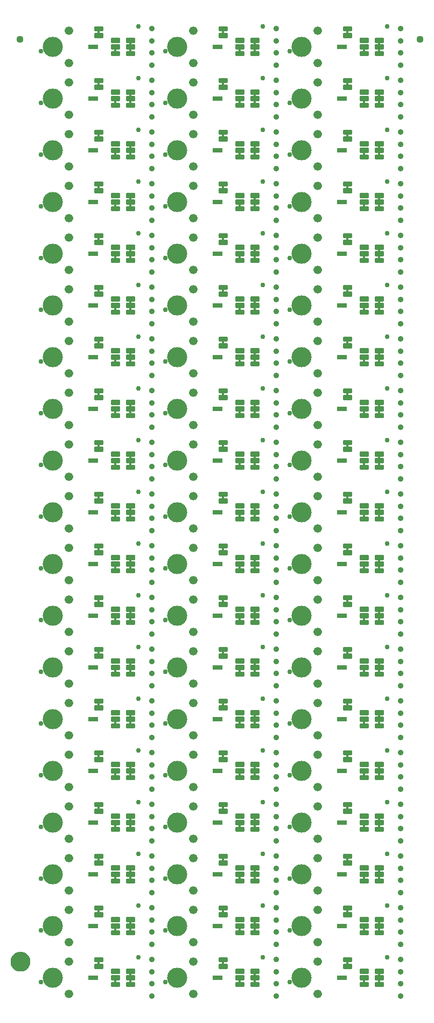
<source format=gbs>
G04 EAGLE Gerber RS-274X export*
G75*
%MOMM*%
%FSLAX34Y34*%
%LPD*%
%INSoldermask Bottom*%
%IPPOS*%
%AMOC8*
5,1,8,0,0,1.08239X$1,22.5*%
G01*
%ADD10R,1.498600X0.660400*%
%ADD11C,3.175000*%
%ADD12C,0.228344*%
%ADD13C,0.762000*%
%ADD14C,0.889000*%
%ADD15C,1.327000*%
%ADD16C,1.127000*%
%ADD17C,1.270000*%
%ADD18C,1.627000*%

G36*
X293943Y1521980D02*
X293943Y1521980D01*
X294009Y1521982D01*
X294052Y1522000D01*
X294099Y1522008D01*
X294156Y1522042D01*
X294216Y1522067D01*
X294251Y1522098D01*
X294292Y1522123D01*
X294334Y1522174D01*
X294382Y1522218D01*
X294404Y1522260D01*
X294433Y1522297D01*
X294454Y1522359D01*
X294485Y1522418D01*
X294493Y1522472D01*
X294505Y1522509D01*
X294504Y1522549D01*
X294512Y1522603D01*
X294512Y1526413D01*
X294501Y1526478D01*
X294499Y1526544D01*
X294481Y1526587D01*
X294473Y1526634D01*
X294439Y1526691D01*
X294414Y1526751D01*
X294383Y1526786D01*
X294358Y1526827D01*
X294307Y1526869D01*
X294263Y1526917D01*
X294221Y1526939D01*
X294184Y1526968D01*
X294122Y1526989D01*
X294063Y1527020D01*
X294009Y1527028D01*
X293972Y1527040D01*
X293932Y1527039D01*
X293878Y1527047D01*
X291338Y1527047D01*
X291273Y1527036D01*
X291207Y1527034D01*
X291164Y1527016D01*
X291117Y1527008D01*
X291060Y1526974D01*
X291000Y1526949D01*
X290965Y1526918D01*
X290924Y1526893D01*
X290883Y1526842D01*
X290834Y1526798D01*
X290812Y1526756D01*
X290783Y1526719D01*
X290762Y1526657D01*
X290731Y1526598D01*
X290723Y1526544D01*
X290711Y1526507D01*
X290711Y1526503D01*
X290711Y1526502D01*
X290712Y1526467D01*
X290704Y1526413D01*
X290704Y1522603D01*
X290715Y1522538D01*
X290717Y1522472D01*
X290735Y1522429D01*
X290743Y1522382D01*
X290777Y1522325D01*
X290802Y1522265D01*
X290833Y1522230D01*
X290858Y1522189D01*
X290909Y1522148D01*
X290953Y1522099D01*
X290995Y1522077D01*
X291032Y1522048D01*
X291094Y1522027D01*
X291153Y1521996D01*
X291207Y1521988D01*
X291244Y1521976D01*
X291284Y1521977D01*
X291338Y1521969D01*
X293878Y1521969D01*
X293943Y1521980D01*
G37*
G36*
X98363Y1521980D02*
X98363Y1521980D01*
X98429Y1521982D01*
X98472Y1522000D01*
X98519Y1522008D01*
X98576Y1522042D01*
X98636Y1522067D01*
X98671Y1522098D01*
X98712Y1522123D01*
X98754Y1522174D01*
X98802Y1522218D01*
X98824Y1522260D01*
X98853Y1522297D01*
X98874Y1522359D01*
X98905Y1522418D01*
X98913Y1522472D01*
X98925Y1522509D01*
X98924Y1522549D01*
X98932Y1522603D01*
X98932Y1526413D01*
X98921Y1526478D01*
X98919Y1526544D01*
X98901Y1526587D01*
X98893Y1526634D01*
X98859Y1526691D01*
X98834Y1526751D01*
X98803Y1526786D01*
X98778Y1526827D01*
X98727Y1526869D01*
X98683Y1526917D01*
X98641Y1526939D01*
X98604Y1526968D01*
X98542Y1526989D01*
X98483Y1527020D01*
X98429Y1527028D01*
X98392Y1527040D01*
X98352Y1527039D01*
X98298Y1527047D01*
X95758Y1527047D01*
X95693Y1527036D01*
X95627Y1527034D01*
X95584Y1527016D01*
X95537Y1527008D01*
X95480Y1526974D01*
X95420Y1526949D01*
X95385Y1526918D01*
X95344Y1526893D01*
X95303Y1526842D01*
X95254Y1526798D01*
X95232Y1526756D01*
X95203Y1526719D01*
X95182Y1526657D01*
X95151Y1526598D01*
X95143Y1526544D01*
X95131Y1526507D01*
X95131Y1526503D01*
X95131Y1526502D01*
X95132Y1526467D01*
X95124Y1526413D01*
X95124Y1522603D01*
X95135Y1522538D01*
X95137Y1522472D01*
X95155Y1522429D01*
X95163Y1522382D01*
X95197Y1522325D01*
X95222Y1522265D01*
X95253Y1522230D01*
X95278Y1522189D01*
X95329Y1522148D01*
X95373Y1522099D01*
X95415Y1522077D01*
X95452Y1522048D01*
X95514Y1522027D01*
X95573Y1521996D01*
X95627Y1521988D01*
X95664Y1521976D01*
X95704Y1521977D01*
X95758Y1521969D01*
X98298Y1521969D01*
X98363Y1521980D01*
G37*
G36*
X489523Y1521980D02*
X489523Y1521980D01*
X489589Y1521982D01*
X489632Y1522000D01*
X489679Y1522008D01*
X489736Y1522042D01*
X489796Y1522067D01*
X489831Y1522098D01*
X489872Y1522123D01*
X489914Y1522174D01*
X489962Y1522218D01*
X489984Y1522260D01*
X490013Y1522297D01*
X490034Y1522359D01*
X490065Y1522418D01*
X490073Y1522472D01*
X490085Y1522509D01*
X490084Y1522549D01*
X490092Y1522603D01*
X490092Y1526413D01*
X490081Y1526478D01*
X490079Y1526544D01*
X490061Y1526587D01*
X490053Y1526634D01*
X490019Y1526691D01*
X489994Y1526751D01*
X489963Y1526786D01*
X489938Y1526827D01*
X489887Y1526869D01*
X489843Y1526917D01*
X489801Y1526939D01*
X489764Y1526968D01*
X489702Y1526989D01*
X489643Y1527020D01*
X489589Y1527028D01*
X489552Y1527040D01*
X489512Y1527039D01*
X489458Y1527047D01*
X486918Y1527047D01*
X486853Y1527036D01*
X486787Y1527034D01*
X486744Y1527016D01*
X486697Y1527008D01*
X486640Y1526974D01*
X486580Y1526949D01*
X486545Y1526918D01*
X486504Y1526893D01*
X486463Y1526842D01*
X486414Y1526798D01*
X486392Y1526756D01*
X486363Y1526719D01*
X486342Y1526657D01*
X486311Y1526598D01*
X486303Y1526544D01*
X486291Y1526507D01*
X486291Y1526503D01*
X486291Y1526502D01*
X486292Y1526467D01*
X486284Y1526413D01*
X486284Y1522603D01*
X486295Y1522538D01*
X486297Y1522472D01*
X486315Y1522429D01*
X486323Y1522382D01*
X486357Y1522325D01*
X486382Y1522265D01*
X486413Y1522230D01*
X486438Y1522189D01*
X486489Y1522148D01*
X486533Y1522099D01*
X486575Y1522077D01*
X486612Y1522048D01*
X486674Y1522027D01*
X486733Y1521996D01*
X486787Y1521988D01*
X486824Y1521976D01*
X486864Y1521977D01*
X486918Y1521969D01*
X489458Y1521969D01*
X489523Y1521980D01*
G37*
G36*
X539370Y680732D02*
X539370Y680732D01*
X539436Y680734D01*
X539480Y680752D01*
X539526Y680760D01*
X539583Y680794D01*
X539644Y680819D01*
X539679Y680850D01*
X539720Y680875D01*
X539761Y680926D01*
X539810Y680970D01*
X539831Y681012D01*
X539861Y681049D01*
X539882Y681111D01*
X539912Y681170D01*
X539920Y681224D01*
X539933Y681261D01*
X539932Y681301D01*
X539940Y681355D01*
X539940Y685165D01*
X539928Y685230D01*
X539926Y685296D01*
X539908Y685339D01*
X539900Y685386D01*
X539867Y685443D01*
X539842Y685503D01*
X539810Y685538D01*
X539786Y685579D01*
X539735Y685621D01*
X539690Y685669D01*
X539648Y685691D01*
X539612Y685720D01*
X539550Y685741D01*
X539491Y685772D01*
X539436Y685780D01*
X539399Y685792D01*
X539360Y685791D01*
X539306Y685799D01*
X536766Y685799D01*
X536701Y685788D01*
X536635Y685786D01*
X536591Y685768D01*
X536545Y685760D01*
X536488Y685726D01*
X536427Y685701D01*
X536392Y685670D01*
X536351Y685645D01*
X536310Y685594D01*
X536261Y685550D01*
X536240Y685508D01*
X536210Y685471D01*
X536189Y685409D01*
X536159Y685350D01*
X536151Y685296D01*
X536138Y685259D01*
X536138Y685255D01*
X536138Y685254D01*
X536139Y685219D01*
X536131Y685165D01*
X536131Y681355D01*
X536143Y681290D01*
X536145Y681224D01*
X536163Y681181D01*
X536171Y681134D01*
X536204Y681077D01*
X536229Y681017D01*
X536261Y680982D01*
X536285Y680941D01*
X536336Y680900D01*
X536381Y680851D01*
X536423Y680829D01*
X536459Y680800D01*
X536522Y680779D01*
X536580Y680748D01*
X536635Y680740D01*
X536672Y680728D01*
X536711Y680729D01*
X536766Y680721D01*
X539306Y680721D01*
X539370Y680732D01*
G37*
G36*
X320105Y680732D02*
X320105Y680732D01*
X320171Y680734D01*
X320214Y680752D01*
X320261Y680760D01*
X320318Y680794D01*
X320378Y680819D01*
X320413Y680850D01*
X320454Y680875D01*
X320496Y680926D01*
X320544Y680970D01*
X320566Y681012D01*
X320595Y681049D01*
X320616Y681111D01*
X320647Y681170D01*
X320655Y681224D01*
X320667Y681261D01*
X320666Y681301D01*
X320674Y681355D01*
X320674Y685165D01*
X320663Y685230D01*
X320661Y685296D01*
X320643Y685339D01*
X320635Y685386D01*
X320601Y685443D01*
X320576Y685503D01*
X320545Y685538D01*
X320520Y685579D01*
X320469Y685621D01*
X320425Y685669D01*
X320383Y685691D01*
X320346Y685720D01*
X320284Y685741D01*
X320225Y685772D01*
X320171Y685780D01*
X320134Y685792D01*
X320094Y685791D01*
X320040Y685799D01*
X317500Y685799D01*
X317435Y685788D01*
X317369Y685786D01*
X317326Y685768D01*
X317279Y685760D01*
X317222Y685726D01*
X317162Y685701D01*
X317127Y685670D01*
X317086Y685645D01*
X317045Y685594D01*
X316996Y685550D01*
X316974Y685508D01*
X316945Y685471D01*
X316924Y685409D01*
X316893Y685350D01*
X316885Y685296D01*
X316873Y685259D01*
X316873Y685255D01*
X316873Y685254D01*
X316874Y685219D01*
X316866Y685165D01*
X316866Y681355D01*
X316877Y681290D01*
X316879Y681224D01*
X316897Y681181D01*
X316905Y681134D01*
X316939Y681077D01*
X316964Y681017D01*
X316995Y680982D01*
X317020Y680941D01*
X317071Y680900D01*
X317115Y680851D01*
X317157Y680829D01*
X317194Y680800D01*
X317256Y680779D01*
X317315Y680748D01*
X317369Y680740D01*
X317406Y680728D01*
X317446Y680729D01*
X317500Y680721D01*
X320040Y680721D01*
X320105Y680732D01*
G37*
G36*
X148210Y680732D02*
X148210Y680732D01*
X148276Y680734D01*
X148320Y680752D01*
X148366Y680760D01*
X148423Y680794D01*
X148484Y680819D01*
X148519Y680850D01*
X148560Y680875D01*
X148601Y680926D01*
X148650Y680970D01*
X148671Y681012D01*
X148701Y681049D01*
X148722Y681111D01*
X148752Y681170D01*
X148760Y681224D01*
X148773Y681261D01*
X148772Y681301D01*
X148780Y681355D01*
X148780Y685165D01*
X148768Y685230D01*
X148766Y685296D01*
X148748Y685339D01*
X148740Y685386D01*
X148707Y685443D01*
X148682Y685503D01*
X148650Y685538D01*
X148626Y685579D01*
X148575Y685621D01*
X148530Y685669D01*
X148488Y685691D01*
X148452Y685720D01*
X148390Y685741D01*
X148331Y685772D01*
X148276Y685780D01*
X148239Y685792D01*
X148200Y685791D01*
X148146Y685799D01*
X145606Y685799D01*
X145541Y685788D01*
X145475Y685786D01*
X145431Y685768D01*
X145385Y685760D01*
X145328Y685726D01*
X145267Y685701D01*
X145232Y685670D01*
X145191Y685645D01*
X145150Y685594D01*
X145101Y685550D01*
X145080Y685508D01*
X145050Y685471D01*
X145029Y685409D01*
X144999Y685350D01*
X144991Y685296D01*
X144978Y685259D01*
X144978Y685255D01*
X144978Y685254D01*
X144979Y685219D01*
X144971Y685165D01*
X144971Y681355D01*
X144983Y681290D01*
X144985Y681224D01*
X145003Y681181D01*
X145011Y681134D01*
X145044Y681077D01*
X145069Y681017D01*
X145101Y680982D01*
X145125Y680941D01*
X145176Y680900D01*
X145221Y680851D01*
X145263Y680829D01*
X145299Y680800D01*
X145362Y680779D01*
X145420Y680748D01*
X145475Y680740D01*
X145512Y680728D01*
X145551Y680729D01*
X145606Y680721D01*
X148146Y680721D01*
X148210Y680732D01*
G37*
G36*
X124525Y680732D02*
X124525Y680732D01*
X124591Y680734D01*
X124634Y680752D01*
X124681Y680760D01*
X124738Y680794D01*
X124798Y680819D01*
X124833Y680850D01*
X124874Y680875D01*
X124916Y680926D01*
X124964Y680970D01*
X124986Y681012D01*
X125015Y681049D01*
X125036Y681111D01*
X125067Y681170D01*
X125075Y681224D01*
X125087Y681261D01*
X125086Y681301D01*
X125094Y681355D01*
X125094Y685165D01*
X125083Y685230D01*
X125081Y685296D01*
X125063Y685339D01*
X125055Y685386D01*
X125021Y685443D01*
X124996Y685503D01*
X124965Y685538D01*
X124940Y685579D01*
X124889Y685621D01*
X124845Y685669D01*
X124803Y685691D01*
X124766Y685720D01*
X124704Y685741D01*
X124645Y685772D01*
X124591Y685780D01*
X124554Y685792D01*
X124514Y685791D01*
X124460Y685799D01*
X121920Y685799D01*
X121855Y685788D01*
X121789Y685786D01*
X121746Y685768D01*
X121699Y685760D01*
X121642Y685726D01*
X121582Y685701D01*
X121547Y685670D01*
X121506Y685645D01*
X121465Y685594D01*
X121416Y685550D01*
X121394Y685508D01*
X121365Y685471D01*
X121344Y685409D01*
X121313Y685350D01*
X121305Y685296D01*
X121293Y685259D01*
X121293Y685255D01*
X121293Y685254D01*
X121294Y685219D01*
X121286Y685165D01*
X121286Y681355D01*
X121297Y681290D01*
X121299Y681224D01*
X121317Y681181D01*
X121325Y681134D01*
X121359Y681077D01*
X121384Y681017D01*
X121415Y680982D01*
X121440Y680941D01*
X121491Y680900D01*
X121535Y680851D01*
X121577Y680829D01*
X121614Y680800D01*
X121676Y680779D01*
X121735Y680748D01*
X121789Y680740D01*
X121826Y680728D01*
X121866Y680729D01*
X121920Y680721D01*
X124460Y680721D01*
X124525Y680732D01*
G37*
G36*
X515685Y680732D02*
X515685Y680732D01*
X515751Y680734D01*
X515794Y680752D01*
X515841Y680760D01*
X515898Y680794D01*
X515958Y680819D01*
X515993Y680850D01*
X516034Y680875D01*
X516076Y680926D01*
X516124Y680970D01*
X516146Y681012D01*
X516175Y681049D01*
X516196Y681111D01*
X516227Y681170D01*
X516235Y681224D01*
X516247Y681261D01*
X516246Y681301D01*
X516254Y681355D01*
X516254Y685165D01*
X516243Y685230D01*
X516241Y685296D01*
X516223Y685339D01*
X516215Y685386D01*
X516181Y685443D01*
X516156Y685503D01*
X516125Y685538D01*
X516100Y685579D01*
X516049Y685621D01*
X516005Y685669D01*
X515963Y685691D01*
X515926Y685720D01*
X515864Y685741D01*
X515805Y685772D01*
X515751Y685780D01*
X515714Y685792D01*
X515674Y685791D01*
X515620Y685799D01*
X513080Y685799D01*
X513015Y685788D01*
X512949Y685786D01*
X512906Y685768D01*
X512859Y685760D01*
X512802Y685726D01*
X512742Y685701D01*
X512707Y685670D01*
X512666Y685645D01*
X512625Y685594D01*
X512576Y685550D01*
X512554Y685508D01*
X512525Y685471D01*
X512504Y685409D01*
X512473Y685350D01*
X512465Y685296D01*
X512453Y685259D01*
X512453Y685255D01*
X512453Y685254D01*
X512454Y685219D01*
X512446Y685165D01*
X512446Y681355D01*
X512457Y681290D01*
X512459Y681224D01*
X512477Y681181D01*
X512485Y681134D01*
X512519Y681077D01*
X512544Y681017D01*
X512575Y680982D01*
X512600Y680941D01*
X512651Y680900D01*
X512695Y680851D01*
X512737Y680829D01*
X512774Y680800D01*
X512836Y680779D01*
X512895Y680748D01*
X512949Y680740D01*
X512986Y680728D01*
X513026Y680729D01*
X513080Y680721D01*
X515620Y680721D01*
X515685Y680732D01*
G37*
G36*
X343790Y680732D02*
X343790Y680732D01*
X343856Y680734D01*
X343900Y680752D01*
X343946Y680760D01*
X344003Y680794D01*
X344064Y680819D01*
X344099Y680850D01*
X344140Y680875D01*
X344181Y680926D01*
X344230Y680970D01*
X344251Y681012D01*
X344281Y681049D01*
X344302Y681111D01*
X344332Y681170D01*
X344340Y681224D01*
X344353Y681261D01*
X344352Y681301D01*
X344360Y681355D01*
X344360Y685165D01*
X344348Y685230D01*
X344346Y685296D01*
X344328Y685339D01*
X344320Y685386D01*
X344287Y685443D01*
X344262Y685503D01*
X344230Y685538D01*
X344206Y685579D01*
X344155Y685621D01*
X344110Y685669D01*
X344068Y685691D01*
X344032Y685720D01*
X343970Y685741D01*
X343911Y685772D01*
X343856Y685780D01*
X343819Y685792D01*
X343780Y685791D01*
X343726Y685799D01*
X341186Y685799D01*
X341121Y685788D01*
X341055Y685786D01*
X341011Y685768D01*
X340965Y685760D01*
X340908Y685726D01*
X340847Y685701D01*
X340812Y685670D01*
X340771Y685645D01*
X340730Y685594D01*
X340681Y685550D01*
X340660Y685508D01*
X340630Y685471D01*
X340609Y685409D01*
X340579Y685350D01*
X340571Y685296D01*
X340558Y685259D01*
X340558Y685255D01*
X340558Y685254D01*
X340559Y685219D01*
X340551Y685165D01*
X340551Y681355D01*
X340563Y681290D01*
X340565Y681224D01*
X340583Y681181D01*
X340591Y681134D01*
X340624Y681077D01*
X340649Y681017D01*
X340681Y680982D01*
X340705Y680941D01*
X340756Y680900D01*
X340801Y680851D01*
X340843Y680829D01*
X340879Y680800D01*
X340942Y680779D01*
X341000Y680748D01*
X341055Y680740D01*
X341092Y680728D01*
X341131Y680729D01*
X341186Y680721D01*
X343726Y680721D01*
X343790Y680732D01*
G37*
G36*
X320105Y193052D02*
X320105Y193052D01*
X320171Y193054D01*
X320214Y193072D01*
X320261Y193080D01*
X320318Y193114D01*
X320378Y193139D01*
X320413Y193170D01*
X320454Y193195D01*
X320496Y193246D01*
X320544Y193290D01*
X320566Y193332D01*
X320595Y193369D01*
X320616Y193431D01*
X320647Y193490D01*
X320655Y193544D01*
X320667Y193581D01*
X320666Y193621D01*
X320674Y193675D01*
X320674Y197485D01*
X320663Y197550D01*
X320661Y197616D01*
X320643Y197659D01*
X320635Y197706D01*
X320601Y197763D01*
X320576Y197823D01*
X320545Y197858D01*
X320520Y197899D01*
X320469Y197941D01*
X320425Y197989D01*
X320383Y198011D01*
X320346Y198040D01*
X320284Y198061D01*
X320225Y198092D01*
X320171Y198100D01*
X320134Y198112D01*
X320094Y198111D01*
X320040Y198119D01*
X317500Y198119D01*
X317435Y198108D01*
X317369Y198106D01*
X317326Y198088D01*
X317279Y198080D01*
X317222Y198046D01*
X317162Y198021D01*
X317127Y197990D01*
X317086Y197965D01*
X317045Y197914D01*
X316996Y197870D01*
X316974Y197828D01*
X316945Y197791D01*
X316924Y197729D01*
X316893Y197670D01*
X316885Y197616D01*
X316873Y197579D01*
X316873Y197575D01*
X316873Y197574D01*
X316874Y197539D01*
X316866Y197485D01*
X316866Y193675D01*
X316877Y193610D01*
X316879Y193544D01*
X316897Y193501D01*
X316905Y193454D01*
X316939Y193397D01*
X316964Y193337D01*
X316995Y193302D01*
X317020Y193261D01*
X317071Y193220D01*
X317115Y193171D01*
X317157Y193149D01*
X317194Y193120D01*
X317256Y193099D01*
X317315Y193068D01*
X317369Y193060D01*
X317406Y193048D01*
X317446Y193049D01*
X317500Y193041D01*
X320040Y193041D01*
X320105Y193052D01*
G37*
G36*
X98363Y221500D02*
X98363Y221500D01*
X98429Y221502D01*
X98472Y221520D01*
X98519Y221528D01*
X98576Y221562D01*
X98636Y221587D01*
X98671Y221618D01*
X98712Y221643D01*
X98754Y221694D01*
X98802Y221738D01*
X98824Y221780D01*
X98853Y221817D01*
X98874Y221879D01*
X98905Y221938D01*
X98913Y221992D01*
X98925Y222029D01*
X98924Y222069D01*
X98932Y222123D01*
X98932Y225933D01*
X98921Y225998D01*
X98919Y226064D01*
X98901Y226107D01*
X98893Y226154D01*
X98859Y226211D01*
X98834Y226271D01*
X98803Y226306D01*
X98778Y226347D01*
X98727Y226389D01*
X98683Y226437D01*
X98641Y226459D01*
X98604Y226488D01*
X98542Y226509D01*
X98483Y226540D01*
X98429Y226548D01*
X98392Y226560D01*
X98352Y226559D01*
X98298Y226567D01*
X95758Y226567D01*
X95693Y226556D01*
X95627Y226554D01*
X95584Y226536D01*
X95537Y226528D01*
X95480Y226494D01*
X95420Y226469D01*
X95385Y226438D01*
X95344Y226413D01*
X95303Y226362D01*
X95254Y226318D01*
X95232Y226276D01*
X95203Y226239D01*
X95182Y226177D01*
X95151Y226118D01*
X95143Y226064D01*
X95131Y226027D01*
X95131Y226023D01*
X95131Y226022D01*
X95132Y225987D01*
X95124Y225933D01*
X95124Y222123D01*
X95135Y222058D01*
X95137Y221992D01*
X95155Y221949D01*
X95163Y221902D01*
X95197Y221845D01*
X95222Y221785D01*
X95253Y221750D01*
X95278Y221709D01*
X95329Y221668D01*
X95373Y221619D01*
X95415Y221597D01*
X95452Y221568D01*
X95514Y221547D01*
X95573Y221516D01*
X95627Y221508D01*
X95664Y221496D01*
X95704Y221497D01*
X95758Y221489D01*
X98298Y221489D01*
X98363Y221500D01*
G37*
G36*
X489523Y221500D02*
X489523Y221500D01*
X489589Y221502D01*
X489632Y221520D01*
X489679Y221528D01*
X489736Y221562D01*
X489796Y221587D01*
X489831Y221618D01*
X489872Y221643D01*
X489914Y221694D01*
X489962Y221738D01*
X489984Y221780D01*
X490013Y221817D01*
X490034Y221879D01*
X490065Y221938D01*
X490073Y221992D01*
X490085Y222029D01*
X490084Y222069D01*
X490092Y222123D01*
X490092Y225933D01*
X490081Y225998D01*
X490079Y226064D01*
X490061Y226107D01*
X490053Y226154D01*
X490019Y226211D01*
X489994Y226271D01*
X489963Y226306D01*
X489938Y226347D01*
X489887Y226389D01*
X489843Y226437D01*
X489801Y226459D01*
X489764Y226488D01*
X489702Y226509D01*
X489643Y226540D01*
X489589Y226548D01*
X489552Y226560D01*
X489512Y226559D01*
X489458Y226567D01*
X486918Y226567D01*
X486853Y226556D01*
X486787Y226554D01*
X486744Y226536D01*
X486697Y226528D01*
X486640Y226494D01*
X486580Y226469D01*
X486545Y226438D01*
X486504Y226413D01*
X486463Y226362D01*
X486414Y226318D01*
X486392Y226276D01*
X486363Y226239D01*
X486342Y226177D01*
X486311Y226118D01*
X486303Y226064D01*
X486291Y226027D01*
X486291Y226023D01*
X486291Y226022D01*
X486292Y225987D01*
X486284Y225933D01*
X486284Y222123D01*
X486295Y222058D01*
X486297Y221992D01*
X486315Y221949D01*
X486323Y221902D01*
X486357Y221845D01*
X486382Y221785D01*
X486413Y221750D01*
X486438Y221709D01*
X486489Y221668D01*
X486533Y221619D01*
X486575Y221597D01*
X486612Y221568D01*
X486674Y221547D01*
X486733Y221516D01*
X486787Y221508D01*
X486824Y221496D01*
X486864Y221497D01*
X486918Y221489D01*
X489458Y221489D01*
X489523Y221500D01*
G37*
G36*
X293943Y221500D02*
X293943Y221500D01*
X294009Y221502D01*
X294052Y221520D01*
X294099Y221528D01*
X294156Y221562D01*
X294216Y221587D01*
X294251Y221618D01*
X294292Y221643D01*
X294334Y221694D01*
X294382Y221738D01*
X294404Y221780D01*
X294433Y221817D01*
X294454Y221879D01*
X294485Y221938D01*
X294493Y221992D01*
X294505Y222029D01*
X294504Y222069D01*
X294512Y222123D01*
X294512Y225933D01*
X294501Y225998D01*
X294499Y226064D01*
X294481Y226107D01*
X294473Y226154D01*
X294439Y226211D01*
X294414Y226271D01*
X294383Y226306D01*
X294358Y226347D01*
X294307Y226389D01*
X294263Y226437D01*
X294221Y226459D01*
X294184Y226488D01*
X294122Y226509D01*
X294063Y226540D01*
X294009Y226548D01*
X293972Y226560D01*
X293932Y226559D01*
X293878Y226567D01*
X291338Y226567D01*
X291273Y226556D01*
X291207Y226554D01*
X291164Y226536D01*
X291117Y226528D01*
X291060Y226494D01*
X291000Y226469D01*
X290965Y226438D01*
X290924Y226413D01*
X290883Y226362D01*
X290834Y226318D01*
X290812Y226276D01*
X290783Y226239D01*
X290762Y226177D01*
X290731Y226118D01*
X290723Y226064D01*
X290711Y226027D01*
X290711Y226023D01*
X290711Y226022D01*
X290712Y225987D01*
X290704Y225933D01*
X290704Y222123D01*
X290715Y222058D01*
X290717Y221992D01*
X290735Y221949D01*
X290743Y221902D01*
X290777Y221845D01*
X290802Y221785D01*
X290833Y221750D01*
X290858Y221709D01*
X290909Y221668D01*
X290953Y221619D01*
X290995Y221597D01*
X291032Y221568D01*
X291094Y221547D01*
X291153Y221516D01*
X291207Y221508D01*
X291244Y221496D01*
X291284Y221497D01*
X291338Y221489D01*
X293878Y221489D01*
X293943Y221500D01*
G37*
G36*
X539370Y193052D02*
X539370Y193052D01*
X539436Y193054D01*
X539480Y193072D01*
X539526Y193080D01*
X539583Y193114D01*
X539644Y193139D01*
X539679Y193170D01*
X539720Y193195D01*
X539761Y193246D01*
X539810Y193290D01*
X539831Y193332D01*
X539861Y193369D01*
X539882Y193431D01*
X539912Y193490D01*
X539920Y193544D01*
X539933Y193581D01*
X539932Y193621D01*
X539940Y193675D01*
X539940Y197485D01*
X539928Y197550D01*
X539926Y197616D01*
X539908Y197659D01*
X539900Y197706D01*
X539867Y197763D01*
X539842Y197823D01*
X539810Y197858D01*
X539786Y197899D01*
X539735Y197941D01*
X539690Y197989D01*
X539648Y198011D01*
X539612Y198040D01*
X539550Y198061D01*
X539491Y198092D01*
X539436Y198100D01*
X539399Y198112D01*
X539360Y198111D01*
X539306Y198119D01*
X536766Y198119D01*
X536701Y198108D01*
X536635Y198106D01*
X536591Y198088D01*
X536545Y198080D01*
X536488Y198046D01*
X536427Y198021D01*
X536392Y197990D01*
X536351Y197965D01*
X536310Y197914D01*
X536261Y197870D01*
X536240Y197828D01*
X536210Y197791D01*
X536189Y197729D01*
X536159Y197670D01*
X536151Y197616D01*
X536138Y197579D01*
X536138Y197575D01*
X536138Y197574D01*
X536139Y197539D01*
X536131Y197485D01*
X536131Y193675D01*
X536143Y193610D01*
X536145Y193544D01*
X536163Y193501D01*
X536171Y193454D01*
X536204Y193397D01*
X536229Y193337D01*
X536261Y193302D01*
X536285Y193261D01*
X536336Y193220D01*
X536381Y193171D01*
X536423Y193149D01*
X536459Y193120D01*
X536522Y193099D01*
X536580Y193068D01*
X536635Y193060D01*
X536672Y193048D01*
X536711Y193049D01*
X536766Y193041D01*
X539306Y193041D01*
X539370Y193052D01*
G37*
G36*
X148210Y193052D02*
X148210Y193052D01*
X148276Y193054D01*
X148320Y193072D01*
X148366Y193080D01*
X148423Y193114D01*
X148484Y193139D01*
X148519Y193170D01*
X148560Y193195D01*
X148601Y193246D01*
X148650Y193290D01*
X148671Y193332D01*
X148701Y193369D01*
X148722Y193431D01*
X148752Y193490D01*
X148760Y193544D01*
X148773Y193581D01*
X148772Y193621D01*
X148780Y193675D01*
X148780Y197485D01*
X148768Y197550D01*
X148766Y197616D01*
X148748Y197659D01*
X148740Y197706D01*
X148707Y197763D01*
X148682Y197823D01*
X148650Y197858D01*
X148626Y197899D01*
X148575Y197941D01*
X148530Y197989D01*
X148488Y198011D01*
X148452Y198040D01*
X148390Y198061D01*
X148331Y198092D01*
X148276Y198100D01*
X148239Y198112D01*
X148200Y198111D01*
X148146Y198119D01*
X145606Y198119D01*
X145541Y198108D01*
X145475Y198106D01*
X145431Y198088D01*
X145385Y198080D01*
X145328Y198046D01*
X145267Y198021D01*
X145232Y197990D01*
X145191Y197965D01*
X145150Y197914D01*
X145101Y197870D01*
X145080Y197828D01*
X145050Y197791D01*
X145029Y197729D01*
X144999Y197670D01*
X144991Y197616D01*
X144978Y197579D01*
X144978Y197575D01*
X144978Y197574D01*
X144979Y197539D01*
X144971Y197485D01*
X144971Y193675D01*
X144983Y193610D01*
X144985Y193544D01*
X145003Y193501D01*
X145011Y193454D01*
X145044Y193397D01*
X145069Y193337D01*
X145101Y193302D01*
X145125Y193261D01*
X145176Y193220D01*
X145221Y193171D01*
X145263Y193149D01*
X145299Y193120D01*
X145362Y193099D01*
X145420Y193068D01*
X145475Y193060D01*
X145512Y193048D01*
X145551Y193049D01*
X145606Y193041D01*
X148146Y193041D01*
X148210Y193052D01*
G37*
G36*
X515685Y193052D02*
X515685Y193052D01*
X515751Y193054D01*
X515794Y193072D01*
X515841Y193080D01*
X515898Y193114D01*
X515958Y193139D01*
X515993Y193170D01*
X516034Y193195D01*
X516076Y193246D01*
X516124Y193290D01*
X516146Y193332D01*
X516175Y193369D01*
X516196Y193431D01*
X516227Y193490D01*
X516235Y193544D01*
X516247Y193581D01*
X516246Y193621D01*
X516254Y193675D01*
X516254Y197485D01*
X516243Y197550D01*
X516241Y197616D01*
X516223Y197659D01*
X516215Y197706D01*
X516181Y197763D01*
X516156Y197823D01*
X516125Y197858D01*
X516100Y197899D01*
X516049Y197941D01*
X516005Y197989D01*
X515963Y198011D01*
X515926Y198040D01*
X515864Y198061D01*
X515805Y198092D01*
X515751Y198100D01*
X515714Y198112D01*
X515674Y198111D01*
X515620Y198119D01*
X513080Y198119D01*
X513015Y198108D01*
X512949Y198106D01*
X512906Y198088D01*
X512859Y198080D01*
X512802Y198046D01*
X512742Y198021D01*
X512707Y197990D01*
X512666Y197965D01*
X512625Y197914D01*
X512576Y197870D01*
X512554Y197828D01*
X512525Y197791D01*
X512504Y197729D01*
X512473Y197670D01*
X512465Y197616D01*
X512453Y197579D01*
X512453Y197575D01*
X512453Y197574D01*
X512454Y197539D01*
X512446Y197485D01*
X512446Y193675D01*
X512457Y193610D01*
X512459Y193544D01*
X512477Y193501D01*
X512485Y193454D01*
X512519Y193397D01*
X512544Y193337D01*
X512575Y193302D01*
X512600Y193261D01*
X512651Y193220D01*
X512695Y193171D01*
X512737Y193149D01*
X512774Y193120D01*
X512836Y193099D01*
X512895Y193068D01*
X512949Y193060D01*
X512986Y193048D01*
X513026Y193049D01*
X513080Y193041D01*
X515620Y193041D01*
X515685Y193052D01*
G37*
G36*
X343790Y193052D02*
X343790Y193052D01*
X343856Y193054D01*
X343900Y193072D01*
X343946Y193080D01*
X344003Y193114D01*
X344064Y193139D01*
X344099Y193170D01*
X344140Y193195D01*
X344181Y193246D01*
X344230Y193290D01*
X344251Y193332D01*
X344281Y193369D01*
X344302Y193431D01*
X344332Y193490D01*
X344340Y193544D01*
X344353Y193581D01*
X344352Y193621D01*
X344360Y193675D01*
X344360Y197485D01*
X344348Y197550D01*
X344346Y197616D01*
X344328Y197659D01*
X344320Y197706D01*
X344287Y197763D01*
X344262Y197823D01*
X344230Y197858D01*
X344206Y197899D01*
X344155Y197941D01*
X344110Y197989D01*
X344068Y198011D01*
X344032Y198040D01*
X343970Y198061D01*
X343911Y198092D01*
X343856Y198100D01*
X343819Y198112D01*
X343780Y198111D01*
X343726Y198119D01*
X341186Y198119D01*
X341121Y198108D01*
X341055Y198106D01*
X341011Y198088D01*
X340965Y198080D01*
X340908Y198046D01*
X340847Y198021D01*
X340812Y197990D01*
X340771Y197965D01*
X340730Y197914D01*
X340681Y197870D01*
X340660Y197828D01*
X340630Y197791D01*
X340609Y197729D01*
X340579Y197670D01*
X340571Y197616D01*
X340558Y197579D01*
X340558Y197575D01*
X340558Y197574D01*
X340559Y197539D01*
X340551Y197485D01*
X340551Y193675D01*
X340563Y193610D01*
X340565Y193544D01*
X340583Y193501D01*
X340591Y193454D01*
X340624Y193397D01*
X340649Y193337D01*
X340681Y193302D01*
X340705Y193261D01*
X340756Y193220D01*
X340801Y193171D01*
X340843Y193149D01*
X340879Y193120D01*
X340942Y193099D01*
X341000Y193068D01*
X341055Y193060D01*
X341092Y193048D01*
X341131Y193049D01*
X341186Y193041D01*
X343726Y193041D01*
X343790Y193052D01*
G37*
G36*
X124525Y193052D02*
X124525Y193052D01*
X124591Y193054D01*
X124634Y193072D01*
X124681Y193080D01*
X124738Y193114D01*
X124798Y193139D01*
X124833Y193170D01*
X124874Y193195D01*
X124916Y193246D01*
X124964Y193290D01*
X124986Y193332D01*
X125015Y193369D01*
X125036Y193431D01*
X125067Y193490D01*
X125075Y193544D01*
X125087Y193581D01*
X125086Y193621D01*
X125094Y193675D01*
X125094Y197485D01*
X125083Y197550D01*
X125081Y197616D01*
X125063Y197659D01*
X125055Y197706D01*
X125021Y197763D01*
X124996Y197823D01*
X124965Y197858D01*
X124940Y197899D01*
X124889Y197941D01*
X124845Y197989D01*
X124803Y198011D01*
X124766Y198040D01*
X124704Y198061D01*
X124645Y198092D01*
X124591Y198100D01*
X124554Y198112D01*
X124514Y198111D01*
X124460Y198119D01*
X121920Y198119D01*
X121855Y198108D01*
X121789Y198106D01*
X121746Y198088D01*
X121699Y198080D01*
X121642Y198046D01*
X121582Y198021D01*
X121547Y197990D01*
X121506Y197965D01*
X121465Y197914D01*
X121416Y197870D01*
X121394Y197828D01*
X121365Y197791D01*
X121344Y197729D01*
X121313Y197670D01*
X121305Y197616D01*
X121293Y197579D01*
X121293Y197575D01*
X121293Y197574D01*
X121294Y197539D01*
X121286Y197485D01*
X121286Y193675D01*
X121297Y193610D01*
X121299Y193544D01*
X121317Y193501D01*
X121325Y193454D01*
X121359Y193397D01*
X121384Y193337D01*
X121415Y193302D01*
X121440Y193261D01*
X121491Y193220D01*
X121535Y193171D01*
X121577Y193149D01*
X121614Y193120D01*
X121676Y193099D01*
X121735Y193068D01*
X121789Y193060D01*
X121826Y193048D01*
X121866Y193049D01*
X121920Y193041D01*
X124460Y193041D01*
X124525Y193052D01*
G37*
G36*
X124525Y1412252D02*
X124525Y1412252D01*
X124591Y1412254D01*
X124634Y1412272D01*
X124681Y1412280D01*
X124738Y1412314D01*
X124798Y1412339D01*
X124833Y1412370D01*
X124874Y1412395D01*
X124916Y1412446D01*
X124964Y1412490D01*
X124986Y1412532D01*
X125015Y1412569D01*
X125036Y1412631D01*
X125067Y1412690D01*
X125075Y1412744D01*
X125087Y1412781D01*
X125086Y1412821D01*
X125094Y1412875D01*
X125094Y1416685D01*
X125083Y1416750D01*
X125081Y1416816D01*
X125063Y1416859D01*
X125055Y1416906D01*
X125021Y1416963D01*
X124996Y1417023D01*
X124965Y1417058D01*
X124940Y1417099D01*
X124889Y1417141D01*
X124845Y1417189D01*
X124803Y1417211D01*
X124766Y1417240D01*
X124704Y1417261D01*
X124645Y1417292D01*
X124591Y1417300D01*
X124554Y1417312D01*
X124514Y1417311D01*
X124460Y1417319D01*
X121920Y1417319D01*
X121855Y1417308D01*
X121789Y1417306D01*
X121746Y1417288D01*
X121699Y1417280D01*
X121642Y1417246D01*
X121582Y1417221D01*
X121547Y1417190D01*
X121506Y1417165D01*
X121465Y1417114D01*
X121416Y1417070D01*
X121394Y1417028D01*
X121365Y1416991D01*
X121344Y1416929D01*
X121313Y1416870D01*
X121305Y1416816D01*
X121293Y1416779D01*
X121293Y1416775D01*
X121293Y1416774D01*
X121294Y1416739D01*
X121286Y1416685D01*
X121286Y1412875D01*
X121297Y1412810D01*
X121299Y1412744D01*
X121317Y1412701D01*
X121325Y1412654D01*
X121359Y1412597D01*
X121384Y1412537D01*
X121415Y1412502D01*
X121440Y1412461D01*
X121491Y1412420D01*
X121535Y1412371D01*
X121577Y1412349D01*
X121614Y1412320D01*
X121676Y1412299D01*
X121735Y1412268D01*
X121789Y1412260D01*
X121826Y1412248D01*
X121866Y1412249D01*
X121920Y1412241D01*
X124460Y1412241D01*
X124525Y1412252D01*
G37*
G36*
X148210Y1412252D02*
X148210Y1412252D01*
X148276Y1412254D01*
X148320Y1412272D01*
X148366Y1412280D01*
X148423Y1412314D01*
X148484Y1412339D01*
X148519Y1412370D01*
X148560Y1412395D01*
X148601Y1412446D01*
X148650Y1412490D01*
X148671Y1412532D01*
X148701Y1412569D01*
X148722Y1412631D01*
X148752Y1412690D01*
X148760Y1412744D01*
X148773Y1412781D01*
X148772Y1412821D01*
X148780Y1412875D01*
X148780Y1416685D01*
X148768Y1416750D01*
X148766Y1416816D01*
X148748Y1416859D01*
X148740Y1416906D01*
X148707Y1416963D01*
X148682Y1417023D01*
X148650Y1417058D01*
X148626Y1417099D01*
X148575Y1417141D01*
X148530Y1417189D01*
X148488Y1417211D01*
X148452Y1417240D01*
X148390Y1417261D01*
X148331Y1417292D01*
X148276Y1417300D01*
X148239Y1417312D01*
X148200Y1417311D01*
X148146Y1417319D01*
X145606Y1417319D01*
X145541Y1417308D01*
X145475Y1417306D01*
X145431Y1417288D01*
X145385Y1417280D01*
X145328Y1417246D01*
X145267Y1417221D01*
X145232Y1417190D01*
X145191Y1417165D01*
X145150Y1417114D01*
X145101Y1417070D01*
X145080Y1417028D01*
X145050Y1416991D01*
X145029Y1416929D01*
X144999Y1416870D01*
X144991Y1416816D01*
X144978Y1416779D01*
X144978Y1416775D01*
X144978Y1416774D01*
X144979Y1416739D01*
X144971Y1416685D01*
X144971Y1412875D01*
X144983Y1412810D01*
X144985Y1412744D01*
X145003Y1412701D01*
X145011Y1412654D01*
X145044Y1412597D01*
X145069Y1412537D01*
X145101Y1412502D01*
X145125Y1412461D01*
X145176Y1412420D01*
X145221Y1412371D01*
X145263Y1412349D01*
X145299Y1412320D01*
X145362Y1412299D01*
X145420Y1412268D01*
X145475Y1412260D01*
X145512Y1412248D01*
X145551Y1412249D01*
X145606Y1412241D01*
X148146Y1412241D01*
X148210Y1412252D01*
G37*
G36*
X320105Y1412252D02*
X320105Y1412252D01*
X320171Y1412254D01*
X320214Y1412272D01*
X320261Y1412280D01*
X320318Y1412314D01*
X320378Y1412339D01*
X320413Y1412370D01*
X320454Y1412395D01*
X320496Y1412446D01*
X320544Y1412490D01*
X320566Y1412532D01*
X320595Y1412569D01*
X320616Y1412631D01*
X320647Y1412690D01*
X320655Y1412744D01*
X320667Y1412781D01*
X320666Y1412821D01*
X320674Y1412875D01*
X320674Y1416685D01*
X320663Y1416750D01*
X320661Y1416816D01*
X320643Y1416859D01*
X320635Y1416906D01*
X320601Y1416963D01*
X320576Y1417023D01*
X320545Y1417058D01*
X320520Y1417099D01*
X320469Y1417141D01*
X320425Y1417189D01*
X320383Y1417211D01*
X320346Y1417240D01*
X320284Y1417261D01*
X320225Y1417292D01*
X320171Y1417300D01*
X320134Y1417312D01*
X320094Y1417311D01*
X320040Y1417319D01*
X317500Y1417319D01*
X317435Y1417308D01*
X317369Y1417306D01*
X317326Y1417288D01*
X317279Y1417280D01*
X317222Y1417246D01*
X317162Y1417221D01*
X317127Y1417190D01*
X317086Y1417165D01*
X317045Y1417114D01*
X316996Y1417070D01*
X316974Y1417028D01*
X316945Y1416991D01*
X316924Y1416929D01*
X316893Y1416870D01*
X316885Y1416816D01*
X316873Y1416779D01*
X316873Y1416775D01*
X316873Y1416774D01*
X316874Y1416739D01*
X316866Y1416685D01*
X316866Y1412875D01*
X316877Y1412810D01*
X316879Y1412744D01*
X316897Y1412701D01*
X316905Y1412654D01*
X316939Y1412597D01*
X316964Y1412537D01*
X316995Y1412502D01*
X317020Y1412461D01*
X317071Y1412420D01*
X317115Y1412371D01*
X317157Y1412349D01*
X317194Y1412320D01*
X317256Y1412299D01*
X317315Y1412268D01*
X317369Y1412260D01*
X317406Y1412248D01*
X317446Y1412249D01*
X317500Y1412241D01*
X320040Y1412241D01*
X320105Y1412252D01*
G37*
G36*
X515685Y1412252D02*
X515685Y1412252D01*
X515751Y1412254D01*
X515794Y1412272D01*
X515841Y1412280D01*
X515898Y1412314D01*
X515958Y1412339D01*
X515993Y1412370D01*
X516034Y1412395D01*
X516076Y1412446D01*
X516124Y1412490D01*
X516146Y1412532D01*
X516175Y1412569D01*
X516196Y1412631D01*
X516227Y1412690D01*
X516235Y1412744D01*
X516247Y1412781D01*
X516246Y1412821D01*
X516254Y1412875D01*
X516254Y1416685D01*
X516243Y1416750D01*
X516241Y1416816D01*
X516223Y1416859D01*
X516215Y1416906D01*
X516181Y1416963D01*
X516156Y1417023D01*
X516125Y1417058D01*
X516100Y1417099D01*
X516049Y1417141D01*
X516005Y1417189D01*
X515963Y1417211D01*
X515926Y1417240D01*
X515864Y1417261D01*
X515805Y1417292D01*
X515751Y1417300D01*
X515714Y1417312D01*
X515674Y1417311D01*
X515620Y1417319D01*
X513080Y1417319D01*
X513015Y1417308D01*
X512949Y1417306D01*
X512906Y1417288D01*
X512859Y1417280D01*
X512802Y1417246D01*
X512742Y1417221D01*
X512707Y1417190D01*
X512666Y1417165D01*
X512625Y1417114D01*
X512576Y1417070D01*
X512554Y1417028D01*
X512525Y1416991D01*
X512504Y1416929D01*
X512473Y1416870D01*
X512465Y1416816D01*
X512453Y1416779D01*
X512453Y1416775D01*
X512453Y1416774D01*
X512454Y1416739D01*
X512446Y1416685D01*
X512446Y1412875D01*
X512457Y1412810D01*
X512459Y1412744D01*
X512477Y1412701D01*
X512485Y1412654D01*
X512519Y1412597D01*
X512544Y1412537D01*
X512575Y1412502D01*
X512600Y1412461D01*
X512651Y1412420D01*
X512695Y1412371D01*
X512737Y1412349D01*
X512774Y1412320D01*
X512836Y1412299D01*
X512895Y1412268D01*
X512949Y1412260D01*
X512986Y1412248D01*
X513026Y1412249D01*
X513080Y1412241D01*
X515620Y1412241D01*
X515685Y1412252D01*
G37*
G36*
X539370Y1412252D02*
X539370Y1412252D01*
X539436Y1412254D01*
X539480Y1412272D01*
X539526Y1412280D01*
X539583Y1412314D01*
X539644Y1412339D01*
X539679Y1412370D01*
X539720Y1412395D01*
X539761Y1412446D01*
X539810Y1412490D01*
X539831Y1412532D01*
X539861Y1412569D01*
X539882Y1412631D01*
X539912Y1412690D01*
X539920Y1412744D01*
X539933Y1412781D01*
X539932Y1412821D01*
X539940Y1412875D01*
X539940Y1416685D01*
X539928Y1416750D01*
X539926Y1416816D01*
X539908Y1416859D01*
X539900Y1416906D01*
X539867Y1416963D01*
X539842Y1417023D01*
X539810Y1417058D01*
X539786Y1417099D01*
X539735Y1417141D01*
X539690Y1417189D01*
X539648Y1417211D01*
X539612Y1417240D01*
X539550Y1417261D01*
X539491Y1417292D01*
X539436Y1417300D01*
X539399Y1417312D01*
X539360Y1417311D01*
X539306Y1417319D01*
X536766Y1417319D01*
X536701Y1417308D01*
X536635Y1417306D01*
X536591Y1417288D01*
X536545Y1417280D01*
X536488Y1417246D01*
X536427Y1417221D01*
X536392Y1417190D01*
X536351Y1417165D01*
X536310Y1417114D01*
X536261Y1417070D01*
X536240Y1417028D01*
X536210Y1416991D01*
X536189Y1416929D01*
X536159Y1416870D01*
X536151Y1416816D01*
X536138Y1416779D01*
X536138Y1416775D01*
X536138Y1416774D01*
X536139Y1416739D01*
X536131Y1416685D01*
X536131Y1412875D01*
X536143Y1412810D01*
X536145Y1412744D01*
X536163Y1412701D01*
X536171Y1412654D01*
X536204Y1412597D01*
X536229Y1412537D01*
X536261Y1412502D01*
X536285Y1412461D01*
X536336Y1412420D01*
X536381Y1412371D01*
X536423Y1412349D01*
X536459Y1412320D01*
X536522Y1412299D01*
X536580Y1412268D01*
X536635Y1412260D01*
X536672Y1412248D01*
X536711Y1412249D01*
X536766Y1412241D01*
X539306Y1412241D01*
X539370Y1412252D01*
G37*
G36*
X343790Y1412252D02*
X343790Y1412252D01*
X343856Y1412254D01*
X343900Y1412272D01*
X343946Y1412280D01*
X344003Y1412314D01*
X344064Y1412339D01*
X344099Y1412370D01*
X344140Y1412395D01*
X344181Y1412446D01*
X344230Y1412490D01*
X344251Y1412532D01*
X344281Y1412569D01*
X344302Y1412631D01*
X344332Y1412690D01*
X344340Y1412744D01*
X344353Y1412781D01*
X344352Y1412821D01*
X344360Y1412875D01*
X344360Y1416685D01*
X344348Y1416750D01*
X344346Y1416816D01*
X344328Y1416859D01*
X344320Y1416906D01*
X344287Y1416963D01*
X344262Y1417023D01*
X344230Y1417058D01*
X344206Y1417099D01*
X344155Y1417141D01*
X344110Y1417189D01*
X344068Y1417211D01*
X344032Y1417240D01*
X343970Y1417261D01*
X343911Y1417292D01*
X343856Y1417300D01*
X343819Y1417312D01*
X343780Y1417311D01*
X343726Y1417319D01*
X341186Y1417319D01*
X341121Y1417308D01*
X341055Y1417306D01*
X341011Y1417288D01*
X340965Y1417280D01*
X340908Y1417246D01*
X340847Y1417221D01*
X340812Y1417190D01*
X340771Y1417165D01*
X340730Y1417114D01*
X340681Y1417070D01*
X340660Y1417028D01*
X340630Y1416991D01*
X340609Y1416929D01*
X340579Y1416870D01*
X340571Y1416816D01*
X340558Y1416779D01*
X340558Y1416775D01*
X340558Y1416774D01*
X340559Y1416739D01*
X340551Y1416685D01*
X340551Y1412875D01*
X340563Y1412810D01*
X340565Y1412744D01*
X340583Y1412701D01*
X340591Y1412654D01*
X340624Y1412597D01*
X340649Y1412537D01*
X340681Y1412502D01*
X340705Y1412461D01*
X340756Y1412420D01*
X340801Y1412371D01*
X340843Y1412349D01*
X340879Y1412320D01*
X340942Y1412299D01*
X341000Y1412268D01*
X341055Y1412260D01*
X341092Y1412248D01*
X341131Y1412249D01*
X341186Y1412241D01*
X343726Y1412241D01*
X343790Y1412252D01*
G37*
G36*
X489523Y1359420D02*
X489523Y1359420D01*
X489589Y1359422D01*
X489632Y1359440D01*
X489679Y1359448D01*
X489736Y1359482D01*
X489796Y1359507D01*
X489831Y1359538D01*
X489872Y1359563D01*
X489914Y1359614D01*
X489962Y1359658D01*
X489984Y1359700D01*
X490013Y1359737D01*
X490034Y1359799D01*
X490065Y1359858D01*
X490073Y1359912D01*
X490085Y1359949D01*
X490084Y1359989D01*
X490092Y1360043D01*
X490092Y1363853D01*
X490081Y1363918D01*
X490079Y1363984D01*
X490061Y1364027D01*
X490053Y1364074D01*
X490019Y1364131D01*
X489994Y1364191D01*
X489963Y1364226D01*
X489938Y1364267D01*
X489887Y1364309D01*
X489843Y1364357D01*
X489801Y1364379D01*
X489764Y1364408D01*
X489702Y1364429D01*
X489643Y1364460D01*
X489589Y1364468D01*
X489552Y1364480D01*
X489512Y1364479D01*
X489458Y1364487D01*
X486918Y1364487D01*
X486853Y1364476D01*
X486787Y1364474D01*
X486744Y1364456D01*
X486697Y1364448D01*
X486640Y1364414D01*
X486580Y1364389D01*
X486545Y1364358D01*
X486504Y1364333D01*
X486463Y1364282D01*
X486414Y1364238D01*
X486392Y1364196D01*
X486363Y1364159D01*
X486342Y1364097D01*
X486311Y1364038D01*
X486303Y1363984D01*
X486291Y1363947D01*
X486291Y1363943D01*
X486291Y1363942D01*
X486292Y1363907D01*
X486284Y1363853D01*
X486284Y1360043D01*
X486295Y1359978D01*
X486297Y1359912D01*
X486315Y1359869D01*
X486323Y1359822D01*
X486357Y1359765D01*
X486382Y1359705D01*
X486413Y1359670D01*
X486438Y1359629D01*
X486489Y1359588D01*
X486533Y1359539D01*
X486575Y1359517D01*
X486612Y1359488D01*
X486674Y1359467D01*
X486733Y1359436D01*
X486787Y1359428D01*
X486824Y1359416D01*
X486864Y1359417D01*
X486918Y1359409D01*
X489458Y1359409D01*
X489523Y1359420D01*
G37*
G36*
X98363Y1359420D02*
X98363Y1359420D01*
X98429Y1359422D01*
X98472Y1359440D01*
X98519Y1359448D01*
X98576Y1359482D01*
X98636Y1359507D01*
X98671Y1359538D01*
X98712Y1359563D01*
X98754Y1359614D01*
X98802Y1359658D01*
X98824Y1359700D01*
X98853Y1359737D01*
X98874Y1359799D01*
X98905Y1359858D01*
X98913Y1359912D01*
X98925Y1359949D01*
X98924Y1359989D01*
X98932Y1360043D01*
X98932Y1363853D01*
X98921Y1363918D01*
X98919Y1363984D01*
X98901Y1364027D01*
X98893Y1364074D01*
X98859Y1364131D01*
X98834Y1364191D01*
X98803Y1364226D01*
X98778Y1364267D01*
X98727Y1364309D01*
X98683Y1364357D01*
X98641Y1364379D01*
X98604Y1364408D01*
X98542Y1364429D01*
X98483Y1364460D01*
X98429Y1364468D01*
X98392Y1364480D01*
X98352Y1364479D01*
X98298Y1364487D01*
X95758Y1364487D01*
X95693Y1364476D01*
X95627Y1364474D01*
X95584Y1364456D01*
X95537Y1364448D01*
X95480Y1364414D01*
X95420Y1364389D01*
X95385Y1364358D01*
X95344Y1364333D01*
X95303Y1364282D01*
X95254Y1364238D01*
X95232Y1364196D01*
X95203Y1364159D01*
X95182Y1364097D01*
X95151Y1364038D01*
X95143Y1363984D01*
X95131Y1363947D01*
X95131Y1363943D01*
X95131Y1363942D01*
X95132Y1363907D01*
X95124Y1363853D01*
X95124Y1360043D01*
X95135Y1359978D01*
X95137Y1359912D01*
X95155Y1359869D01*
X95163Y1359822D01*
X95197Y1359765D01*
X95222Y1359705D01*
X95253Y1359670D01*
X95278Y1359629D01*
X95329Y1359588D01*
X95373Y1359539D01*
X95415Y1359517D01*
X95452Y1359488D01*
X95514Y1359467D01*
X95573Y1359436D01*
X95627Y1359428D01*
X95664Y1359416D01*
X95704Y1359417D01*
X95758Y1359409D01*
X98298Y1359409D01*
X98363Y1359420D01*
G37*
G36*
X293943Y1359420D02*
X293943Y1359420D01*
X294009Y1359422D01*
X294052Y1359440D01*
X294099Y1359448D01*
X294156Y1359482D01*
X294216Y1359507D01*
X294251Y1359538D01*
X294292Y1359563D01*
X294334Y1359614D01*
X294382Y1359658D01*
X294404Y1359700D01*
X294433Y1359737D01*
X294454Y1359799D01*
X294485Y1359858D01*
X294493Y1359912D01*
X294505Y1359949D01*
X294504Y1359989D01*
X294512Y1360043D01*
X294512Y1363853D01*
X294501Y1363918D01*
X294499Y1363984D01*
X294481Y1364027D01*
X294473Y1364074D01*
X294439Y1364131D01*
X294414Y1364191D01*
X294383Y1364226D01*
X294358Y1364267D01*
X294307Y1364309D01*
X294263Y1364357D01*
X294221Y1364379D01*
X294184Y1364408D01*
X294122Y1364429D01*
X294063Y1364460D01*
X294009Y1364468D01*
X293972Y1364480D01*
X293932Y1364479D01*
X293878Y1364487D01*
X291338Y1364487D01*
X291273Y1364476D01*
X291207Y1364474D01*
X291164Y1364456D01*
X291117Y1364448D01*
X291060Y1364414D01*
X291000Y1364389D01*
X290965Y1364358D01*
X290924Y1364333D01*
X290883Y1364282D01*
X290834Y1364238D01*
X290812Y1364196D01*
X290783Y1364159D01*
X290762Y1364097D01*
X290731Y1364038D01*
X290723Y1363984D01*
X290711Y1363947D01*
X290711Y1363943D01*
X290711Y1363942D01*
X290712Y1363907D01*
X290704Y1363853D01*
X290704Y1360043D01*
X290715Y1359978D01*
X290717Y1359912D01*
X290735Y1359869D01*
X290743Y1359822D01*
X290777Y1359765D01*
X290802Y1359705D01*
X290833Y1359670D01*
X290858Y1359629D01*
X290909Y1359588D01*
X290953Y1359539D01*
X290995Y1359517D01*
X291032Y1359488D01*
X291094Y1359467D01*
X291153Y1359436D01*
X291207Y1359428D01*
X291244Y1359416D01*
X291284Y1359417D01*
X291338Y1359409D01*
X293878Y1359409D01*
X293943Y1359420D01*
G37*
G36*
X539370Y1341132D02*
X539370Y1341132D01*
X539436Y1341134D01*
X539480Y1341152D01*
X539526Y1341160D01*
X539583Y1341194D01*
X539644Y1341219D01*
X539679Y1341250D01*
X539720Y1341275D01*
X539761Y1341326D01*
X539810Y1341370D01*
X539831Y1341412D01*
X539861Y1341449D01*
X539882Y1341511D01*
X539912Y1341570D01*
X539920Y1341624D01*
X539933Y1341661D01*
X539932Y1341701D01*
X539940Y1341755D01*
X539940Y1345565D01*
X539928Y1345630D01*
X539926Y1345696D01*
X539908Y1345739D01*
X539900Y1345786D01*
X539867Y1345843D01*
X539842Y1345903D01*
X539810Y1345938D01*
X539786Y1345979D01*
X539735Y1346021D01*
X539690Y1346069D01*
X539648Y1346091D01*
X539612Y1346120D01*
X539550Y1346141D01*
X539491Y1346172D01*
X539436Y1346180D01*
X539399Y1346192D01*
X539360Y1346191D01*
X539306Y1346199D01*
X536766Y1346199D01*
X536701Y1346188D01*
X536635Y1346186D01*
X536591Y1346168D01*
X536545Y1346160D01*
X536488Y1346126D01*
X536427Y1346101D01*
X536392Y1346070D01*
X536351Y1346045D01*
X536310Y1345994D01*
X536261Y1345950D01*
X536240Y1345908D01*
X536210Y1345871D01*
X536189Y1345809D01*
X536159Y1345750D01*
X536151Y1345696D01*
X536138Y1345659D01*
X536138Y1345655D01*
X536138Y1345654D01*
X536139Y1345619D01*
X536131Y1345565D01*
X536131Y1341755D01*
X536143Y1341690D01*
X536145Y1341624D01*
X536163Y1341581D01*
X536171Y1341534D01*
X536204Y1341477D01*
X536229Y1341417D01*
X536261Y1341382D01*
X536285Y1341341D01*
X536336Y1341300D01*
X536381Y1341251D01*
X536423Y1341229D01*
X536459Y1341200D01*
X536522Y1341179D01*
X536580Y1341148D01*
X536635Y1341140D01*
X536672Y1341128D01*
X536711Y1341129D01*
X536766Y1341121D01*
X539306Y1341121D01*
X539370Y1341132D01*
G37*
G36*
X343790Y1341132D02*
X343790Y1341132D01*
X343856Y1341134D01*
X343900Y1341152D01*
X343946Y1341160D01*
X344003Y1341194D01*
X344064Y1341219D01*
X344099Y1341250D01*
X344140Y1341275D01*
X344181Y1341326D01*
X344230Y1341370D01*
X344251Y1341412D01*
X344281Y1341449D01*
X344302Y1341511D01*
X344332Y1341570D01*
X344340Y1341624D01*
X344353Y1341661D01*
X344352Y1341701D01*
X344360Y1341755D01*
X344360Y1345565D01*
X344348Y1345630D01*
X344346Y1345696D01*
X344328Y1345739D01*
X344320Y1345786D01*
X344287Y1345843D01*
X344262Y1345903D01*
X344230Y1345938D01*
X344206Y1345979D01*
X344155Y1346021D01*
X344110Y1346069D01*
X344068Y1346091D01*
X344032Y1346120D01*
X343970Y1346141D01*
X343911Y1346172D01*
X343856Y1346180D01*
X343819Y1346192D01*
X343780Y1346191D01*
X343726Y1346199D01*
X341186Y1346199D01*
X341121Y1346188D01*
X341055Y1346186D01*
X341011Y1346168D01*
X340965Y1346160D01*
X340908Y1346126D01*
X340847Y1346101D01*
X340812Y1346070D01*
X340771Y1346045D01*
X340730Y1345994D01*
X340681Y1345950D01*
X340660Y1345908D01*
X340630Y1345871D01*
X340609Y1345809D01*
X340579Y1345750D01*
X340571Y1345696D01*
X340558Y1345659D01*
X340558Y1345655D01*
X340558Y1345654D01*
X340559Y1345619D01*
X340551Y1345565D01*
X340551Y1341755D01*
X340563Y1341690D01*
X340565Y1341624D01*
X340583Y1341581D01*
X340591Y1341534D01*
X340624Y1341477D01*
X340649Y1341417D01*
X340681Y1341382D01*
X340705Y1341341D01*
X340756Y1341300D01*
X340801Y1341251D01*
X340843Y1341229D01*
X340879Y1341200D01*
X340942Y1341179D01*
X341000Y1341148D01*
X341055Y1341140D01*
X341092Y1341128D01*
X341131Y1341129D01*
X341186Y1341121D01*
X343726Y1341121D01*
X343790Y1341132D01*
G37*
G36*
X148210Y1341132D02*
X148210Y1341132D01*
X148276Y1341134D01*
X148320Y1341152D01*
X148366Y1341160D01*
X148423Y1341194D01*
X148484Y1341219D01*
X148519Y1341250D01*
X148560Y1341275D01*
X148601Y1341326D01*
X148650Y1341370D01*
X148671Y1341412D01*
X148701Y1341449D01*
X148722Y1341511D01*
X148752Y1341570D01*
X148760Y1341624D01*
X148773Y1341661D01*
X148772Y1341701D01*
X148780Y1341755D01*
X148780Y1345565D01*
X148768Y1345630D01*
X148766Y1345696D01*
X148748Y1345739D01*
X148740Y1345786D01*
X148707Y1345843D01*
X148682Y1345903D01*
X148650Y1345938D01*
X148626Y1345979D01*
X148575Y1346021D01*
X148530Y1346069D01*
X148488Y1346091D01*
X148452Y1346120D01*
X148390Y1346141D01*
X148331Y1346172D01*
X148276Y1346180D01*
X148239Y1346192D01*
X148200Y1346191D01*
X148146Y1346199D01*
X145606Y1346199D01*
X145541Y1346188D01*
X145475Y1346186D01*
X145431Y1346168D01*
X145385Y1346160D01*
X145328Y1346126D01*
X145267Y1346101D01*
X145232Y1346070D01*
X145191Y1346045D01*
X145150Y1345994D01*
X145101Y1345950D01*
X145080Y1345908D01*
X145050Y1345871D01*
X145029Y1345809D01*
X144999Y1345750D01*
X144991Y1345696D01*
X144978Y1345659D01*
X144978Y1345655D01*
X144978Y1345654D01*
X144979Y1345619D01*
X144971Y1345565D01*
X144971Y1341755D01*
X144983Y1341690D01*
X144985Y1341624D01*
X145003Y1341581D01*
X145011Y1341534D01*
X145044Y1341477D01*
X145069Y1341417D01*
X145101Y1341382D01*
X145125Y1341341D01*
X145176Y1341300D01*
X145221Y1341251D01*
X145263Y1341229D01*
X145299Y1341200D01*
X145362Y1341179D01*
X145420Y1341148D01*
X145475Y1341140D01*
X145512Y1341128D01*
X145551Y1341129D01*
X145606Y1341121D01*
X148146Y1341121D01*
X148210Y1341132D01*
G37*
G36*
X320105Y1330972D02*
X320105Y1330972D01*
X320171Y1330974D01*
X320214Y1330992D01*
X320261Y1331000D01*
X320318Y1331034D01*
X320378Y1331059D01*
X320413Y1331090D01*
X320454Y1331115D01*
X320496Y1331166D01*
X320544Y1331210D01*
X320566Y1331252D01*
X320595Y1331289D01*
X320616Y1331351D01*
X320647Y1331410D01*
X320655Y1331464D01*
X320667Y1331501D01*
X320666Y1331541D01*
X320674Y1331595D01*
X320674Y1335405D01*
X320663Y1335470D01*
X320661Y1335536D01*
X320643Y1335579D01*
X320635Y1335626D01*
X320601Y1335683D01*
X320576Y1335743D01*
X320545Y1335778D01*
X320520Y1335819D01*
X320469Y1335861D01*
X320425Y1335909D01*
X320383Y1335931D01*
X320346Y1335960D01*
X320284Y1335981D01*
X320225Y1336012D01*
X320171Y1336020D01*
X320134Y1336032D01*
X320094Y1336031D01*
X320040Y1336039D01*
X317500Y1336039D01*
X317435Y1336028D01*
X317369Y1336026D01*
X317326Y1336008D01*
X317279Y1336000D01*
X317222Y1335966D01*
X317162Y1335941D01*
X317127Y1335910D01*
X317086Y1335885D01*
X317045Y1335834D01*
X316996Y1335790D01*
X316974Y1335748D01*
X316945Y1335711D01*
X316924Y1335649D01*
X316893Y1335590D01*
X316885Y1335536D01*
X316873Y1335499D01*
X316873Y1335495D01*
X316873Y1335494D01*
X316874Y1335459D01*
X316866Y1335405D01*
X316866Y1331595D01*
X316877Y1331530D01*
X316879Y1331464D01*
X316897Y1331421D01*
X316905Y1331374D01*
X316939Y1331317D01*
X316964Y1331257D01*
X316995Y1331222D01*
X317020Y1331181D01*
X317071Y1331140D01*
X317115Y1331091D01*
X317157Y1331069D01*
X317194Y1331040D01*
X317256Y1331019D01*
X317315Y1330988D01*
X317369Y1330980D01*
X317406Y1330968D01*
X317446Y1330969D01*
X317500Y1330961D01*
X320040Y1330961D01*
X320105Y1330972D01*
G37*
G36*
X343790Y1330972D02*
X343790Y1330972D01*
X343856Y1330974D01*
X343900Y1330992D01*
X343946Y1331000D01*
X344003Y1331034D01*
X344064Y1331059D01*
X344099Y1331090D01*
X344140Y1331115D01*
X344181Y1331166D01*
X344230Y1331210D01*
X344251Y1331252D01*
X344281Y1331289D01*
X344302Y1331351D01*
X344332Y1331410D01*
X344340Y1331464D01*
X344353Y1331501D01*
X344352Y1331541D01*
X344360Y1331595D01*
X344360Y1335405D01*
X344348Y1335470D01*
X344346Y1335536D01*
X344328Y1335579D01*
X344320Y1335626D01*
X344287Y1335683D01*
X344262Y1335743D01*
X344230Y1335778D01*
X344206Y1335819D01*
X344155Y1335861D01*
X344110Y1335909D01*
X344068Y1335931D01*
X344032Y1335960D01*
X343970Y1335981D01*
X343911Y1336012D01*
X343856Y1336020D01*
X343819Y1336032D01*
X343780Y1336031D01*
X343726Y1336039D01*
X341186Y1336039D01*
X341121Y1336028D01*
X341055Y1336026D01*
X341011Y1336008D01*
X340965Y1336000D01*
X340908Y1335966D01*
X340847Y1335941D01*
X340812Y1335910D01*
X340771Y1335885D01*
X340730Y1335834D01*
X340681Y1335790D01*
X340660Y1335748D01*
X340630Y1335711D01*
X340609Y1335649D01*
X340579Y1335590D01*
X340571Y1335536D01*
X340558Y1335499D01*
X340558Y1335495D01*
X340558Y1335494D01*
X340559Y1335459D01*
X340551Y1335405D01*
X340551Y1331595D01*
X340563Y1331530D01*
X340565Y1331464D01*
X340583Y1331421D01*
X340591Y1331374D01*
X340624Y1331317D01*
X340649Y1331257D01*
X340681Y1331222D01*
X340705Y1331181D01*
X340756Y1331140D01*
X340801Y1331091D01*
X340843Y1331069D01*
X340879Y1331040D01*
X340942Y1331019D01*
X341000Y1330988D01*
X341055Y1330980D01*
X341092Y1330968D01*
X341131Y1330969D01*
X341186Y1330961D01*
X343726Y1330961D01*
X343790Y1330972D01*
G37*
G36*
X515685Y1330972D02*
X515685Y1330972D01*
X515751Y1330974D01*
X515794Y1330992D01*
X515841Y1331000D01*
X515898Y1331034D01*
X515958Y1331059D01*
X515993Y1331090D01*
X516034Y1331115D01*
X516076Y1331166D01*
X516124Y1331210D01*
X516146Y1331252D01*
X516175Y1331289D01*
X516196Y1331351D01*
X516227Y1331410D01*
X516235Y1331464D01*
X516247Y1331501D01*
X516246Y1331541D01*
X516254Y1331595D01*
X516254Y1335405D01*
X516243Y1335470D01*
X516241Y1335536D01*
X516223Y1335579D01*
X516215Y1335626D01*
X516181Y1335683D01*
X516156Y1335743D01*
X516125Y1335778D01*
X516100Y1335819D01*
X516049Y1335861D01*
X516005Y1335909D01*
X515963Y1335931D01*
X515926Y1335960D01*
X515864Y1335981D01*
X515805Y1336012D01*
X515751Y1336020D01*
X515714Y1336032D01*
X515674Y1336031D01*
X515620Y1336039D01*
X513080Y1336039D01*
X513015Y1336028D01*
X512949Y1336026D01*
X512906Y1336008D01*
X512859Y1336000D01*
X512802Y1335966D01*
X512742Y1335941D01*
X512707Y1335910D01*
X512666Y1335885D01*
X512625Y1335834D01*
X512576Y1335790D01*
X512554Y1335748D01*
X512525Y1335711D01*
X512504Y1335649D01*
X512473Y1335590D01*
X512465Y1335536D01*
X512453Y1335499D01*
X512453Y1335495D01*
X512453Y1335494D01*
X512454Y1335459D01*
X512446Y1335405D01*
X512446Y1331595D01*
X512457Y1331530D01*
X512459Y1331464D01*
X512477Y1331421D01*
X512485Y1331374D01*
X512519Y1331317D01*
X512544Y1331257D01*
X512575Y1331222D01*
X512600Y1331181D01*
X512651Y1331140D01*
X512695Y1331091D01*
X512737Y1331069D01*
X512774Y1331040D01*
X512836Y1331019D01*
X512895Y1330988D01*
X512949Y1330980D01*
X512986Y1330968D01*
X513026Y1330969D01*
X513080Y1330961D01*
X515620Y1330961D01*
X515685Y1330972D01*
G37*
G36*
X148210Y1330972D02*
X148210Y1330972D01*
X148276Y1330974D01*
X148320Y1330992D01*
X148366Y1331000D01*
X148423Y1331034D01*
X148484Y1331059D01*
X148519Y1331090D01*
X148560Y1331115D01*
X148601Y1331166D01*
X148650Y1331210D01*
X148671Y1331252D01*
X148701Y1331289D01*
X148722Y1331351D01*
X148752Y1331410D01*
X148760Y1331464D01*
X148773Y1331501D01*
X148772Y1331541D01*
X148780Y1331595D01*
X148780Y1335405D01*
X148768Y1335470D01*
X148766Y1335536D01*
X148748Y1335579D01*
X148740Y1335626D01*
X148707Y1335683D01*
X148682Y1335743D01*
X148650Y1335778D01*
X148626Y1335819D01*
X148575Y1335861D01*
X148530Y1335909D01*
X148488Y1335931D01*
X148452Y1335960D01*
X148390Y1335981D01*
X148331Y1336012D01*
X148276Y1336020D01*
X148239Y1336032D01*
X148200Y1336031D01*
X148146Y1336039D01*
X145606Y1336039D01*
X145541Y1336028D01*
X145475Y1336026D01*
X145431Y1336008D01*
X145385Y1336000D01*
X145328Y1335966D01*
X145267Y1335941D01*
X145232Y1335910D01*
X145191Y1335885D01*
X145150Y1335834D01*
X145101Y1335790D01*
X145080Y1335748D01*
X145050Y1335711D01*
X145029Y1335649D01*
X144999Y1335590D01*
X144991Y1335536D01*
X144978Y1335499D01*
X144978Y1335495D01*
X144978Y1335494D01*
X144979Y1335459D01*
X144971Y1335405D01*
X144971Y1331595D01*
X144983Y1331530D01*
X144985Y1331464D01*
X145003Y1331421D01*
X145011Y1331374D01*
X145044Y1331317D01*
X145069Y1331257D01*
X145101Y1331222D01*
X145125Y1331181D01*
X145176Y1331140D01*
X145221Y1331091D01*
X145263Y1331069D01*
X145299Y1331040D01*
X145362Y1331019D01*
X145420Y1330988D01*
X145475Y1330980D01*
X145512Y1330968D01*
X145551Y1330969D01*
X145606Y1330961D01*
X148146Y1330961D01*
X148210Y1330972D01*
G37*
G36*
X124525Y1330972D02*
X124525Y1330972D01*
X124591Y1330974D01*
X124634Y1330992D01*
X124681Y1331000D01*
X124738Y1331034D01*
X124798Y1331059D01*
X124833Y1331090D01*
X124874Y1331115D01*
X124916Y1331166D01*
X124964Y1331210D01*
X124986Y1331252D01*
X125015Y1331289D01*
X125036Y1331351D01*
X125067Y1331410D01*
X125075Y1331464D01*
X125087Y1331501D01*
X125086Y1331541D01*
X125094Y1331595D01*
X125094Y1335405D01*
X125083Y1335470D01*
X125081Y1335536D01*
X125063Y1335579D01*
X125055Y1335626D01*
X125021Y1335683D01*
X124996Y1335743D01*
X124965Y1335778D01*
X124940Y1335819D01*
X124889Y1335861D01*
X124845Y1335909D01*
X124803Y1335931D01*
X124766Y1335960D01*
X124704Y1335981D01*
X124645Y1336012D01*
X124591Y1336020D01*
X124554Y1336032D01*
X124514Y1336031D01*
X124460Y1336039D01*
X121920Y1336039D01*
X121855Y1336028D01*
X121789Y1336026D01*
X121746Y1336008D01*
X121699Y1336000D01*
X121642Y1335966D01*
X121582Y1335941D01*
X121547Y1335910D01*
X121506Y1335885D01*
X121465Y1335834D01*
X121416Y1335790D01*
X121394Y1335748D01*
X121365Y1335711D01*
X121344Y1335649D01*
X121313Y1335590D01*
X121305Y1335536D01*
X121293Y1335499D01*
X121293Y1335495D01*
X121293Y1335494D01*
X121294Y1335459D01*
X121286Y1335405D01*
X121286Y1331595D01*
X121297Y1331530D01*
X121299Y1331464D01*
X121317Y1331421D01*
X121325Y1331374D01*
X121359Y1331317D01*
X121384Y1331257D01*
X121415Y1331222D01*
X121440Y1331181D01*
X121491Y1331140D01*
X121535Y1331091D01*
X121577Y1331069D01*
X121614Y1331040D01*
X121676Y1331019D01*
X121735Y1330988D01*
X121789Y1330980D01*
X121826Y1330968D01*
X121866Y1330969D01*
X121920Y1330961D01*
X124460Y1330961D01*
X124525Y1330972D01*
G37*
G36*
X539370Y1330972D02*
X539370Y1330972D01*
X539436Y1330974D01*
X539480Y1330992D01*
X539526Y1331000D01*
X539583Y1331034D01*
X539644Y1331059D01*
X539679Y1331090D01*
X539720Y1331115D01*
X539761Y1331166D01*
X539810Y1331210D01*
X539831Y1331252D01*
X539861Y1331289D01*
X539882Y1331351D01*
X539912Y1331410D01*
X539920Y1331464D01*
X539933Y1331501D01*
X539932Y1331541D01*
X539940Y1331595D01*
X539940Y1335405D01*
X539928Y1335470D01*
X539926Y1335536D01*
X539908Y1335579D01*
X539900Y1335626D01*
X539867Y1335683D01*
X539842Y1335743D01*
X539810Y1335778D01*
X539786Y1335819D01*
X539735Y1335861D01*
X539690Y1335909D01*
X539648Y1335931D01*
X539612Y1335960D01*
X539550Y1335981D01*
X539491Y1336012D01*
X539436Y1336020D01*
X539399Y1336032D01*
X539360Y1336031D01*
X539306Y1336039D01*
X536766Y1336039D01*
X536701Y1336028D01*
X536635Y1336026D01*
X536591Y1336008D01*
X536545Y1336000D01*
X536488Y1335966D01*
X536427Y1335941D01*
X536392Y1335910D01*
X536351Y1335885D01*
X536310Y1335834D01*
X536261Y1335790D01*
X536240Y1335748D01*
X536210Y1335711D01*
X536189Y1335649D01*
X536159Y1335590D01*
X536151Y1335536D01*
X536138Y1335499D01*
X536138Y1335495D01*
X536138Y1335494D01*
X536139Y1335459D01*
X536131Y1335405D01*
X536131Y1331595D01*
X536143Y1331530D01*
X536145Y1331464D01*
X536163Y1331421D01*
X536171Y1331374D01*
X536204Y1331317D01*
X536229Y1331257D01*
X536261Y1331222D01*
X536285Y1331181D01*
X536336Y1331140D01*
X536381Y1331091D01*
X536423Y1331069D01*
X536459Y1331040D01*
X536522Y1331019D01*
X536580Y1330988D01*
X536635Y1330980D01*
X536672Y1330968D01*
X536711Y1330969D01*
X536766Y1330961D01*
X539306Y1330961D01*
X539370Y1330972D01*
G37*
G36*
X293943Y1278140D02*
X293943Y1278140D01*
X294009Y1278142D01*
X294052Y1278160D01*
X294099Y1278168D01*
X294156Y1278202D01*
X294216Y1278227D01*
X294251Y1278258D01*
X294292Y1278283D01*
X294334Y1278334D01*
X294382Y1278378D01*
X294404Y1278420D01*
X294433Y1278457D01*
X294454Y1278519D01*
X294485Y1278578D01*
X294493Y1278632D01*
X294505Y1278669D01*
X294504Y1278709D01*
X294512Y1278763D01*
X294512Y1282573D01*
X294501Y1282638D01*
X294499Y1282704D01*
X294481Y1282747D01*
X294473Y1282794D01*
X294439Y1282851D01*
X294414Y1282911D01*
X294383Y1282946D01*
X294358Y1282987D01*
X294307Y1283029D01*
X294263Y1283077D01*
X294221Y1283099D01*
X294184Y1283128D01*
X294122Y1283149D01*
X294063Y1283180D01*
X294009Y1283188D01*
X293972Y1283200D01*
X293932Y1283199D01*
X293878Y1283207D01*
X291338Y1283207D01*
X291273Y1283196D01*
X291207Y1283194D01*
X291164Y1283176D01*
X291117Y1283168D01*
X291060Y1283134D01*
X291000Y1283109D01*
X290965Y1283078D01*
X290924Y1283053D01*
X290883Y1283002D01*
X290834Y1282958D01*
X290812Y1282916D01*
X290783Y1282879D01*
X290762Y1282817D01*
X290731Y1282758D01*
X290723Y1282704D01*
X290711Y1282667D01*
X290711Y1282663D01*
X290711Y1282662D01*
X290712Y1282627D01*
X290704Y1282573D01*
X290704Y1278763D01*
X290715Y1278698D01*
X290717Y1278632D01*
X290735Y1278589D01*
X290743Y1278542D01*
X290777Y1278485D01*
X290802Y1278425D01*
X290833Y1278390D01*
X290858Y1278349D01*
X290909Y1278308D01*
X290953Y1278259D01*
X290995Y1278237D01*
X291032Y1278208D01*
X291094Y1278187D01*
X291153Y1278156D01*
X291207Y1278148D01*
X291244Y1278136D01*
X291284Y1278137D01*
X291338Y1278129D01*
X293878Y1278129D01*
X293943Y1278140D01*
G37*
G36*
X489523Y1278140D02*
X489523Y1278140D01*
X489589Y1278142D01*
X489632Y1278160D01*
X489679Y1278168D01*
X489736Y1278202D01*
X489796Y1278227D01*
X489831Y1278258D01*
X489872Y1278283D01*
X489914Y1278334D01*
X489962Y1278378D01*
X489984Y1278420D01*
X490013Y1278457D01*
X490034Y1278519D01*
X490065Y1278578D01*
X490073Y1278632D01*
X490085Y1278669D01*
X490084Y1278709D01*
X490092Y1278763D01*
X490092Y1282573D01*
X490081Y1282638D01*
X490079Y1282704D01*
X490061Y1282747D01*
X490053Y1282794D01*
X490019Y1282851D01*
X489994Y1282911D01*
X489963Y1282946D01*
X489938Y1282987D01*
X489887Y1283029D01*
X489843Y1283077D01*
X489801Y1283099D01*
X489764Y1283128D01*
X489702Y1283149D01*
X489643Y1283180D01*
X489589Y1283188D01*
X489552Y1283200D01*
X489512Y1283199D01*
X489458Y1283207D01*
X486918Y1283207D01*
X486853Y1283196D01*
X486787Y1283194D01*
X486744Y1283176D01*
X486697Y1283168D01*
X486640Y1283134D01*
X486580Y1283109D01*
X486545Y1283078D01*
X486504Y1283053D01*
X486463Y1283002D01*
X486414Y1282958D01*
X486392Y1282916D01*
X486363Y1282879D01*
X486342Y1282817D01*
X486311Y1282758D01*
X486303Y1282704D01*
X486291Y1282667D01*
X486291Y1282663D01*
X486291Y1282662D01*
X486292Y1282627D01*
X486284Y1282573D01*
X486284Y1278763D01*
X486295Y1278698D01*
X486297Y1278632D01*
X486315Y1278589D01*
X486323Y1278542D01*
X486357Y1278485D01*
X486382Y1278425D01*
X486413Y1278390D01*
X486438Y1278349D01*
X486489Y1278308D01*
X486533Y1278259D01*
X486575Y1278237D01*
X486612Y1278208D01*
X486674Y1278187D01*
X486733Y1278156D01*
X486787Y1278148D01*
X486824Y1278136D01*
X486864Y1278137D01*
X486918Y1278129D01*
X489458Y1278129D01*
X489523Y1278140D01*
G37*
G36*
X98363Y1278140D02*
X98363Y1278140D01*
X98429Y1278142D01*
X98472Y1278160D01*
X98519Y1278168D01*
X98576Y1278202D01*
X98636Y1278227D01*
X98671Y1278258D01*
X98712Y1278283D01*
X98754Y1278334D01*
X98802Y1278378D01*
X98824Y1278420D01*
X98853Y1278457D01*
X98874Y1278519D01*
X98905Y1278578D01*
X98913Y1278632D01*
X98925Y1278669D01*
X98924Y1278709D01*
X98932Y1278763D01*
X98932Y1282573D01*
X98921Y1282638D01*
X98919Y1282704D01*
X98901Y1282747D01*
X98893Y1282794D01*
X98859Y1282851D01*
X98834Y1282911D01*
X98803Y1282946D01*
X98778Y1282987D01*
X98727Y1283029D01*
X98683Y1283077D01*
X98641Y1283099D01*
X98604Y1283128D01*
X98542Y1283149D01*
X98483Y1283180D01*
X98429Y1283188D01*
X98392Y1283200D01*
X98352Y1283199D01*
X98298Y1283207D01*
X95758Y1283207D01*
X95693Y1283196D01*
X95627Y1283194D01*
X95584Y1283176D01*
X95537Y1283168D01*
X95480Y1283134D01*
X95420Y1283109D01*
X95385Y1283078D01*
X95344Y1283053D01*
X95303Y1283002D01*
X95254Y1282958D01*
X95232Y1282916D01*
X95203Y1282879D01*
X95182Y1282817D01*
X95151Y1282758D01*
X95143Y1282704D01*
X95131Y1282667D01*
X95131Y1282663D01*
X95131Y1282662D01*
X95132Y1282627D01*
X95124Y1282573D01*
X95124Y1278763D01*
X95135Y1278698D01*
X95137Y1278632D01*
X95155Y1278589D01*
X95163Y1278542D01*
X95197Y1278485D01*
X95222Y1278425D01*
X95253Y1278390D01*
X95278Y1278349D01*
X95329Y1278308D01*
X95373Y1278259D01*
X95415Y1278237D01*
X95452Y1278208D01*
X95514Y1278187D01*
X95573Y1278156D01*
X95627Y1278148D01*
X95664Y1278136D01*
X95704Y1278137D01*
X95758Y1278129D01*
X98298Y1278129D01*
X98363Y1278140D01*
G37*
G36*
X343790Y1259852D02*
X343790Y1259852D01*
X343856Y1259854D01*
X343900Y1259872D01*
X343946Y1259880D01*
X344003Y1259914D01*
X344064Y1259939D01*
X344099Y1259970D01*
X344140Y1259995D01*
X344181Y1260046D01*
X344230Y1260090D01*
X344251Y1260132D01*
X344281Y1260169D01*
X344302Y1260231D01*
X344332Y1260290D01*
X344340Y1260344D01*
X344353Y1260381D01*
X344352Y1260421D01*
X344360Y1260475D01*
X344360Y1264285D01*
X344348Y1264350D01*
X344346Y1264416D01*
X344328Y1264459D01*
X344320Y1264506D01*
X344287Y1264563D01*
X344262Y1264623D01*
X344230Y1264658D01*
X344206Y1264699D01*
X344155Y1264741D01*
X344110Y1264789D01*
X344068Y1264811D01*
X344032Y1264840D01*
X343970Y1264861D01*
X343911Y1264892D01*
X343856Y1264900D01*
X343819Y1264912D01*
X343780Y1264911D01*
X343726Y1264919D01*
X341186Y1264919D01*
X341121Y1264908D01*
X341055Y1264906D01*
X341011Y1264888D01*
X340965Y1264880D01*
X340908Y1264846D01*
X340847Y1264821D01*
X340812Y1264790D01*
X340771Y1264765D01*
X340730Y1264714D01*
X340681Y1264670D01*
X340660Y1264628D01*
X340630Y1264591D01*
X340609Y1264529D01*
X340579Y1264470D01*
X340571Y1264416D01*
X340558Y1264379D01*
X340558Y1264375D01*
X340558Y1264374D01*
X340559Y1264339D01*
X340551Y1264285D01*
X340551Y1260475D01*
X340563Y1260410D01*
X340565Y1260344D01*
X340583Y1260301D01*
X340591Y1260254D01*
X340624Y1260197D01*
X340649Y1260137D01*
X340681Y1260102D01*
X340705Y1260061D01*
X340756Y1260020D01*
X340801Y1259971D01*
X340843Y1259949D01*
X340879Y1259920D01*
X340942Y1259899D01*
X341000Y1259868D01*
X341055Y1259860D01*
X341092Y1259848D01*
X341131Y1259849D01*
X341186Y1259841D01*
X343726Y1259841D01*
X343790Y1259852D01*
G37*
G36*
X539370Y1259852D02*
X539370Y1259852D01*
X539436Y1259854D01*
X539480Y1259872D01*
X539526Y1259880D01*
X539583Y1259914D01*
X539644Y1259939D01*
X539679Y1259970D01*
X539720Y1259995D01*
X539761Y1260046D01*
X539810Y1260090D01*
X539831Y1260132D01*
X539861Y1260169D01*
X539882Y1260231D01*
X539912Y1260290D01*
X539920Y1260344D01*
X539933Y1260381D01*
X539932Y1260421D01*
X539940Y1260475D01*
X539940Y1264285D01*
X539928Y1264350D01*
X539926Y1264416D01*
X539908Y1264459D01*
X539900Y1264506D01*
X539867Y1264563D01*
X539842Y1264623D01*
X539810Y1264658D01*
X539786Y1264699D01*
X539735Y1264741D01*
X539690Y1264789D01*
X539648Y1264811D01*
X539612Y1264840D01*
X539550Y1264861D01*
X539491Y1264892D01*
X539436Y1264900D01*
X539399Y1264912D01*
X539360Y1264911D01*
X539306Y1264919D01*
X536766Y1264919D01*
X536701Y1264908D01*
X536635Y1264906D01*
X536591Y1264888D01*
X536545Y1264880D01*
X536488Y1264846D01*
X536427Y1264821D01*
X536392Y1264790D01*
X536351Y1264765D01*
X536310Y1264714D01*
X536261Y1264670D01*
X536240Y1264628D01*
X536210Y1264591D01*
X536189Y1264529D01*
X536159Y1264470D01*
X536151Y1264416D01*
X536138Y1264379D01*
X536138Y1264375D01*
X536138Y1264374D01*
X536139Y1264339D01*
X536131Y1264285D01*
X536131Y1260475D01*
X536143Y1260410D01*
X536145Y1260344D01*
X536163Y1260301D01*
X536171Y1260254D01*
X536204Y1260197D01*
X536229Y1260137D01*
X536261Y1260102D01*
X536285Y1260061D01*
X536336Y1260020D01*
X536381Y1259971D01*
X536423Y1259949D01*
X536459Y1259920D01*
X536522Y1259899D01*
X536580Y1259868D01*
X536635Y1259860D01*
X536672Y1259848D01*
X536711Y1259849D01*
X536766Y1259841D01*
X539306Y1259841D01*
X539370Y1259852D01*
G37*
G36*
X148210Y1259852D02*
X148210Y1259852D01*
X148276Y1259854D01*
X148320Y1259872D01*
X148366Y1259880D01*
X148423Y1259914D01*
X148484Y1259939D01*
X148519Y1259970D01*
X148560Y1259995D01*
X148601Y1260046D01*
X148650Y1260090D01*
X148671Y1260132D01*
X148701Y1260169D01*
X148722Y1260231D01*
X148752Y1260290D01*
X148760Y1260344D01*
X148773Y1260381D01*
X148772Y1260421D01*
X148780Y1260475D01*
X148780Y1264285D01*
X148768Y1264350D01*
X148766Y1264416D01*
X148748Y1264459D01*
X148740Y1264506D01*
X148707Y1264563D01*
X148682Y1264623D01*
X148650Y1264658D01*
X148626Y1264699D01*
X148575Y1264741D01*
X148530Y1264789D01*
X148488Y1264811D01*
X148452Y1264840D01*
X148390Y1264861D01*
X148331Y1264892D01*
X148276Y1264900D01*
X148239Y1264912D01*
X148200Y1264911D01*
X148146Y1264919D01*
X145606Y1264919D01*
X145541Y1264908D01*
X145475Y1264906D01*
X145431Y1264888D01*
X145385Y1264880D01*
X145328Y1264846D01*
X145267Y1264821D01*
X145232Y1264790D01*
X145191Y1264765D01*
X145150Y1264714D01*
X145101Y1264670D01*
X145080Y1264628D01*
X145050Y1264591D01*
X145029Y1264529D01*
X144999Y1264470D01*
X144991Y1264416D01*
X144978Y1264379D01*
X144978Y1264375D01*
X144978Y1264374D01*
X144979Y1264339D01*
X144971Y1264285D01*
X144971Y1260475D01*
X144983Y1260410D01*
X144985Y1260344D01*
X145003Y1260301D01*
X145011Y1260254D01*
X145044Y1260197D01*
X145069Y1260137D01*
X145101Y1260102D01*
X145125Y1260061D01*
X145176Y1260020D01*
X145221Y1259971D01*
X145263Y1259949D01*
X145299Y1259920D01*
X145362Y1259899D01*
X145420Y1259868D01*
X145475Y1259860D01*
X145512Y1259848D01*
X145551Y1259849D01*
X145606Y1259841D01*
X148146Y1259841D01*
X148210Y1259852D01*
G37*
G36*
X148210Y1249692D02*
X148210Y1249692D01*
X148276Y1249694D01*
X148320Y1249712D01*
X148366Y1249720D01*
X148423Y1249754D01*
X148484Y1249779D01*
X148519Y1249810D01*
X148560Y1249835D01*
X148601Y1249886D01*
X148650Y1249930D01*
X148671Y1249972D01*
X148701Y1250009D01*
X148722Y1250071D01*
X148752Y1250130D01*
X148760Y1250184D01*
X148773Y1250221D01*
X148772Y1250261D01*
X148780Y1250315D01*
X148780Y1254125D01*
X148768Y1254190D01*
X148766Y1254256D01*
X148748Y1254299D01*
X148740Y1254346D01*
X148707Y1254403D01*
X148682Y1254463D01*
X148650Y1254498D01*
X148626Y1254539D01*
X148575Y1254581D01*
X148530Y1254629D01*
X148488Y1254651D01*
X148452Y1254680D01*
X148390Y1254701D01*
X148331Y1254732D01*
X148276Y1254740D01*
X148239Y1254752D01*
X148200Y1254751D01*
X148146Y1254759D01*
X145606Y1254759D01*
X145541Y1254748D01*
X145475Y1254746D01*
X145431Y1254728D01*
X145385Y1254720D01*
X145328Y1254686D01*
X145267Y1254661D01*
X145232Y1254630D01*
X145191Y1254605D01*
X145150Y1254554D01*
X145101Y1254510D01*
X145080Y1254468D01*
X145050Y1254431D01*
X145029Y1254369D01*
X144999Y1254310D01*
X144991Y1254256D01*
X144978Y1254219D01*
X144978Y1254215D01*
X144978Y1254214D01*
X144979Y1254179D01*
X144971Y1254125D01*
X144971Y1250315D01*
X144983Y1250250D01*
X144985Y1250184D01*
X145003Y1250141D01*
X145011Y1250094D01*
X145044Y1250037D01*
X145069Y1249977D01*
X145101Y1249942D01*
X145125Y1249901D01*
X145176Y1249860D01*
X145221Y1249811D01*
X145263Y1249789D01*
X145299Y1249760D01*
X145362Y1249739D01*
X145420Y1249708D01*
X145475Y1249700D01*
X145512Y1249688D01*
X145551Y1249689D01*
X145606Y1249681D01*
X148146Y1249681D01*
X148210Y1249692D01*
G37*
G36*
X343790Y1249692D02*
X343790Y1249692D01*
X343856Y1249694D01*
X343900Y1249712D01*
X343946Y1249720D01*
X344003Y1249754D01*
X344064Y1249779D01*
X344099Y1249810D01*
X344140Y1249835D01*
X344181Y1249886D01*
X344230Y1249930D01*
X344251Y1249972D01*
X344281Y1250009D01*
X344302Y1250071D01*
X344332Y1250130D01*
X344340Y1250184D01*
X344353Y1250221D01*
X344352Y1250261D01*
X344360Y1250315D01*
X344360Y1254125D01*
X344348Y1254190D01*
X344346Y1254256D01*
X344328Y1254299D01*
X344320Y1254346D01*
X344287Y1254403D01*
X344262Y1254463D01*
X344230Y1254498D01*
X344206Y1254539D01*
X344155Y1254581D01*
X344110Y1254629D01*
X344068Y1254651D01*
X344032Y1254680D01*
X343970Y1254701D01*
X343911Y1254732D01*
X343856Y1254740D01*
X343819Y1254752D01*
X343780Y1254751D01*
X343726Y1254759D01*
X341186Y1254759D01*
X341121Y1254748D01*
X341055Y1254746D01*
X341011Y1254728D01*
X340965Y1254720D01*
X340908Y1254686D01*
X340847Y1254661D01*
X340812Y1254630D01*
X340771Y1254605D01*
X340730Y1254554D01*
X340681Y1254510D01*
X340660Y1254468D01*
X340630Y1254431D01*
X340609Y1254369D01*
X340579Y1254310D01*
X340571Y1254256D01*
X340558Y1254219D01*
X340558Y1254215D01*
X340558Y1254214D01*
X340559Y1254179D01*
X340551Y1254125D01*
X340551Y1250315D01*
X340563Y1250250D01*
X340565Y1250184D01*
X340583Y1250141D01*
X340591Y1250094D01*
X340624Y1250037D01*
X340649Y1249977D01*
X340681Y1249942D01*
X340705Y1249901D01*
X340756Y1249860D01*
X340801Y1249811D01*
X340843Y1249789D01*
X340879Y1249760D01*
X340942Y1249739D01*
X341000Y1249708D01*
X341055Y1249700D01*
X341092Y1249688D01*
X341131Y1249689D01*
X341186Y1249681D01*
X343726Y1249681D01*
X343790Y1249692D01*
G37*
G36*
X124525Y1249692D02*
X124525Y1249692D01*
X124591Y1249694D01*
X124634Y1249712D01*
X124681Y1249720D01*
X124738Y1249754D01*
X124798Y1249779D01*
X124833Y1249810D01*
X124874Y1249835D01*
X124916Y1249886D01*
X124964Y1249930D01*
X124986Y1249972D01*
X125015Y1250009D01*
X125036Y1250071D01*
X125067Y1250130D01*
X125075Y1250184D01*
X125087Y1250221D01*
X125086Y1250261D01*
X125094Y1250315D01*
X125094Y1254125D01*
X125083Y1254190D01*
X125081Y1254256D01*
X125063Y1254299D01*
X125055Y1254346D01*
X125021Y1254403D01*
X124996Y1254463D01*
X124965Y1254498D01*
X124940Y1254539D01*
X124889Y1254581D01*
X124845Y1254629D01*
X124803Y1254651D01*
X124766Y1254680D01*
X124704Y1254701D01*
X124645Y1254732D01*
X124591Y1254740D01*
X124554Y1254752D01*
X124514Y1254751D01*
X124460Y1254759D01*
X121920Y1254759D01*
X121855Y1254748D01*
X121789Y1254746D01*
X121746Y1254728D01*
X121699Y1254720D01*
X121642Y1254686D01*
X121582Y1254661D01*
X121547Y1254630D01*
X121506Y1254605D01*
X121465Y1254554D01*
X121416Y1254510D01*
X121394Y1254468D01*
X121365Y1254431D01*
X121344Y1254369D01*
X121313Y1254310D01*
X121305Y1254256D01*
X121293Y1254219D01*
X121293Y1254215D01*
X121293Y1254214D01*
X121294Y1254179D01*
X121286Y1254125D01*
X121286Y1250315D01*
X121297Y1250250D01*
X121299Y1250184D01*
X121317Y1250141D01*
X121325Y1250094D01*
X121359Y1250037D01*
X121384Y1249977D01*
X121415Y1249942D01*
X121440Y1249901D01*
X121491Y1249860D01*
X121535Y1249811D01*
X121577Y1249789D01*
X121614Y1249760D01*
X121676Y1249739D01*
X121735Y1249708D01*
X121789Y1249700D01*
X121826Y1249688D01*
X121866Y1249689D01*
X121920Y1249681D01*
X124460Y1249681D01*
X124525Y1249692D01*
G37*
G36*
X539370Y1249692D02*
X539370Y1249692D01*
X539436Y1249694D01*
X539480Y1249712D01*
X539526Y1249720D01*
X539583Y1249754D01*
X539644Y1249779D01*
X539679Y1249810D01*
X539720Y1249835D01*
X539761Y1249886D01*
X539810Y1249930D01*
X539831Y1249972D01*
X539861Y1250009D01*
X539882Y1250071D01*
X539912Y1250130D01*
X539920Y1250184D01*
X539933Y1250221D01*
X539932Y1250261D01*
X539940Y1250315D01*
X539940Y1254125D01*
X539928Y1254190D01*
X539926Y1254256D01*
X539908Y1254299D01*
X539900Y1254346D01*
X539867Y1254403D01*
X539842Y1254463D01*
X539810Y1254498D01*
X539786Y1254539D01*
X539735Y1254581D01*
X539690Y1254629D01*
X539648Y1254651D01*
X539612Y1254680D01*
X539550Y1254701D01*
X539491Y1254732D01*
X539436Y1254740D01*
X539399Y1254752D01*
X539360Y1254751D01*
X539306Y1254759D01*
X536766Y1254759D01*
X536701Y1254748D01*
X536635Y1254746D01*
X536591Y1254728D01*
X536545Y1254720D01*
X536488Y1254686D01*
X536427Y1254661D01*
X536392Y1254630D01*
X536351Y1254605D01*
X536310Y1254554D01*
X536261Y1254510D01*
X536240Y1254468D01*
X536210Y1254431D01*
X536189Y1254369D01*
X536159Y1254310D01*
X536151Y1254256D01*
X536138Y1254219D01*
X536138Y1254215D01*
X536138Y1254214D01*
X536139Y1254179D01*
X536131Y1254125D01*
X536131Y1250315D01*
X536143Y1250250D01*
X536145Y1250184D01*
X536163Y1250141D01*
X536171Y1250094D01*
X536204Y1250037D01*
X536229Y1249977D01*
X536261Y1249942D01*
X536285Y1249901D01*
X536336Y1249860D01*
X536381Y1249811D01*
X536423Y1249789D01*
X536459Y1249760D01*
X536522Y1249739D01*
X536580Y1249708D01*
X536635Y1249700D01*
X536672Y1249688D01*
X536711Y1249689D01*
X536766Y1249681D01*
X539306Y1249681D01*
X539370Y1249692D01*
G37*
G36*
X320105Y1249692D02*
X320105Y1249692D01*
X320171Y1249694D01*
X320214Y1249712D01*
X320261Y1249720D01*
X320318Y1249754D01*
X320378Y1249779D01*
X320413Y1249810D01*
X320454Y1249835D01*
X320496Y1249886D01*
X320544Y1249930D01*
X320566Y1249972D01*
X320595Y1250009D01*
X320616Y1250071D01*
X320647Y1250130D01*
X320655Y1250184D01*
X320667Y1250221D01*
X320666Y1250261D01*
X320674Y1250315D01*
X320674Y1254125D01*
X320663Y1254190D01*
X320661Y1254256D01*
X320643Y1254299D01*
X320635Y1254346D01*
X320601Y1254403D01*
X320576Y1254463D01*
X320545Y1254498D01*
X320520Y1254539D01*
X320469Y1254581D01*
X320425Y1254629D01*
X320383Y1254651D01*
X320346Y1254680D01*
X320284Y1254701D01*
X320225Y1254732D01*
X320171Y1254740D01*
X320134Y1254752D01*
X320094Y1254751D01*
X320040Y1254759D01*
X317500Y1254759D01*
X317435Y1254748D01*
X317369Y1254746D01*
X317326Y1254728D01*
X317279Y1254720D01*
X317222Y1254686D01*
X317162Y1254661D01*
X317127Y1254630D01*
X317086Y1254605D01*
X317045Y1254554D01*
X316996Y1254510D01*
X316974Y1254468D01*
X316945Y1254431D01*
X316924Y1254369D01*
X316893Y1254310D01*
X316885Y1254256D01*
X316873Y1254219D01*
X316873Y1254215D01*
X316873Y1254214D01*
X316874Y1254179D01*
X316866Y1254125D01*
X316866Y1250315D01*
X316877Y1250250D01*
X316879Y1250184D01*
X316897Y1250141D01*
X316905Y1250094D01*
X316939Y1250037D01*
X316964Y1249977D01*
X316995Y1249942D01*
X317020Y1249901D01*
X317071Y1249860D01*
X317115Y1249811D01*
X317157Y1249789D01*
X317194Y1249760D01*
X317256Y1249739D01*
X317315Y1249708D01*
X317369Y1249700D01*
X317406Y1249688D01*
X317446Y1249689D01*
X317500Y1249681D01*
X320040Y1249681D01*
X320105Y1249692D01*
G37*
G36*
X515685Y1249692D02*
X515685Y1249692D01*
X515751Y1249694D01*
X515794Y1249712D01*
X515841Y1249720D01*
X515898Y1249754D01*
X515958Y1249779D01*
X515993Y1249810D01*
X516034Y1249835D01*
X516076Y1249886D01*
X516124Y1249930D01*
X516146Y1249972D01*
X516175Y1250009D01*
X516196Y1250071D01*
X516227Y1250130D01*
X516235Y1250184D01*
X516247Y1250221D01*
X516246Y1250261D01*
X516254Y1250315D01*
X516254Y1254125D01*
X516243Y1254190D01*
X516241Y1254256D01*
X516223Y1254299D01*
X516215Y1254346D01*
X516181Y1254403D01*
X516156Y1254463D01*
X516125Y1254498D01*
X516100Y1254539D01*
X516049Y1254581D01*
X516005Y1254629D01*
X515963Y1254651D01*
X515926Y1254680D01*
X515864Y1254701D01*
X515805Y1254732D01*
X515751Y1254740D01*
X515714Y1254752D01*
X515674Y1254751D01*
X515620Y1254759D01*
X513080Y1254759D01*
X513015Y1254748D01*
X512949Y1254746D01*
X512906Y1254728D01*
X512859Y1254720D01*
X512802Y1254686D01*
X512742Y1254661D01*
X512707Y1254630D01*
X512666Y1254605D01*
X512625Y1254554D01*
X512576Y1254510D01*
X512554Y1254468D01*
X512525Y1254431D01*
X512504Y1254369D01*
X512473Y1254310D01*
X512465Y1254256D01*
X512453Y1254219D01*
X512453Y1254215D01*
X512453Y1254214D01*
X512454Y1254179D01*
X512446Y1254125D01*
X512446Y1250315D01*
X512457Y1250250D01*
X512459Y1250184D01*
X512477Y1250141D01*
X512485Y1250094D01*
X512519Y1250037D01*
X512544Y1249977D01*
X512575Y1249942D01*
X512600Y1249901D01*
X512651Y1249860D01*
X512695Y1249811D01*
X512737Y1249789D01*
X512774Y1249760D01*
X512836Y1249739D01*
X512895Y1249708D01*
X512949Y1249700D01*
X512986Y1249688D01*
X513026Y1249689D01*
X513080Y1249681D01*
X515620Y1249681D01*
X515685Y1249692D01*
G37*
G36*
X293943Y1196860D02*
X293943Y1196860D01*
X294009Y1196862D01*
X294052Y1196880D01*
X294099Y1196888D01*
X294156Y1196922D01*
X294216Y1196947D01*
X294251Y1196978D01*
X294292Y1197003D01*
X294334Y1197054D01*
X294382Y1197098D01*
X294404Y1197140D01*
X294433Y1197177D01*
X294454Y1197239D01*
X294485Y1197298D01*
X294493Y1197352D01*
X294505Y1197389D01*
X294504Y1197429D01*
X294512Y1197483D01*
X294512Y1201293D01*
X294501Y1201358D01*
X294499Y1201424D01*
X294481Y1201467D01*
X294473Y1201514D01*
X294439Y1201571D01*
X294414Y1201631D01*
X294383Y1201666D01*
X294358Y1201707D01*
X294307Y1201749D01*
X294263Y1201797D01*
X294221Y1201819D01*
X294184Y1201848D01*
X294122Y1201869D01*
X294063Y1201900D01*
X294009Y1201908D01*
X293972Y1201920D01*
X293932Y1201919D01*
X293878Y1201927D01*
X291338Y1201927D01*
X291273Y1201916D01*
X291207Y1201914D01*
X291164Y1201896D01*
X291117Y1201888D01*
X291060Y1201854D01*
X291000Y1201829D01*
X290965Y1201798D01*
X290924Y1201773D01*
X290883Y1201722D01*
X290834Y1201678D01*
X290812Y1201636D01*
X290783Y1201599D01*
X290762Y1201537D01*
X290731Y1201478D01*
X290723Y1201424D01*
X290711Y1201387D01*
X290711Y1201383D01*
X290711Y1201382D01*
X290712Y1201347D01*
X290704Y1201293D01*
X290704Y1197483D01*
X290715Y1197418D01*
X290717Y1197352D01*
X290735Y1197309D01*
X290743Y1197262D01*
X290777Y1197205D01*
X290802Y1197145D01*
X290833Y1197110D01*
X290858Y1197069D01*
X290909Y1197028D01*
X290953Y1196979D01*
X290995Y1196957D01*
X291032Y1196928D01*
X291094Y1196907D01*
X291153Y1196876D01*
X291207Y1196868D01*
X291244Y1196856D01*
X291284Y1196857D01*
X291338Y1196849D01*
X293878Y1196849D01*
X293943Y1196860D01*
G37*
G36*
X98363Y1196860D02*
X98363Y1196860D01*
X98429Y1196862D01*
X98472Y1196880D01*
X98519Y1196888D01*
X98576Y1196922D01*
X98636Y1196947D01*
X98671Y1196978D01*
X98712Y1197003D01*
X98754Y1197054D01*
X98802Y1197098D01*
X98824Y1197140D01*
X98853Y1197177D01*
X98874Y1197239D01*
X98905Y1197298D01*
X98913Y1197352D01*
X98925Y1197389D01*
X98924Y1197429D01*
X98932Y1197483D01*
X98932Y1201293D01*
X98921Y1201358D01*
X98919Y1201424D01*
X98901Y1201467D01*
X98893Y1201514D01*
X98859Y1201571D01*
X98834Y1201631D01*
X98803Y1201666D01*
X98778Y1201707D01*
X98727Y1201749D01*
X98683Y1201797D01*
X98641Y1201819D01*
X98604Y1201848D01*
X98542Y1201869D01*
X98483Y1201900D01*
X98429Y1201908D01*
X98392Y1201920D01*
X98352Y1201919D01*
X98298Y1201927D01*
X95758Y1201927D01*
X95693Y1201916D01*
X95627Y1201914D01*
X95584Y1201896D01*
X95537Y1201888D01*
X95480Y1201854D01*
X95420Y1201829D01*
X95385Y1201798D01*
X95344Y1201773D01*
X95303Y1201722D01*
X95254Y1201678D01*
X95232Y1201636D01*
X95203Y1201599D01*
X95182Y1201537D01*
X95151Y1201478D01*
X95143Y1201424D01*
X95131Y1201387D01*
X95131Y1201383D01*
X95131Y1201382D01*
X95132Y1201347D01*
X95124Y1201293D01*
X95124Y1197483D01*
X95135Y1197418D01*
X95137Y1197352D01*
X95155Y1197309D01*
X95163Y1197262D01*
X95197Y1197205D01*
X95222Y1197145D01*
X95253Y1197110D01*
X95278Y1197069D01*
X95329Y1197028D01*
X95373Y1196979D01*
X95415Y1196957D01*
X95452Y1196928D01*
X95514Y1196907D01*
X95573Y1196876D01*
X95627Y1196868D01*
X95664Y1196856D01*
X95704Y1196857D01*
X95758Y1196849D01*
X98298Y1196849D01*
X98363Y1196860D01*
G37*
G36*
X489523Y1196860D02*
X489523Y1196860D01*
X489589Y1196862D01*
X489632Y1196880D01*
X489679Y1196888D01*
X489736Y1196922D01*
X489796Y1196947D01*
X489831Y1196978D01*
X489872Y1197003D01*
X489914Y1197054D01*
X489962Y1197098D01*
X489984Y1197140D01*
X490013Y1197177D01*
X490034Y1197239D01*
X490065Y1197298D01*
X490073Y1197352D01*
X490085Y1197389D01*
X490084Y1197429D01*
X490092Y1197483D01*
X490092Y1201293D01*
X490081Y1201358D01*
X490079Y1201424D01*
X490061Y1201467D01*
X490053Y1201514D01*
X490019Y1201571D01*
X489994Y1201631D01*
X489963Y1201666D01*
X489938Y1201707D01*
X489887Y1201749D01*
X489843Y1201797D01*
X489801Y1201819D01*
X489764Y1201848D01*
X489702Y1201869D01*
X489643Y1201900D01*
X489589Y1201908D01*
X489552Y1201920D01*
X489512Y1201919D01*
X489458Y1201927D01*
X486918Y1201927D01*
X486853Y1201916D01*
X486787Y1201914D01*
X486744Y1201896D01*
X486697Y1201888D01*
X486640Y1201854D01*
X486580Y1201829D01*
X486545Y1201798D01*
X486504Y1201773D01*
X486463Y1201722D01*
X486414Y1201678D01*
X486392Y1201636D01*
X486363Y1201599D01*
X486342Y1201537D01*
X486311Y1201478D01*
X486303Y1201424D01*
X486291Y1201387D01*
X486291Y1201383D01*
X486291Y1201382D01*
X486292Y1201347D01*
X486284Y1201293D01*
X486284Y1197483D01*
X486295Y1197418D01*
X486297Y1197352D01*
X486315Y1197309D01*
X486323Y1197262D01*
X486357Y1197205D01*
X486382Y1197145D01*
X486413Y1197110D01*
X486438Y1197069D01*
X486489Y1197028D01*
X486533Y1196979D01*
X486575Y1196957D01*
X486612Y1196928D01*
X486674Y1196907D01*
X486733Y1196876D01*
X486787Y1196868D01*
X486824Y1196856D01*
X486864Y1196857D01*
X486918Y1196849D01*
X489458Y1196849D01*
X489523Y1196860D01*
G37*
G36*
X343790Y1178572D02*
X343790Y1178572D01*
X343856Y1178574D01*
X343900Y1178592D01*
X343946Y1178600D01*
X344003Y1178634D01*
X344064Y1178659D01*
X344099Y1178690D01*
X344140Y1178715D01*
X344181Y1178766D01*
X344230Y1178810D01*
X344251Y1178852D01*
X344281Y1178889D01*
X344302Y1178951D01*
X344332Y1179010D01*
X344340Y1179064D01*
X344353Y1179101D01*
X344352Y1179141D01*
X344360Y1179195D01*
X344360Y1183005D01*
X344348Y1183070D01*
X344346Y1183136D01*
X344328Y1183179D01*
X344320Y1183226D01*
X344287Y1183283D01*
X344262Y1183343D01*
X344230Y1183378D01*
X344206Y1183419D01*
X344155Y1183461D01*
X344110Y1183509D01*
X344068Y1183531D01*
X344032Y1183560D01*
X343970Y1183581D01*
X343911Y1183612D01*
X343856Y1183620D01*
X343819Y1183632D01*
X343780Y1183631D01*
X343726Y1183639D01*
X341186Y1183639D01*
X341121Y1183628D01*
X341055Y1183626D01*
X341011Y1183608D01*
X340965Y1183600D01*
X340908Y1183566D01*
X340847Y1183541D01*
X340812Y1183510D01*
X340771Y1183485D01*
X340730Y1183434D01*
X340681Y1183390D01*
X340660Y1183348D01*
X340630Y1183311D01*
X340609Y1183249D01*
X340579Y1183190D01*
X340571Y1183136D01*
X340558Y1183099D01*
X340558Y1183095D01*
X340558Y1183094D01*
X340559Y1183059D01*
X340551Y1183005D01*
X340551Y1179195D01*
X340563Y1179130D01*
X340565Y1179064D01*
X340583Y1179021D01*
X340591Y1178974D01*
X340624Y1178917D01*
X340649Y1178857D01*
X340681Y1178822D01*
X340705Y1178781D01*
X340756Y1178740D01*
X340801Y1178691D01*
X340843Y1178669D01*
X340879Y1178640D01*
X340942Y1178619D01*
X341000Y1178588D01*
X341055Y1178580D01*
X341092Y1178568D01*
X341131Y1178569D01*
X341186Y1178561D01*
X343726Y1178561D01*
X343790Y1178572D01*
G37*
G36*
X539370Y1178572D02*
X539370Y1178572D01*
X539436Y1178574D01*
X539480Y1178592D01*
X539526Y1178600D01*
X539583Y1178634D01*
X539644Y1178659D01*
X539679Y1178690D01*
X539720Y1178715D01*
X539761Y1178766D01*
X539810Y1178810D01*
X539831Y1178852D01*
X539861Y1178889D01*
X539882Y1178951D01*
X539912Y1179010D01*
X539920Y1179064D01*
X539933Y1179101D01*
X539932Y1179141D01*
X539940Y1179195D01*
X539940Y1183005D01*
X539928Y1183070D01*
X539926Y1183136D01*
X539908Y1183179D01*
X539900Y1183226D01*
X539867Y1183283D01*
X539842Y1183343D01*
X539810Y1183378D01*
X539786Y1183419D01*
X539735Y1183461D01*
X539690Y1183509D01*
X539648Y1183531D01*
X539612Y1183560D01*
X539550Y1183581D01*
X539491Y1183612D01*
X539436Y1183620D01*
X539399Y1183632D01*
X539360Y1183631D01*
X539306Y1183639D01*
X536766Y1183639D01*
X536701Y1183628D01*
X536635Y1183626D01*
X536591Y1183608D01*
X536545Y1183600D01*
X536488Y1183566D01*
X536427Y1183541D01*
X536392Y1183510D01*
X536351Y1183485D01*
X536310Y1183434D01*
X536261Y1183390D01*
X536240Y1183348D01*
X536210Y1183311D01*
X536189Y1183249D01*
X536159Y1183190D01*
X536151Y1183136D01*
X536138Y1183099D01*
X536138Y1183095D01*
X536138Y1183094D01*
X536139Y1183059D01*
X536131Y1183005D01*
X536131Y1179195D01*
X536143Y1179130D01*
X536145Y1179064D01*
X536163Y1179021D01*
X536171Y1178974D01*
X536204Y1178917D01*
X536229Y1178857D01*
X536261Y1178822D01*
X536285Y1178781D01*
X536336Y1178740D01*
X536381Y1178691D01*
X536423Y1178669D01*
X536459Y1178640D01*
X536522Y1178619D01*
X536580Y1178588D01*
X536635Y1178580D01*
X536672Y1178568D01*
X536711Y1178569D01*
X536766Y1178561D01*
X539306Y1178561D01*
X539370Y1178572D01*
G37*
G36*
X148210Y1178572D02*
X148210Y1178572D01*
X148276Y1178574D01*
X148320Y1178592D01*
X148366Y1178600D01*
X148423Y1178634D01*
X148484Y1178659D01*
X148519Y1178690D01*
X148560Y1178715D01*
X148601Y1178766D01*
X148650Y1178810D01*
X148671Y1178852D01*
X148701Y1178889D01*
X148722Y1178951D01*
X148752Y1179010D01*
X148760Y1179064D01*
X148773Y1179101D01*
X148772Y1179141D01*
X148780Y1179195D01*
X148780Y1183005D01*
X148768Y1183070D01*
X148766Y1183136D01*
X148748Y1183179D01*
X148740Y1183226D01*
X148707Y1183283D01*
X148682Y1183343D01*
X148650Y1183378D01*
X148626Y1183419D01*
X148575Y1183461D01*
X148530Y1183509D01*
X148488Y1183531D01*
X148452Y1183560D01*
X148390Y1183581D01*
X148331Y1183612D01*
X148276Y1183620D01*
X148239Y1183632D01*
X148200Y1183631D01*
X148146Y1183639D01*
X145606Y1183639D01*
X145541Y1183628D01*
X145475Y1183626D01*
X145431Y1183608D01*
X145385Y1183600D01*
X145328Y1183566D01*
X145267Y1183541D01*
X145232Y1183510D01*
X145191Y1183485D01*
X145150Y1183434D01*
X145101Y1183390D01*
X145080Y1183348D01*
X145050Y1183311D01*
X145029Y1183249D01*
X144999Y1183190D01*
X144991Y1183136D01*
X144978Y1183099D01*
X144978Y1183095D01*
X144978Y1183094D01*
X144979Y1183059D01*
X144971Y1183005D01*
X144971Y1179195D01*
X144983Y1179130D01*
X144985Y1179064D01*
X145003Y1179021D01*
X145011Y1178974D01*
X145044Y1178917D01*
X145069Y1178857D01*
X145101Y1178822D01*
X145125Y1178781D01*
X145176Y1178740D01*
X145221Y1178691D01*
X145263Y1178669D01*
X145299Y1178640D01*
X145362Y1178619D01*
X145420Y1178588D01*
X145475Y1178580D01*
X145512Y1178568D01*
X145551Y1178569D01*
X145606Y1178561D01*
X148146Y1178561D01*
X148210Y1178572D01*
G37*
G36*
X539370Y1168412D02*
X539370Y1168412D01*
X539436Y1168414D01*
X539480Y1168432D01*
X539526Y1168440D01*
X539583Y1168474D01*
X539644Y1168499D01*
X539679Y1168530D01*
X539720Y1168555D01*
X539761Y1168606D01*
X539810Y1168650D01*
X539831Y1168692D01*
X539861Y1168729D01*
X539882Y1168791D01*
X539912Y1168850D01*
X539920Y1168904D01*
X539933Y1168941D01*
X539932Y1168981D01*
X539940Y1169035D01*
X539940Y1172845D01*
X539928Y1172910D01*
X539926Y1172976D01*
X539908Y1173019D01*
X539900Y1173066D01*
X539867Y1173123D01*
X539842Y1173183D01*
X539810Y1173218D01*
X539786Y1173259D01*
X539735Y1173301D01*
X539690Y1173349D01*
X539648Y1173371D01*
X539612Y1173400D01*
X539550Y1173421D01*
X539491Y1173452D01*
X539436Y1173460D01*
X539399Y1173472D01*
X539360Y1173471D01*
X539306Y1173479D01*
X536766Y1173479D01*
X536701Y1173468D01*
X536635Y1173466D01*
X536591Y1173448D01*
X536545Y1173440D01*
X536488Y1173406D01*
X536427Y1173381D01*
X536392Y1173350D01*
X536351Y1173325D01*
X536310Y1173274D01*
X536261Y1173230D01*
X536240Y1173188D01*
X536210Y1173151D01*
X536189Y1173089D01*
X536159Y1173030D01*
X536151Y1172976D01*
X536138Y1172939D01*
X536138Y1172935D01*
X536138Y1172934D01*
X536139Y1172899D01*
X536131Y1172845D01*
X536131Y1169035D01*
X536143Y1168970D01*
X536145Y1168904D01*
X536163Y1168861D01*
X536171Y1168814D01*
X536204Y1168757D01*
X536229Y1168697D01*
X536261Y1168662D01*
X536285Y1168621D01*
X536336Y1168580D01*
X536381Y1168531D01*
X536423Y1168509D01*
X536459Y1168480D01*
X536522Y1168459D01*
X536580Y1168428D01*
X536635Y1168420D01*
X536672Y1168408D01*
X536711Y1168409D01*
X536766Y1168401D01*
X539306Y1168401D01*
X539370Y1168412D01*
G37*
G36*
X320105Y1168412D02*
X320105Y1168412D01*
X320171Y1168414D01*
X320214Y1168432D01*
X320261Y1168440D01*
X320318Y1168474D01*
X320378Y1168499D01*
X320413Y1168530D01*
X320454Y1168555D01*
X320496Y1168606D01*
X320544Y1168650D01*
X320566Y1168692D01*
X320595Y1168729D01*
X320616Y1168791D01*
X320647Y1168850D01*
X320655Y1168904D01*
X320667Y1168941D01*
X320666Y1168981D01*
X320674Y1169035D01*
X320674Y1172845D01*
X320663Y1172910D01*
X320661Y1172976D01*
X320643Y1173019D01*
X320635Y1173066D01*
X320601Y1173123D01*
X320576Y1173183D01*
X320545Y1173218D01*
X320520Y1173259D01*
X320469Y1173301D01*
X320425Y1173349D01*
X320383Y1173371D01*
X320346Y1173400D01*
X320284Y1173421D01*
X320225Y1173452D01*
X320171Y1173460D01*
X320134Y1173472D01*
X320094Y1173471D01*
X320040Y1173479D01*
X317500Y1173479D01*
X317435Y1173468D01*
X317369Y1173466D01*
X317326Y1173448D01*
X317279Y1173440D01*
X317222Y1173406D01*
X317162Y1173381D01*
X317127Y1173350D01*
X317086Y1173325D01*
X317045Y1173274D01*
X316996Y1173230D01*
X316974Y1173188D01*
X316945Y1173151D01*
X316924Y1173089D01*
X316893Y1173030D01*
X316885Y1172976D01*
X316873Y1172939D01*
X316873Y1172935D01*
X316873Y1172934D01*
X316874Y1172899D01*
X316866Y1172845D01*
X316866Y1169035D01*
X316877Y1168970D01*
X316879Y1168904D01*
X316897Y1168861D01*
X316905Y1168814D01*
X316939Y1168757D01*
X316964Y1168697D01*
X316995Y1168662D01*
X317020Y1168621D01*
X317071Y1168580D01*
X317115Y1168531D01*
X317157Y1168509D01*
X317194Y1168480D01*
X317256Y1168459D01*
X317315Y1168428D01*
X317369Y1168420D01*
X317406Y1168408D01*
X317446Y1168409D01*
X317500Y1168401D01*
X320040Y1168401D01*
X320105Y1168412D01*
G37*
G36*
X124525Y1168412D02*
X124525Y1168412D01*
X124591Y1168414D01*
X124634Y1168432D01*
X124681Y1168440D01*
X124738Y1168474D01*
X124798Y1168499D01*
X124833Y1168530D01*
X124874Y1168555D01*
X124916Y1168606D01*
X124964Y1168650D01*
X124986Y1168692D01*
X125015Y1168729D01*
X125036Y1168791D01*
X125067Y1168850D01*
X125075Y1168904D01*
X125087Y1168941D01*
X125086Y1168981D01*
X125094Y1169035D01*
X125094Y1172845D01*
X125083Y1172910D01*
X125081Y1172976D01*
X125063Y1173019D01*
X125055Y1173066D01*
X125021Y1173123D01*
X124996Y1173183D01*
X124965Y1173218D01*
X124940Y1173259D01*
X124889Y1173301D01*
X124845Y1173349D01*
X124803Y1173371D01*
X124766Y1173400D01*
X124704Y1173421D01*
X124645Y1173452D01*
X124591Y1173460D01*
X124554Y1173472D01*
X124514Y1173471D01*
X124460Y1173479D01*
X121920Y1173479D01*
X121855Y1173468D01*
X121789Y1173466D01*
X121746Y1173448D01*
X121699Y1173440D01*
X121642Y1173406D01*
X121582Y1173381D01*
X121547Y1173350D01*
X121506Y1173325D01*
X121465Y1173274D01*
X121416Y1173230D01*
X121394Y1173188D01*
X121365Y1173151D01*
X121344Y1173089D01*
X121313Y1173030D01*
X121305Y1172976D01*
X121293Y1172939D01*
X121293Y1172935D01*
X121293Y1172934D01*
X121294Y1172899D01*
X121286Y1172845D01*
X121286Y1169035D01*
X121297Y1168970D01*
X121299Y1168904D01*
X121317Y1168861D01*
X121325Y1168814D01*
X121359Y1168757D01*
X121384Y1168697D01*
X121415Y1168662D01*
X121440Y1168621D01*
X121491Y1168580D01*
X121535Y1168531D01*
X121577Y1168509D01*
X121614Y1168480D01*
X121676Y1168459D01*
X121735Y1168428D01*
X121789Y1168420D01*
X121826Y1168408D01*
X121866Y1168409D01*
X121920Y1168401D01*
X124460Y1168401D01*
X124525Y1168412D01*
G37*
G36*
X343790Y1168412D02*
X343790Y1168412D01*
X343856Y1168414D01*
X343900Y1168432D01*
X343946Y1168440D01*
X344003Y1168474D01*
X344064Y1168499D01*
X344099Y1168530D01*
X344140Y1168555D01*
X344181Y1168606D01*
X344230Y1168650D01*
X344251Y1168692D01*
X344281Y1168729D01*
X344302Y1168791D01*
X344332Y1168850D01*
X344340Y1168904D01*
X344353Y1168941D01*
X344352Y1168981D01*
X344360Y1169035D01*
X344360Y1172845D01*
X344348Y1172910D01*
X344346Y1172976D01*
X344328Y1173019D01*
X344320Y1173066D01*
X344287Y1173123D01*
X344262Y1173183D01*
X344230Y1173218D01*
X344206Y1173259D01*
X344155Y1173301D01*
X344110Y1173349D01*
X344068Y1173371D01*
X344032Y1173400D01*
X343970Y1173421D01*
X343911Y1173452D01*
X343856Y1173460D01*
X343819Y1173472D01*
X343780Y1173471D01*
X343726Y1173479D01*
X341186Y1173479D01*
X341121Y1173468D01*
X341055Y1173466D01*
X341011Y1173448D01*
X340965Y1173440D01*
X340908Y1173406D01*
X340847Y1173381D01*
X340812Y1173350D01*
X340771Y1173325D01*
X340730Y1173274D01*
X340681Y1173230D01*
X340660Y1173188D01*
X340630Y1173151D01*
X340609Y1173089D01*
X340579Y1173030D01*
X340571Y1172976D01*
X340558Y1172939D01*
X340558Y1172935D01*
X340558Y1172934D01*
X340559Y1172899D01*
X340551Y1172845D01*
X340551Y1169035D01*
X340563Y1168970D01*
X340565Y1168904D01*
X340583Y1168861D01*
X340591Y1168814D01*
X340624Y1168757D01*
X340649Y1168697D01*
X340681Y1168662D01*
X340705Y1168621D01*
X340756Y1168580D01*
X340801Y1168531D01*
X340843Y1168509D01*
X340879Y1168480D01*
X340942Y1168459D01*
X341000Y1168428D01*
X341055Y1168420D01*
X341092Y1168408D01*
X341131Y1168409D01*
X341186Y1168401D01*
X343726Y1168401D01*
X343790Y1168412D01*
G37*
G36*
X515685Y1168412D02*
X515685Y1168412D01*
X515751Y1168414D01*
X515794Y1168432D01*
X515841Y1168440D01*
X515898Y1168474D01*
X515958Y1168499D01*
X515993Y1168530D01*
X516034Y1168555D01*
X516076Y1168606D01*
X516124Y1168650D01*
X516146Y1168692D01*
X516175Y1168729D01*
X516196Y1168791D01*
X516227Y1168850D01*
X516235Y1168904D01*
X516247Y1168941D01*
X516246Y1168981D01*
X516254Y1169035D01*
X516254Y1172845D01*
X516243Y1172910D01*
X516241Y1172976D01*
X516223Y1173019D01*
X516215Y1173066D01*
X516181Y1173123D01*
X516156Y1173183D01*
X516125Y1173218D01*
X516100Y1173259D01*
X516049Y1173301D01*
X516005Y1173349D01*
X515963Y1173371D01*
X515926Y1173400D01*
X515864Y1173421D01*
X515805Y1173452D01*
X515751Y1173460D01*
X515714Y1173472D01*
X515674Y1173471D01*
X515620Y1173479D01*
X513080Y1173479D01*
X513015Y1173468D01*
X512949Y1173466D01*
X512906Y1173448D01*
X512859Y1173440D01*
X512802Y1173406D01*
X512742Y1173381D01*
X512707Y1173350D01*
X512666Y1173325D01*
X512625Y1173274D01*
X512576Y1173230D01*
X512554Y1173188D01*
X512525Y1173151D01*
X512504Y1173089D01*
X512473Y1173030D01*
X512465Y1172976D01*
X512453Y1172939D01*
X512453Y1172935D01*
X512453Y1172934D01*
X512454Y1172899D01*
X512446Y1172845D01*
X512446Y1169035D01*
X512457Y1168970D01*
X512459Y1168904D01*
X512477Y1168861D01*
X512485Y1168814D01*
X512519Y1168757D01*
X512544Y1168697D01*
X512575Y1168662D01*
X512600Y1168621D01*
X512651Y1168580D01*
X512695Y1168531D01*
X512737Y1168509D01*
X512774Y1168480D01*
X512836Y1168459D01*
X512895Y1168428D01*
X512949Y1168420D01*
X512986Y1168408D01*
X513026Y1168409D01*
X513080Y1168401D01*
X515620Y1168401D01*
X515685Y1168412D01*
G37*
G36*
X148210Y1168412D02*
X148210Y1168412D01*
X148276Y1168414D01*
X148320Y1168432D01*
X148366Y1168440D01*
X148423Y1168474D01*
X148484Y1168499D01*
X148519Y1168530D01*
X148560Y1168555D01*
X148601Y1168606D01*
X148650Y1168650D01*
X148671Y1168692D01*
X148701Y1168729D01*
X148722Y1168791D01*
X148752Y1168850D01*
X148760Y1168904D01*
X148773Y1168941D01*
X148772Y1168981D01*
X148780Y1169035D01*
X148780Y1172845D01*
X148768Y1172910D01*
X148766Y1172976D01*
X148748Y1173019D01*
X148740Y1173066D01*
X148707Y1173123D01*
X148682Y1173183D01*
X148650Y1173218D01*
X148626Y1173259D01*
X148575Y1173301D01*
X148530Y1173349D01*
X148488Y1173371D01*
X148452Y1173400D01*
X148390Y1173421D01*
X148331Y1173452D01*
X148276Y1173460D01*
X148239Y1173472D01*
X148200Y1173471D01*
X148146Y1173479D01*
X145606Y1173479D01*
X145541Y1173468D01*
X145475Y1173466D01*
X145431Y1173448D01*
X145385Y1173440D01*
X145328Y1173406D01*
X145267Y1173381D01*
X145232Y1173350D01*
X145191Y1173325D01*
X145150Y1173274D01*
X145101Y1173230D01*
X145080Y1173188D01*
X145050Y1173151D01*
X145029Y1173089D01*
X144999Y1173030D01*
X144991Y1172976D01*
X144978Y1172939D01*
X144978Y1172935D01*
X144978Y1172934D01*
X144979Y1172899D01*
X144971Y1172845D01*
X144971Y1169035D01*
X144983Y1168970D01*
X144985Y1168904D01*
X145003Y1168861D01*
X145011Y1168814D01*
X145044Y1168757D01*
X145069Y1168697D01*
X145101Y1168662D01*
X145125Y1168621D01*
X145176Y1168580D01*
X145221Y1168531D01*
X145263Y1168509D01*
X145299Y1168480D01*
X145362Y1168459D01*
X145420Y1168428D01*
X145475Y1168420D01*
X145512Y1168408D01*
X145551Y1168409D01*
X145606Y1168401D01*
X148146Y1168401D01*
X148210Y1168412D01*
G37*
G36*
X489523Y1115580D02*
X489523Y1115580D01*
X489589Y1115582D01*
X489632Y1115600D01*
X489679Y1115608D01*
X489736Y1115642D01*
X489796Y1115667D01*
X489831Y1115698D01*
X489872Y1115723D01*
X489914Y1115774D01*
X489962Y1115818D01*
X489984Y1115860D01*
X490013Y1115897D01*
X490034Y1115959D01*
X490065Y1116018D01*
X490073Y1116072D01*
X490085Y1116109D01*
X490084Y1116149D01*
X490092Y1116203D01*
X490092Y1120013D01*
X490081Y1120078D01*
X490079Y1120144D01*
X490061Y1120187D01*
X490053Y1120234D01*
X490019Y1120291D01*
X489994Y1120351D01*
X489963Y1120386D01*
X489938Y1120427D01*
X489887Y1120469D01*
X489843Y1120517D01*
X489801Y1120539D01*
X489764Y1120568D01*
X489702Y1120589D01*
X489643Y1120620D01*
X489589Y1120628D01*
X489552Y1120640D01*
X489512Y1120639D01*
X489458Y1120647D01*
X486918Y1120647D01*
X486853Y1120636D01*
X486787Y1120634D01*
X486744Y1120616D01*
X486697Y1120608D01*
X486640Y1120574D01*
X486580Y1120549D01*
X486545Y1120518D01*
X486504Y1120493D01*
X486463Y1120442D01*
X486414Y1120398D01*
X486392Y1120356D01*
X486363Y1120319D01*
X486342Y1120257D01*
X486311Y1120198D01*
X486303Y1120144D01*
X486291Y1120107D01*
X486291Y1120103D01*
X486291Y1120102D01*
X486292Y1120067D01*
X486284Y1120013D01*
X486284Y1116203D01*
X486295Y1116138D01*
X486297Y1116072D01*
X486315Y1116029D01*
X486323Y1115982D01*
X486357Y1115925D01*
X486382Y1115865D01*
X486413Y1115830D01*
X486438Y1115789D01*
X486489Y1115748D01*
X486533Y1115699D01*
X486575Y1115677D01*
X486612Y1115648D01*
X486674Y1115627D01*
X486733Y1115596D01*
X486787Y1115588D01*
X486824Y1115576D01*
X486864Y1115577D01*
X486918Y1115569D01*
X489458Y1115569D01*
X489523Y1115580D01*
G37*
G36*
X293943Y1115580D02*
X293943Y1115580D01*
X294009Y1115582D01*
X294052Y1115600D01*
X294099Y1115608D01*
X294156Y1115642D01*
X294216Y1115667D01*
X294251Y1115698D01*
X294292Y1115723D01*
X294334Y1115774D01*
X294382Y1115818D01*
X294404Y1115860D01*
X294433Y1115897D01*
X294454Y1115959D01*
X294485Y1116018D01*
X294493Y1116072D01*
X294505Y1116109D01*
X294504Y1116149D01*
X294512Y1116203D01*
X294512Y1120013D01*
X294501Y1120078D01*
X294499Y1120144D01*
X294481Y1120187D01*
X294473Y1120234D01*
X294439Y1120291D01*
X294414Y1120351D01*
X294383Y1120386D01*
X294358Y1120427D01*
X294307Y1120469D01*
X294263Y1120517D01*
X294221Y1120539D01*
X294184Y1120568D01*
X294122Y1120589D01*
X294063Y1120620D01*
X294009Y1120628D01*
X293972Y1120640D01*
X293932Y1120639D01*
X293878Y1120647D01*
X291338Y1120647D01*
X291273Y1120636D01*
X291207Y1120634D01*
X291164Y1120616D01*
X291117Y1120608D01*
X291060Y1120574D01*
X291000Y1120549D01*
X290965Y1120518D01*
X290924Y1120493D01*
X290883Y1120442D01*
X290834Y1120398D01*
X290812Y1120356D01*
X290783Y1120319D01*
X290762Y1120257D01*
X290731Y1120198D01*
X290723Y1120144D01*
X290711Y1120107D01*
X290711Y1120103D01*
X290711Y1120102D01*
X290712Y1120067D01*
X290704Y1120013D01*
X290704Y1116203D01*
X290715Y1116138D01*
X290717Y1116072D01*
X290735Y1116029D01*
X290743Y1115982D01*
X290777Y1115925D01*
X290802Y1115865D01*
X290833Y1115830D01*
X290858Y1115789D01*
X290909Y1115748D01*
X290953Y1115699D01*
X290995Y1115677D01*
X291032Y1115648D01*
X291094Y1115627D01*
X291153Y1115596D01*
X291207Y1115588D01*
X291244Y1115576D01*
X291284Y1115577D01*
X291338Y1115569D01*
X293878Y1115569D01*
X293943Y1115580D01*
G37*
G36*
X98363Y1115580D02*
X98363Y1115580D01*
X98429Y1115582D01*
X98472Y1115600D01*
X98519Y1115608D01*
X98576Y1115642D01*
X98636Y1115667D01*
X98671Y1115698D01*
X98712Y1115723D01*
X98754Y1115774D01*
X98802Y1115818D01*
X98824Y1115860D01*
X98853Y1115897D01*
X98874Y1115959D01*
X98905Y1116018D01*
X98913Y1116072D01*
X98925Y1116109D01*
X98924Y1116149D01*
X98932Y1116203D01*
X98932Y1120013D01*
X98921Y1120078D01*
X98919Y1120144D01*
X98901Y1120187D01*
X98893Y1120234D01*
X98859Y1120291D01*
X98834Y1120351D01*
X98803Y1120386D01*
X98778Y1120427D01*
X98727Y1120469D01*
X98683Y1120517D01*
X98641Y1120539D01*
X98604Y1120568D01*
X98542Y1120589D01*
X98483Y1120620D01*
X98429Y1120628D01*
X98392Y1120640D01*
X98352Y1120639D01*
X98298Y1120647D01*
X95758Y1120647D01*
X95693Y1120636D01*
X95627Y1120634D01*
X95584Y1120616D01*
X95537Y1120608D01*
X95480Y1120574D01*
X95420Y1120549D01*
X95385Y1120518D01*
X95344Y1120493D01*
X95303Y1120442D01*
X95254Y1120398D01*
X95232Y1120356D01*
X95203Y1120319D01*
X95182Y1120257D01*
X95151Y1120198D01*
X95143Y1120144D01*
X95131Y1120107D01*
X95131Y1120103D01*
X95131Y1120102D01*
X95132Y1120067D01*
X95124Y1120013D01*
X95124Y1116203D01*
X95135Y1116138D01*
X95137Y1116072D01*
X95155Y1116029D01*
X95163Y1115982D01*
X95197Y1115925D01*
X95222Y1115865D01*
X95253Y1115830D01*
X95278Y1115789D01*
X95329Y1115748D01*
X95373Y1115699D01*
X95415Y1115677D01*
X95452Y1115648D01*
X95514Y1115627D01*
X95573Y1115596D01*
X95627Y1115588D01*
X95664Y1115576D01*
X95704Y1115577D01*
X95758Y1115569D01*
X98298Y1115569D01*
X98363Y1115580D01*
G37*
G36*
X343790Y1097292D02*
X343790Y1097292D01*
X343856Y1097294D01*
X343900Y1097312D01*
X343946Y1097320D01*
X344003Y1097354D01*
X344064Y1097379D01*
X344099Y1097410D01*
X344140Y1097435D01*
X344181Y1097486D01*
X344230Y1097530D01*
X344251Y1097572D01*
X344281Y1097609D01*
X344302Y1097671D01*
X344332Y1097730D01*
X344340Y1097784D01*
X344353Y1097821D01*
X344352Y1097861D01*
X344360Y1097915D01*
X344360Y1101725D01*
X344348Y1101790D01*
X344346Y1101856D01*
X344328Y1101899D01*
X344320Y1101946D01*
X344287Y1102003D01*
X344262Y1102063D01*
X344230Y1102098D01*
X344206Y1102139D01*
X344155Y1102181D01*
X344110Y1102229D01*
X344068Y1102251D01*
X344032Y1102280D01*
X343970Y1102301D01*
X343911Y1102332D01*
X343856Y1102340D01*
X343819Y1102352D01*
X343780Y1102351D01*
X343726Y1102359D01*
X341186Y1102359D01*
X341121Y1102348D01*
X341055Y1102346D01*
X341011Y1102328D01*
X340965Y1102320D01*
X340908Y1102286D01*
X340847Y1102261D01*
X340812Y1102230D01*
X340771Y1102205D01*
X340730Y1102154D01*
X340681Y1102110D01*
X340660Y1102068D01*
X340630Y1102031D01*
X340609Y1101969D01*
X340579Y1101910D01*
X340571Y1101856D01*
X340558Y1101819D01*
X340558Y1101815D01*
X340558Y1101814D01*
X340559Y1101779D01*
X340551Y1101725D01*
X340551Y1097915D01*
X340563Y1097850D01*
X340565Y1097784D01*
X340583Y1097741D01*
X340591Y1097694D01*
X340624Y1097637D01*
X340649Y1097577D01*
X340681Y1097542D01*
X340705Y1097501D01*
X340756Y1097460D01*
X340801Y1097411D01*
X340843Y1097389D01*
X340879Y1097360D01*
X340942Y1097339D01*
X341000Y1097308D01*
X341055Y1097300D01*
X341092Y1097288D01*
X341131Y1097289D01*
X341186Y1097281D01*
X343726Y1097281D01*
X343790Y1097292D01*
G37*
G36*
X148210Y1097292D02*
X148210Y1097292D01*
X148276Y1097294D01*
X148320Y1097312D01*
X148366Y1097320D01*
X148423Y1097354D01*
X148484Y1097379D01*
X148519Y1097410D01*
X148560Y1097435D01*
X148601Y1097486D01*
X148650Y1097530D01*
X148671Y1097572D01*
X148701Y1097609D01*
X148722Y1097671D01*
X148752Y1097730D01*
X148760Y1097784D01*
X148773Y1097821D01*
X148772Y1097861D01*
X148780Y1097915D01*
X148780Y1101725D01*
X148768Y1101790D01*
X148766Y1101856D01*
X148748Y1101899D01*
X148740Y1101946D01*
X148707Y1102003D01*
X148682Y1102063D01*
X148650Y1102098D01*
X148626Y1102139D01*
X148575Y1102181D01*
X148530Y1102229D01*
X148488Y1102251D01*
X148452Y1102280D01*
X148390Y1102301D01*
X148331Y1102332D01*
X148276Y1102340D01*
X148239Y1102352D01*
X148200Y1102351D01*
X148146Y1102359D01*
X145606Y1102359D01*
X145541Y1102348D01*
X145475Y1102346D01*
X145431Y1102328D01*
X145385Y1102320D01*
X145328Y1102286D01*
X145267Y1102261D01*
X145232Y1102230D01*
X145191Y1102205D01*
X145150Y1102154D01*
X145101Y1102110D01*
X145080Y1102068D01*
X145050Y1102031D01*
X145029Y1101969D01*
X144999Y1101910D01*
X144991Y1101856D01*
X144978Y1101819D01*
X144978Y1101815D01*
X144978Y1101814D01*
X144979Y1101779D01*
X144971Y1101725D01*
X144971Y1097915D01*
X144983Y1097850D01*
X144985Y1097784D01*
X145003Y1097741D01*
X145011Y1097694D01*
X145044Y1097637D01*
X145069Y1097577D01*
X145101Y1097542D01*
X145125Y1097501D01*
X145176Y1097460D01*
X145221Y1097411D01*
X145263Y1097389D01*
X145299Y1097360D01*
X145362Y1097339D01*
X145420Y1097308D01*
X145475Y1097300D01*
X145512Y1097288D01*
X145551Y1097289D01*
X145606Y1097281D01*
X148146Y1097281D01*
X148210Y1097292D01*
G37*
G36*
X539370Y1097292D02*
X539370Y1097292D01*
X539436Y1097294D01*
X539480Y1097312D01*
X539526Y1097320D01*
X539583Y1097354D01*
X539644Y1097379D01*
X539679Y1097410D01*
X539720Y1097435D01*
X539761Y1097486D01*
X539810Y1097530D01*
X539831Y1097572D01*
X539861Y1097609D01*
X539882Y1097671D01*
X539912Y1097730D01*
X539920Y1097784D01*
X539933Y1097821D01*
X539932Y1097861D01*
X539940Y1097915D01*
X539940Y1101725D01*
X539928Y1101790D01*
X539926Y1101856D01*
X539908Y1101899D01*
X539900Y1101946D01*
X539867Y1102003D01*
X539842Y1102063D01*
X539810Y1102098D01*
X539786Y1102139D01*
X539735Y1102181D01*
X539690Y1102229D01*
X539648Y1102251D01*
X539612Y1102280D01*
X539550Y1102301D01*
X539491Y1102332D01*
X539436Y1102340D01*
X539399Y1102352D01*
X539360Y1102351D01*
X539306Y1102359D01*
X536766Y1102359D01*
X536701Y1102348D01*
X536635Y1102346D01*
X536591Y1102328D01*
X536545Y1102320D01*
X536488Y1102286D01*
X536427Y1102261D01*
X536392Y1102230D01*
X536351Y1102205D01*
X536310Y1102154D01*
X536261Y1102110D01*
X536240Y1102068D01*
X536210Y1102031D01*
X536189Y1101969D01*
X536159Y1101910D01*
X536151Y1101856D01*
X536138Y1101819D01*
X536138Y1101815D01*
X536138Y1101814D01*
X536139Y1101779D01*
X536131Y1101725D01*
X536131Y1097915D01*
X536143Y1097850D01*
X536145Y1097784D01*
X536163Y1097741D01*
X536171Y1097694D01*
X536204Y1097637D01*
X536229Y1097577D01*
X536261Y1097542D01*
X536285Y1097501D01*
X536336Y1097460D01*
X536381Y1097411D01*
X536423Y1097389D01*
X536459Y1097360D01*
X536522Y1097339D01*
X536580Y1097308D01*
X536635Y1097300D01*
X536672Y1097288D01*
X536711Y1097289D01*
X536766Y1097281D01*
X539306Y1097281D01*
X539370Y1097292D01*
G37*
G36*
X343790Y1087132D02*
X343790Y1087132D01*
X343856Y1087134D01*
X343900Y1087152D01*
X343946Y1087160D01*
X344003Y1087194D01*
X344064Y1087219D01*
X344099Y1087250D01*
X344140Y1087275D01*
X344181Y1087326D01*
X344230Y1087370D01*
X344251Y1087412D01*
X344281Y1087449D01*
X344302Y1087511D01*
X344332Y1087570D01*
X344340Y1087624D01*
X344353Y1087661D01*
X344352Y1087701D01*
X344360Y1087755D01*
X344360Y1091565D01*
X344348Y1091630D01*
X344346Y1091696D01*
X344328Y1091739D01*
X344320Y1091786D01*
X344287Y1091843D01*
X344262Y1091903D01*
X344230Y1091938D01*
X344206Y1091979D01*
X344155Y1092021D01*
X344110Y1092069D01*
X344068Y1092091D01*
X344032Y1092120D01*
X343970Y1092141D01*
X343911Y1092172D01*
X343856Y1092180D01*
X343819Y1092192D01*
X343780Y1092191D01*
X343726Y1092199D01*
X341186Y1092199D01*
X341121Y1092188D01*
X341055Y1092186D01*
X341011Y1092168D01*
X340965Y1092160D01*
X340908Y1092126D01*
X340847Y1092101D01*
X340812Y1092070D01*
X340771Y1092045D01*
X340730Y1091994D01*
X340681Y1091950D01*
X340660Y1091908D01*
X340630Y1091871D01*
X340609Y1091809D01*
X340579Y1091750D01*
X340571Y1091696D01*
X340558Y1091659D01*
X340558Y1091655D01*
X340558Y1091654D01*
X340559Y1091619D01*
X340551Y1091565D01*
X340551Y1087755D01*
X340563Y1087690D01*
X340565Y1087624D01*
X340583Y1087581D01*
X340591Y1087534D01*
X340624Y1087477D01*
X340649Y1087417D01*
X340681Y1087382D01*
X340705Y1087341D01*
X340756Y1087300D01*
X340801Y1087251D01*
X340843Y1087229D01*
X340879Y1087200D01*
X340942Y1087179D01*
X341000Y1087148D01*
X341055Y1087140D01*
X341092Y1087128D01*
X341131Y1087129D01*
X341186Y1087121D01*
X343726Y1087121D01*
X343790Y1087132D01*
G37*
G36*
X148210Y1087132D02*
X148210Y1087132D01*
X148276Y1087134D01*
X148320Y1087152D01*
X148366Y1087160D01*
X148423Y1087194D01*
X148484Y1087219D01*
X148519Y1087250D01*
X148560Y1087275D01*
X148601Y1087326D01*
X148650Y1087370D01*
X148671Y1087412D01*
X148701Y1087449D01*
X148722Y1087511D01*
X148752Y1087570D01*
X148760Y1087624D01*
X148773Y1087661D01*
X148772Y1087701D01*
X148780Y1087755D01*
X148780Y1091565D01*
X148768Y1091630D01*
X148766Y1091696D01*
X148748Y1091739D01*
X148740Y1091786D01*
X148707Y1091843D01*
X148682Y1091903D01*
X148650Y1091938D01*
X148626Y1091979D01*
X148575Y1092021D01*
X148530Y1092069D01*
X148488Y1092091D01*
X148452Y1092120D01*
X148390Y1092141D01*
X148331Y1092172D01*
X148276Y1092180D01*
X148239Y1092192D01*
X148200Y1092191D01*
X148146Y1092199D01*
X145606Y1092199D01*
X145541Y1092188D01*
X145475Y1092186D01*
X145431Y1092168D01*
X145385Y1092160D01*
X145328Y1092126D01*
X145267Y1092101D01*
X145232Y1092070D01*
X145191Y1092045D01*
X145150Y1091994D01*
X145101Y1091950D01*
X145080Y1091908D01*
X145050Y1091871D01*
X145029Y1091809D01*
X144999Y1091750D01*
X144991Y1091696D01*
X144978Y1091659D01*
X144978Y1091655D01*
X144978Y1091654D01*
X144979Y1091619D01*
X144971Y1091565D01*
X144971Y1087755D01*
X144983Y1087690D01*
X144985Y1087624D01*
X145003Y1087581D01*
X145011Y1087534D01*
X145044Y1087477D01*
X145069Y1087417D01*
X145101Y1087382D01*
X145125Y1087341D01*
X145176Y1087300D01*
X145221Y1087251D01*
X145263Y1087229D01*
X145299Y1087200D01*
X145362Y1087179D01*
X145420Y1087148D01*
X145475Y1087140D01*
X145512Y1087128D01*
X145551Y1087129D01*
X145606Y1087121D01*
X148146Y1087121D01*
X148210Y1087132D01*
G37*
G36*
X515685Y1087132D02*
X515685Y1087132D01*
X515751Y1087134D01*
X515794Y1087152D01*
X515841Y1087160D01*
X515898Y1087194D01*
X515958Y1087219D01*
X515993Y1087250D01*
X516034Y1087275D01*
X516076Y1087326D01*
X516124Y1087370D01*
X516146Y1087412D01*
X516175Y1087449D01*
X516196Y1087511D01*
X516227Y1087570D01*
X516235Y1087624D01*
X516247Y1087661D01*
X516246Y1087701D01*
X516254Y1087755D01*
X516254Y1091565D01*
X516243Y1091630D01*
X516241Y1091696D01*
X516223Y1091739D01*
X516215Y1091786D01*
X516181Y1091843D01*
X516156Y1091903D01*
X516125Y1091938D01*
X516100Y1091979D01*
X516049Y1092021D01*
X516005Y1092069D01*
X515963Y1092091D01*
X515926Y1092120D01*
X515864Y1092141D01*
X515805Y1092172D01*
X515751Y1092180D01*
X515714Y1092192D01*
X515674Y1092191D01*
X515620Y1092199D01*
X513080Y1092199D01*
X513015Y1092188D01*
X512949Y1092186D01*
X512906Y1092168D01*
X512859Y1092160D01*
X512802Y1092126D01*
X512742Y1092101D01*
X512707Y1092070D01*
X512666Y1092045D01*
X512625Y1091994D01*
X512576Y1091950D01*
X512554Y1091908D01*
X512525Y1091871D01*
X512504Y1091809D01*
X512473Y1091750D01*
X512465Y1091696D01*
X512453Y1091659D01*
X512453Y1091655D01*
X512453Y1091654D01*
X512454Y1091619D01*
X512446Y1091565D01*
X512446Y1087755D01*
X512457Y1087690D01*
X512459Y1087624D01*
X512477Y1087581D01*
X512485Y1087534D01*
X512519Y1087477D01*
X512544Y1087417D01*
X512575Y1087382D01*
X512600Y1087341D01*
X512651Y1087300D01*
X512695Y1087251D01*
X512737Y1087229D01*
X512774Y1087200D01*
X512836Y1087179D01*
X512895Y1087148D01*
X512949Y1087140D01*
X512986Y1087128D01*
X513026Y1087129D01*
X513080Y1087121D01*
X515620Y1087121D01*
X515685Y1087132D01*
G37*
G36*
X320105Y1087132D02*
X320105Y1087132D01*
X320171Y1087134D01*
X320214Y1087152D01*
X320261Y1087160D01*
X320318Y1087194D01*
X320378Y1087219D01*
X320413Y1087250D01*
X320454Y1087275D01*
X320496Y1087326D01*
X320544Y1087370D01*
X320566Y1087412D01*
X320595Y1087449D01*
X320616Y1087511D01*
X320647Y1087570D01*
X320655Y1087624D01*
X320667Y1087661D01*
X320666Y1087701D01*
X320674Y1087755D01*
X320674Y1091565D01*
X320663Y1091630D01*
X320661Y1091696D01*
X320643Y1091739D01*
X320635Y1091786D01*
X320601Y1091843D01*
X320576Y1091903D01*
X320545Y1091938D01*
X320520Y1091979D01*
X320469Y1092021D01*
X320425Y1092069D01*
X320383Y1092091D01*
X320346Y1092120D01*
X320284Y1092141D01*
X320225Y1092172D01*
X320171Y1092180D01*
X320134Y1092192D01*
X320094Y1092191D01*
X320040Y1092199D01*
X317500Y1092199D01*
X317435Y1092188D01*
X317369Y1092186D01*
X317326Y1092168D01*
X317279Y1092160D01*
X317222Y1092126D01*
X317162Y1092101D01*
X317127Y1092070D01*
X317086Y1092045D01*
X317045Y1091994D01*
X316996Y1091950D01*
X316974Y1091908D01*
X316945Y1091871D01*
X316924Y1091809D01*
X316893Y1091750D01*
X316885Y1091696D01*
X316873Y1091659D01*
X316873Y1091655D01*
X316873Y1091654D01*
X316874Y1091619D01*
X316866Y1091565D01*
X316866Y1087755D01*
X316877Y1087690D01*
X316879Y1087624D01*
X316897Y1087581D01*
X316905Y1087534D01*
X316939Y1087477D01*
X316964Y1087417D01*
X316995Y1087382D01*
X317020Y1087341D01*
X317071Y1087300D01*
X317115Y1087251D01*
X317157Y1087229D01*
X317194Y1087200D01*
X317256Y1087179D01*
X317315Y1087148D01*
X317369Y1087140D01*
X317406Y1087128D01*
X317446Y1087129D01*
X317500Y1087121D01*
X320040Y1087121D01*
X320105Y1087132D01*
G37*
G36*
X124525Y1087132D02*
X124525Y1087132D01*
X124591Y1087134D01*
X124634Y1087152D01*
X124681Y1087160D01*
X124738Y1087194D01*
X124798Y1087219D01*
X124833Y1087250D01*
X124874Y1087275D01*
X124916Y1087326D01*
X124964Y1087370D01*
X124986Y1087412D01*
X125015Y1087449D01*
X125036Y1087511D01*
X125067Y1087570D01*
X125075Y1087624D01*
X125087Y1087661D01*
X125086Y1087701D01*
X125094Y1087755D01*
X125094Y1091565D01*
X125083Y1091630D01*
X125081Y1091696D01*
X125063Y1091739D01*
X125055Y1091786D01*
X125021Y1091843D01*
X124996Y1091903D01*
X124965Y1091938D01*
X124940Y1091979D01*
X124889Y1092021D01*
X124845Y1092069D01*
X124803Y1092091D01*
X124766Y1092120D01*
X124704Y1092141D01*
X124645Y1092172D01*
X124591Y1092180D01*
X124554Y1092192D01*
X124514Y1092191D01*
X124460Y1092199D01*
X121920Y1092199D01*
X121855Y1092188D01*
X121789Y1092186D01*
X121746Y1092168D01*
X121699Y1092160D01*
X121642Y1092126D01*
X121582Y1092101D01*
X121547Y1092070D01*
X121506Y1092045D01*
X121465Y1091994D01*
X121416Y1091950D01*
X121394Y1091908D01*
X121365Y1091871D01*
X121344Y1091809D01*
X121313Y1091750D01*
X121305Y1091696D01*
X121293Y1091659D01*
X121293Y1091655D01*
X121293Y1091654D01*
X121294Y1091619D01*
X121286Y1091565D01*
X121286Y1087755D01*
X121297Y1087690D01*
X121299Y1087624D01*
X121317Y1087581D01*
X121325Y1087534D01*
X121359Y1087477D01*
X121384Y1087417D01*
X121415Y1087382D01*
X121440Y1087341D01*
X121491Y1087300D01*
X121535Y1087251D01*
X121577Y1087229D01*
X121614Y1087200D01*
X121676Y1087179D01*
X121735Y1087148D01*
X121789Y1087140D01*
X121826Y1087128D01*
X121866Y1087129D01*
X121920Y1087121D01*
X124460Y1087121D01*
X124525Y1087132D01*
G37*
G36*
X539370Y1087132D02*
X539370Y1087132D01*
X539436Y1087134D01*
X539480Y1087152D01*
X539526Y1087160D01*
X539583Y1087194D01*
X539644Y1087219D01*
X539679Y1087250D01*
X539720Y1087275D01*
X539761Y1087326D01*
X539810Y1087370D01*
X539831Y1087412D01*
X539861Y1087449D01*
X539882Y1087511D01*
X539912Y1087570D01*
X539920Y1087624D01*
X539933Y1087661D01*
X539932Y1087701D01*
X539940Y1087755D01*
X539940Y1091565D01*
X539928Y1091630D01*
X539926Y1091696D01*
X539908Y1091739D01*
X539900Y1091786D01*
X539867Y1091843D01*
X539842Y1091903D01*
X539810Y1091938D01*
X539786Y1091979D01*
X539735Y1092021D01*
X539690Y1092069D01*
X539648Y1092091D01*
X539612Y1092120D01*
X539550Y1092141D01*
X539491Y1092172D01*
X539436Y1092180D01*
X539399Y1092192D01*
X539360Y1092191D01*
X539306Y1092199D01*
X536766Y1092199D01*
X536701Y1092188D01*
X536635Y1092186D01*
X536591Y1092168D01*
X536545Y1092160D01*
X536488Y1092126D01*
X536427Y1092101D01*
X536392Y1092070D01*
X536351Y1092045D01*
X536310Y1091994D01*
X536261Y1091950D01*
X536240Y1091908D01*
X536210Y1091871D01*
X536189Y1091809D01*
X536159Y1091750D01*
X536151Y1091696D01*
X536138Y1091659D01*
X536138Y1091655D01*
X536138Y1091654D01*
X536139Y1091619D01*
X536131Y1091565D01*
X536131Y1087755D01*
X536143Y1087690D01*
X536145Y1087624D01*
X536163Y1087581D01*
X536171Y1087534D01*
X536204Y1087477D01*
X536229Y1087417D01*
X536261Y1087382D01*
X536285Y1087341D01*
X536336Y1087300D01*
X536381Y1087251D01*
X536423Y1087229D01*
X536459Y1087200D01*
X536522Y1087179D01*
X536580Y1087148D01*
X536635Y1087140D01*
X536672Y1087128D01*
X536711Y1087129D01*
X536766Y1087121D01*
X539306Y1087121D01*
X539370Y1087132D01*
G37*
G36*
X489523Y1034300D02*
X489523Y1034300D01*
X489589Y1034302D01*
X489632Y1034320D01*
X489679Y1034328D01*
X489736Y1034362D01*
X489796Y1034387D01*
X489831Y1034418D01*
X489872Y1034443D01*
X489914Y1034494D01*
X489962Y1034538D01*
X489984Y1034580D01*
X490013Y1034617D01*
X490034Y1034679D01*
X490065Y1034738D01*
X490073Y1034792D01*
X490085Y1034829D01*
X490084Y1034869D01*
X490092Y1034923D01*
X490092Y1038733D01*
X490081Y1038798D01*
X490079Y1038864D01*
X490061Y1038907D01*
X490053Y1038954D01*
X490019Y1039011D01*
X489994Y1039071D01*
X489963Y1039106D01*
X489938Y1039147D01*
X489887Y1039189D01*
X489843Y1039237D01*
X489801Y1039259D01*
X489764Y1039288D01*
X489702Y1039309D01*
X489643Y1039340D01*
X489589Y1039348D01*
X489552Y1039360D01*
X489512Y1039359D01*
X489458Y1039367D01*
X486918Y1039367D01*
X486853Y1039356D01*
X486787Y1039354D01*
X486744Y1039336D01*
X486697Y1039328D01*
X486640Y1039294D01*
X486580Y1039269D01*
X486545Y1039238D01*
X486504Y1039213D01*
X486463Y1039162D01*
X486414Y1039118D01*
X486392Y1039076D01*
X486363Y1039039D01*
X486342Y1038977D01*
X486311Y1038918D01*
X486303Y1038864D01*
X486291Y1038827D01*
X486291Y1038823D01*
X486291Y1038822D01*
X486292Y1038787D01*
X486284Y1038733D01*
X486284Y1034923D01*
X486295Y1034858D01*
X486297Y1034792D01*
X486315Y1034749D01*
X486323Y1034702D01*
X486357Y1034645D01*
X486382Y1034585D01*
X486413Y1034550D01*
X486438Y1034509D01*
X486489Y1034468D01*
X486533Y1034419D01*
X486575Y1034397D01*
X486612Y1034368D01*
X486674Y1034347D01*
X486733Y1034316D01*
X486787Y1034308D01*
X486824Y1034296D01*
X486864Y1034297D01*
X486918Y1034289D01*
X489458Y1034289D01*
X489523Y1034300D01*
G37*
G36*
X293943Y1034300D02*
X293943Y1034300D01*
X294009Y1034302D01*
X294052Y1034320D01*
X294099Y1034328D01*
X294156Y1034362D01*
X294216Y1034387D01*
X294251Y1034418D01*
X294292Y1034443D01*
X294334Y1034494D01*
X294382Y1034538D01*
X294404Y1034580D01*
X294433Y1034617D01*
X294454Y1034679D01*
X294485Y1034738D01*
X294493Y1034792D01*
X294505Y1034829D01*
X294504Y1034869D01*
X294512Y1034923D01*
X294512Y1038733D01*
X294501Y1038798D01*
X294499Y1038864D01*
X294481Y1038907D01*
X294473Y1038954D01*
X294439Y1039011D01*
X294414Y1039071D01*
X294383Y1039106D01*
X294358Y1039147D01*
X294307Y1039189D01*
X294263Y1039237D01*
X294221Y1039259D01*
X294184Y1039288D01*
X294122Y1039309D01*
X294063Y1039340D01*
X294009Y1039348D01*
X293972Y1039360D01*
X293932Y1039359D01*
X293878Y1039367D01*
X291338Y1039367D01*
X291273Y1039356D01*
X291207Y1039354D01*
X291164Y1039336D01*
X291117Y1039328D01*
X291060Y1039294D01*
X291000Y1039269D01*
X290965Y1039238D01*
X290924Y1039213D01*
X290883Y1039162D01*
X290834Y1039118D01*
X290812Y1039076D01*
X290783Y1039039D01*
X290762Y1038977D01*
X290731Y1038918D01*
X290723Y1038864D01*
X290711Y1038827D01*
X290711Y1038823D01*
X290711Y1038822D01*
X290712Y1038787D01*
X290704Y1038733D01*
X290704Y1034923D01*
X290715Y1034858D01*
X290717Y1034792D01*
X290735Y1034749D01*
X290743Y1034702D01*
X290777Y1034645D01*
X290802Y1034585D01*
X290833Y1034550D01*
X290858Y1034509D01*
X290909Y1034468D01*
X290953Y1034419D01*
X290995Y1034397D01*
X291032Y1034368D01*
X291094Y1034347D01*
X291153Y1034316D01*
X291207Y1034308D01*
X291244Y1034296D01*
X291284Y1034297D01*
X291338Y1034289D01*
X293878Y1034289D01*
X293943Y1034300D01*
G37*
G36*
X98363Y1034300D02*
X98363Y1034300D01*
X98429Y1034302D01*
X98472Y1034320D01*
X98519Y1034328D01*
X98576Y1034362D01*
X98636Y1034387D01*
X98671Y1034418D01*
X98712Y1034443D01*
X98754Y1034494D01*
X98802Y1034538D01*
X98824Y1034580D01*
X98853Y1034617D01*
X98874Y1034679D01*
X98905Y1034738D01*
X98913Y1034792D01*
X98925Y1034829D01*
X98924Y1034869D01*
X98932Y1034923D01*
X98932Y1038733D01*
X98921Y1038798D01*
X98919Y1038864D01*
X98901Y1038907D01*
X98893Y1038954D01*
X98859Y1039011D01*
X98834Y1039071D01*
X98803Y1039106D01*
X98778Y1039147D01*
X98727Y1039189D01*
X98683Y1039237D01*
X98641Y1039259D01*
X98604Y1039288D01*
X98542Y1039309D01*
X98483Y1039340D01*
X98429Y1039348D01*
X98392Y1039360D01*
X98352Y1039359D01*
X98298Y1039367D01*
X95758Y1039367D01*
X95693Y1039356D01*
X95627Y1039354D01*
X95584Y1039336D01*
X95537Y1039328D01*
X95480Y1039294D01*
X95420Y1039269D01*
X95385Y1039238D01*
X95344Y1039213D01*
X95303Y1039162D01*
X95254Y1039118D01*
X95232Y1039076D01*
X95203Y1039039D01*
X95182Y1038977D01*
X95151Y1038918D01*
X95143Y1038864D01*
X95131Y1038827D01*
X95131Y1038823D01*
X95131Y1038822D01*
X95132Y1038787D01*
X95124Y1038733D01*
X95124Y1034923D01*
X95135Y1034858D01*
X95137Y1034792D01*
X95155Y1034749D01*
X95163Y1034702D01*
X95197Y1034645D01*
X95222Y1034585D01*
X95253Y1034550D01*
X95278Y1034509D01*
X95329Y1034468D01*
X95373Y1034419D01*
X95415Y1034397D01*
X95452Y1034368D01*
X95514Y1034347D01*
X95573Y1034316D01*
X95627Y1034308D01*
X95664Y1034296D01*
X95704Y1034297D01*
X95758Y1034289D01*
X98298Y1034289D01*
X98363Y1034300D01*
G37*
G36*
X343790Y1016012D02*
X343790Y1016012D01*
X343856Y1016014D01*
X343900Y1016032D01*
X343946Y1016040D01*
X344003Y1016074D01*
X344064Y1016099D01*
X344099Y1016130D01*
X344140Y1016155D01*
X344181Y1016206D01*
X344230Y1016250D01*
X344251Y1016292D01*
X344281Y1016329D01*
X344302Y1016391D01*
X344332Y1016450D01*
X344340Y1016504D01*
X344353Y1016541D01*
X344352Y1016581D01*
X344360Y1016635D01*
X344360Y1020445D01*
X344348Y1020510D01*
X344346Y1020576D01*
X344328Y1020619D01*
X344320Y1020666D01*
X344287Y1020723D01*
X344262Y1020783D01*
X344230Y1020818D01*
X344206Y1020859D01*
X344155Y1020901D01*
X344110Y1020949D01*
X344068Y1020971D01*
X344032Y1021000D01*
X343970Y1021021D01*
X343911Y1021052D01*
X343856Y1021060D01*
X343819Y1021072D01*
X343780Y1021071D01*
X343726Y1021079D01*
X341186Y1021079D01*
X341121Y1021068D01*
X341055Y1021066D01*
X341011Y1021048D01*
X340965Y1021040D01*
X340908Y1021006D01*
X340847Y1020981D01*
X340812Y1020950D01*
X340771Y1020925D01*
X340730Y1020874D01*
X340681Y1020830D01*
X340660Y1020788D01*
X340630Y1020751D01*
X340609Y1020689D01*
X340579Y1020630D01*
X340571Y1020576D01*
X340558Y1020539D01*
X340558Y1020535D01*
X340558Y1020534D01*
X340559Y1020499D01*
X340551Y1020445D01*
X340551Y1016635D01*
X340563Y1016570D01*
X340565Y1016504D01*
X340583Y1016461D01*
X340591Y1016414D01*
X340624Y1016357D01*
X340649Y1016297D01*
X340681Y1016262D01*
X340705Y1016221D01*
X340756Y1016180D01*
X340801Y1016131D01*
X340843Y1016109D01*
X340879Y1016080D01*
X340942Y1016059D01*
X341000Y1016028D01*
X341055Y1016020D01*
X341092Y1016008D01*
X341131Y1016009D01*
X341186Y1016001D01*
X343726Y1016001D01*
X343790Y1016012D01*
G37*
G36*
X539370Y1016012D02*
X539370Y1016012D01*
X539436Y1016014D01*
X539480Y1016032D01*
X539526Y1016040D01*
X539583Y1016074D01*
X539644Y1016099D01*
X539679Y1016130D01*
X539720Y1016155D01*
X539761Y1016206D01*
X539810Y1016250D01*
X539831Y1016292D01*
X539861Y1016329D01*
X539882Y1016391D01*
X539912Y1016450D01*
X539920Y1016504D01*
X539933Y1016541D01*
X539932Y1016581D01*
X539940Y1016635D01*
X539940Y1020445D01*
X539928Y1020510D01*
X539926Y1020576D01*
X539908Y1020619D01*
X539900Y1020666D01*
X539867Y1020723D01*
X539842Y1020783D01*
X539810Y1020818D01*
X539786Y1020859D01*
X539735Y1020901D01*
X539690Y1020949D01*
X539648Y1020971D01*
X539612Y1021000D01*
X539550Y1021021D01*
X539491Y1021052D01*
X539436Y1021060D01*
X539399Y1021072D01*
X539360Y1021071D01*
X539306Y1021079D01*
X536766Y1021079D01*
X536701Y1021068D01*
X536635Y1021066D01*
X536591Y1021048D01*
X536545Y1021040D01*
X536488Y1021006D01*
X536427Y1020981D01*
X536392Y1020950D01*
X536351Y1020925D01*
X536310Y1020874D01*
X536261Y1020830D01*
X536240Y1020788D01*
X536210Y1020751D01*
X536189Y1020689D01*
X536159Y1020630D01*
X536151Y1020576D01*
X536138Y1020539D01*
X536138Y1020535D01*
X536138Y1020534D01*
X536139Y1020499D01*
X536131Y1020445D01*
X536131Y1016635D01*
X536143Y1016570D01*
X536145Y1016504D01*
X536163Y1016461D01*
X536171Y1016414D01*
X536204Y1016357D01*
X536229Y1016297D01*
X536261Y1016262D01*
X536285Y1016221D01*
X536336Y1016180D01*
X536381Y1016131D01*
X536423Y1016109D01*
X536459Y1016080D01*
X536522Y1016059D01*
X536580Y1016028D01*
X536635Y1016020D01*
X536672Y1016008D01*
X536711Y1016009D01*
X536766Y1016001D01*
X539306Y1016001D01*
X539370Y1016012D01*
G37*
G36*
X148210Y1016012D02*
X148210Y1016012D01*
X148276Y1016014D01*
X148320Y1016032D01*
X148366Y1016040D01*
X148423Y1016074D01*
X148484Y1016099D01*
X148519Y1016130D01*
X148560Y1016155D01*
X148601Y1016206D01*
X148650Y1016250D01*
X148671Y1016292D01*
X148701Y1016329D01*
X148722Y1016391D01*
X148752Y1016450D01*
X148760Y1016504D01*
X148773Y1016541D01*
X148772Y1016581D01*
X148780Y1016635D01*
X148780Y1020445D01*
X148768Y1020510D01*
X148766Y1020576D01*
X148748Y1020619D01*
X148740Y1020666D01*
X148707Y1020723D01*
X148682Y1020783D01*
X148650Y1020818D01*
X148626Y1020859D01*
X148575Y1020901D01*
X148530Y1020949D01*
X148488Y1020971D01*
X148452Y1021000D01*
X148390Y1021021D01*
X148331Y1021052D01*
X148276Y1021060D01*
X148239Y1021072D01*
X148200Y1021071D01*
X148146Y1021079D01*
X145606Y1021079D01*
X145541Y1021068D01*
X145475Y1021066D01*
X145431Y1021048D01*
X145385Y1021040D01*
X145328Y1021006D01*
X145267Y1020981D01*
X145232Y1020950D01*
X145191Y1020925D01*
X145150Y1020874D01*
X145101Y1020830D01*
X145080Y1020788D01*
X145050Y1020751D01*
X145029Y1020689D01*
X144999Y1020630D01*
X144991Y1020576D01*
X144978Y1020539D01*
X144978Y1020535D01*
X144978Y1020534D01*
X144979Y1020499D01*
X144971Y1020445D01*
X144971Y1016635D01*
X144983Y1016570D01*
X144985Y1016504D01*
X145003Y1016461D01*
X145011Y1016414D01*
X145044Y1016357D01*
X145069Y1016297D01*
X145101Y1016262D01*
X145125Y1016221D01*
X145176Y1016180D01*
X145221Y1016131D01*
X145263Y1016109D01*
X145299Y1016080D01*
X145362Y1016059D01*
X145420Y1016028D01*
X145475Y1016020D01*
X145512Y1016008D01*
X145551Y1016009D01*
X145606Y1016001D01*
X148146Y1016001D01*
X148210Y1016012D01*
G37*
G36*
X320105Y1005852D02*
X320105Y1005852D01*
X320171Y1005854D01*
X320214Y1005872D01*
X320261Y1005880D01*
X320318Y1005914D01*
X320378Y1005939D01*
X320413Y1005970D01*
X320454Y1005995D01*
X320496Y1006046D01*
X320544Y1006090D01*
X320566Y1006132D01*
X320595Y1006169D01*
X320616Y1006231D01*
X320647Y1006290D01*
X320655Y1006344D01*
X320667Y1006381D01*
X320666Y1006421D01*
X320674Y1006475D01*
X320674Y1010285D01*
X320663Y1010350D01*
X320661Y1010416D01*
X320643Y1010459D01*
X320635Y1010506D01*
X320601Y1010563D01*
X320576Y1010623D01*
X320545Y1010658D01*
X320520Y1010699D01*
X320469Y1010741D01*
X320425Y1010789D01*
X320383Y1010811D01*
X320346Y1010840D01*
X320284Y1010861D01*
X320225Y1010892D01*
X320171Y1010900D01*
X320134Y1010912D01*
X320094Y1010911D01*
X320040Y1010919D01*
X317500Y1010919D01*
X317435Y1010908D01*
X317369Y1010906D01*
X317326Y1010888D01*
X317279Y1010880D01*
X317222Y1010846D01*
X317162Y1010821D01*
X317127Y1010790D01*
X317086Y1010765D01*
X317045Y1010714D01*
X316996Y1010670D01*
X316974Y1010628D01*
X316945Y1010591D01*
X316924Y1010529D01*
X316893Y1010470D01*
X316885Y1010416D01*
X316873Y1010379D01*
X316873Y1010375D01*
X316873Y1010374D01*
X316874Y1010339D01*
X316866Y1010285D01*
X316866Y1006475D01*
X316877Y1006410D01*
X316879Y1006344D01*
X316897Y1006301D01*
X316905Y1006254D01*
X316939Y1006197D01*
X316964Y1006137D01*
X316995Y1006102D01*
X317020Y1006061D01*
X317071Y1006020D01*
X317115Y1005971D01*
X317157Y1005949D01*
X317194Y1005920D01*
X317256Y1005899D01*
X317315Y1005868D01*
X317369Y1005860D01*
X317406Y1005848D01*
X317446Y1005849D01*
X317500Y1005841D01*
X320040Y1005841D01*
X320105Y1005852D01*
G37*
G36*
X124525Y1005852D02*
X124525Y1005852D01*
X124591Y1005854D01*
X124634Y1005872D01*
X124681Y1005880D01*
X124738Y1005914D01*
X124798Y1005939D01*
X124833Y1005970D01*
X124874Y1005995D01*
X124916Y1006046D01*
X124964Y1006090D01*
X124986Y1006132D01*
X125015Y1006169D01*
X125036Y1006231D01*
X125067Y1006290D01*
X125075Y1006344D01*
X125087Y1006381D01*
X125086Y1006421D01*
X125094Y1006475D01*
X125094Y1010285D01*
X125083Y1010350D01*
X125081Y1010416D01*
X125063Y1010459D01*
X125055Y1010506D01*
X125021Y1010563D01*
X124996Y1010623D01*
X124965Y1010658D01*
X124940Y1010699D01*
X124889Y1010741D01*
X124845Y1010789D01*
X124803Y1010811D01*
X124766Y1010840D01*
X124704Y1010861D01*
X124645Y1010892D01*
X124591Y1010900D01*
X124554Y1010912D01*
X124514Y1010911D01*
X124460Y1010919D01*
X121920Y1010919D01*
X121855Y1010908D01*
X121789Y1010906D01*
X121746Y1010888D01*
X121699Y1010880D01*
X121642Y1010846D01*
X121582Y1010821D01*
X121547Y1010790D01*
X121506Y1010765D01*
X121465Y1010714D01*
X121416Y1010670D01*
X121394Y1010628D01*
X121365Y1010591D01*
X121344Y1010529D01*
X121313Y1010470D01*
X121305Y1010416D01*
X121293Y1010379D01*
X121293Y1010375D01*
X121293Y1010374D01*
X121294Y1010339D01*
X121286Y1010285D01*
X121286Y1006475D01*
X121297Y1006410D01*
X121299Y1006344D01*
X121317Y1006301D01*
X121325Y1006254D01*
X121359Y1006197D01*
X121384Y1006137D01*
X121415Y1006102D01*
X121440Y1006061D01*
X121491Y1006020D01*
X121535Y1005971D01*
X121577Y1005949D01*
X121614Y1005920D01*
X121676Y1005899D01*
X121735Y1005868D01*
X121789Y1005860D01*
X121826Y1005848D01*
X121866Y1005849D01*
X121920Y1005841D01*
X124460Y1005841D01*
X124525Y1005852D01*
G37*
G36*
X515685Y1005852D02*
X515685Y1005852D01*
X515751Y1005854D01*
X515794Y1005872D01*
X515841Y1005880D01*
X515898Y1005914D01*
X515958Y1005939D01*
X515993Y1005970D01*
X516034Y1005995D01*
X516076Y1006046D01*
X516124Y1006090D01*
X516146Y1006132D01*
X516175Y1006169D01*
X516196Y1006231D01*
X516227Y1006290D01*
X516235Y1006344D01*
X516247Y1006381D01*
X516246Y1006421D01*
X516254Y1006475D01*
X516254Y1010285D01*
X516243Y1010350D01*
X516241Y1010416D01*
X516223Y1010459D01*
X516215Y1010506D01*
X516181Y1010563D01*
X516156Y1010623D01*
X516125Y1010658D01*
X516100Y1010699D01*
X516049Y1010741D01*
X516005Y1010789D01*
X515963Y1010811D01*
X515926Y1010840D01*
X515864Y1010861D01*
X515805Y1010892D01*
X515751Y1010900D01*
X515714Y1010912D01*
X515674Y1010911D01*
X515620Y1010919D01*
X513080Y1010919D01*
X513015Y1010908D01*
X512949Y1010906D01*
X512906Y1010888D01*
X512859Y1010880D01*
X512802Y1010846D01*
X512742Y1010821D01*
X512707Y1010790D01*
X512666Y1010765D01*
X512625Y1010714D01*
X512576Y1010670D01*
X512554Y1010628D01*
X512525Y1010591D01*
X512504Y1010529D01*
X512473Y1010470D01*
X512465Y1010416D01*
X512453Y1010379D01*
X512453Y1010375D01*
X512453Y1010374D01*
X512454Y1010339D01*
X512446Y1010285D01*
X512446Y1006475D01*
X512457Y1006410D01*
X512459Y1006344D01*
X512477Y1006301D01*
X512485Y1006254D01*
X512519Y1006197D01*
X512544Y1006137D01*
X512575Y1006102D01*
X512600Y1006061D01*
X512651Y1006020D01*
X512695Y1005971D01*
X512737Y1005949D01*
X512774Y1005920D01*
X512836Y1005899D01*
X512895Y1005868D01*
X512949Y1005860D01*
X512986Y1005848D01*
X513026Y1005849D01*
X513080Y1005841D01*
X515620Y1005841D01*
X515685Y1005852D01*
G37*
G36*
X539370Y1005852D02*
X539370Y1005852D01*
X539436Y1005854D01*
X539480Y1005872D01*
X539526Y1005880D01*
X539583Y1005914D01*
X539644Y1005939D01*
X539679Y1005970D01*
X539720Y1005995D01*
X539761Y1006046D01*
X539810Y1006090D01*
X539831Y1006132D01*
X539861Y1006169D01*
X539882Y1006231D01*
X539912Y1006290D01*
X539920Y1006344D01*
X539933Y1006381D01*
X539932Y1006421D01*
X539940Y1006475D01*
X539940Y1010285D01*
X539928Y1010350D01*
X539926Y1010416D01*
X539908Y1010459D01*
X539900Y1010506D01*
X539867Y1010563D01*
X539842Y1010623D01*
X539810Y1010658D01*
X539786Y1010699D01*
X539735Y1010741D01*
X539690Y1010789D01*
X539648Y1010811D01*
X539612Y1010840D01*
X539550Y1010861D01*
X539491Y1010892D01*
X539436Y1010900D01*
X539399Y1010912D01*
X539360Y1010911D01*
X539306Y1010919D01*
X536766Y1010919D01*
X536701Y1010908D01*
X536635Y1010906D01*
X536591Y1010888D01*
X536545Y1010880D01*
X536488Y1010846D01*
X536427Y1010821D01*
X536392Y1010790D01*
X536351Y1010765D01*
X536310Y1010714D01*
X536261Y1010670D01*
X536240Y1010628D01*
X536210Y1010591D01*
X536189Y1010529D01*
X536159Y1010470D01*
X536151Y1010416D01*
X536138Y1010379D01*
X536138Y1010375D01*
X536138Y1010374D01*
X536139Y1010339D01*
X536131Y1010285D01*
X536131Y1006475D01*
X536143Y1006410D01*
X536145Y1006344D01*
X536163Y1006301D01*
X536171Y1006254D01*
X536204Y1006197D01*
X536229Y1006137D01*
X536261Y1006102D01*
X536285Y1006061D01*
X536336Y1006020D01*
X536381Y1005971D01*
X536423Y1005949D01*
X536459Y1005920D01*
X536522Y1005899D01*
X536580Y1005868D01*
X536635Y1005860D01*
X536672Y1005848D01*
X536711Y1005849D01*
X536766Y1005841D01*
X539306Y1005841D01*
X539370Y1005852D01*
G37*
G36*
X343790Y1005852D02*
X343790Y1005852D01*
X343856Y1005854D01*
X343900Y1005872D01*
X343946Y1005880D01*
X344003Y1005914D01*
X344064Y1005939D01*
X344099Y1005970D01*
X344140Y1005995D01*
X344181Y1006046D01*
X344230Y1006090D01*
X344251Y1006132D01*
X344281Y1006169D01*
X344302Y1006231D01*
X344332Y1006290D01*
X344340Y1006344D01*
X344353Y1006381D01*
X344352Y1006421D01*
X344360Y1006475D01*
X344360Y1010285D01*
X344348Y1010350D01*
X344346Y1010416D01*
X344328Y1010459D01*
X344320Y1010506D01*
X344287Y1010563D01*
X344262Y1010623D01*
X344230Y1010658D01*
X344206Y1010699D01*
X344155Y1010741D01*
X344110Y1010789D01*
X344068Y1010811D01*
X344032Y1010840D01*
X343970Y1010861D01*
X343911Y1010892D01*
X343856Y1010900D01*
X343819Y1010912D01*
X343780Y1010911D01*
X343726Y1010919D01*
X341186Y1010919D01*
X341121Y1010908D01*
X341055Y1010906D01*
X341011Y1010888D01*
X340965Y1010880D01*
X340908Y1010846D01*
X340847Y1010821D01*
X340812Y1010790D01*
X340771Y1010765D01*
X340730Y1010714D01*
X340681Y1010670D01*
X340660Y1010628D01*
X340630Y1010591D01*
X340609Y1010529D01*
X340579Y1010470D01*
X340571Y1010416D01*
X340558Y1010379D01*
X340558Y1010375D01*
X340558Y1010374D01*
X340559Y1010339D01*
X340551Y1010285D01*
X340551Y1006475D01*
X340563Y1006410D01*
X340565Y1006344D01*
X340583Y1006301D01*
X340591Y1006254D01*
X340624Y1006197D01*
X340649Y1006137D01*
X340681Y1006102D01*
X340705Y1006061D01*
X340756Y1006020D01*
X340801Y1005971D01*
X340843Y1005949D01*
X340879Y1005920D01*
X340942Y1005899D01*
X341000Y1005868D01*
X341055Y1005860D01*
X341092Y1005848D01*
X341131Y1005849D01*
X341186Y1005841D01*
X343726Y1005841D01*
X343790Y1005852D01*
G37*
G36*
X148210Y1005852D02*
X148210Y1005852D01*
X148276Y1005854D01*
X148320Y1005872D01*
X148366Y1005880D01*
X148423Y1005914D01*
X148484Y1005939D01*
X148519Y1005970D01*
X148560Y1005995D01*
X148601Y1006046D01*
X148650Y1006090D01*
X148671Y1006132D01*
X148701Y1006169D01*
X148722Y1006231D01*
X148752Y1006290D01*
X148760Y1006344D01*
X148773Y1006381D01*
X148772Y1006421D01*
X148780Y1006475D01*
X148780Y1010285D01*
X148768Y1010350D01*
X148766Y1010416D01*
X148748Y1010459D01*
X148740Y1010506D01*
X148707Y1010563D01*
X148682Y1010623D01*
X148650Y1010658D01*
X148626Y1010699D01*
X148575Y1010741D01*
X148530Y1010789D01*
X148488Y1010811D01*
X148452Y1010840D01*
X148390Y1010861D01*
X148331Y1010892D01*
X148276Y1010900D01*
X148239Y1010912D01*
X148200Y1010911D01*
X148146Y1010919D01*
X145606Y1010919D01*
X145541Y1010908D01*
X145475Y1010906D01*
X145431Y1010888D01*
X145385Y1010880D01*
X145328Y1010846D01*
X145267Y1010821D01*
X145232Y1010790D01*
X145191Y1010765D01*
X145150Y1010714D01*
X145101Y1010670D01*
X145080Y1010628D01*
X145050Y1010591D01*
X145029Y1010529D01*
X144999Y1010470D01*
X144991Y1010416D01*
X144978Y1010379D01*
X144978Y1010375D01*
X144978Y1010374D01*
X144979Y1010339D01*
X144971Y1010285D01*
X144971Y1006475D01*
X144983Y1006410D01*
X144985Y1006344D01*
X145003Y1006301D01*
X145011Y1006254D01*
X145044Y1006197D01*
X145069Y1006137D01*
X145101Y1006102D01*
X145125Y1006061D01*
X145176Y1006020D01*
X145221Y1005971D01*
X145263Y1005949D01*
X145299Y1005920D01*
X145362Y1005899D01*
X145420Y1005868D01*
X145475Y1005860D01*
X145512Y1005848D01*
X145551Y1005849D01*
X145606Y1005841D01*
X148146Y1005841D01*
X148210Y1005852D01*
G37*
G36*
X293943Y953020D02*
X293943Y953020D01*
X294009Y953022D01*
X294052Y953040D01*
X294099Y953048D01*
X294156Y953082D01*
X294216Y953107D01*
X294251Y953138D01*
X294292Y953163D01*
X294334Y953214D01*
X294382Y953258D01*
X294404Y953300D01*
X294433Y953337D01*
X294454Y953399D01*
X294485Y953458D01*
X294493Y953512D01*
X294505Y953549D01*
X294504Y953589D01*
X294512Y953643D01*
X294512Y957453D01*
X294501Y957518D01*
X294499Y957584D01*
X294481Y957627D01*
X294473Y957674D01*
X294439Y957731D01*
X294414Y957791D01*
X294383Y957826D01*
X294358Y957867D01*
X294307Y957909D01*
X294263Y957957D01*
X294221Y957979D01*
X294184Y958008D01*
X294122Y958029D01*
X294063Y958060D01*
X294009Y958068D01*
X293972Y958080D01*
X293932Y958079D01*
X293878Y958087D01*
X291338Y958087D01*
X291273Y958076D01*
X291207Y958074D01*
X291164Y958056D01*
X291117Y958048D01*
X291060Y958014D01*
X291000Y957989D01*
X290965Y957958D01*
X290924Y957933D01*
X290883Y957882D01*
X290834Y957838D01*
X290812Y957796D01*
X290783Y957759D01*
X290762Y957697D01*
X290731Y957638D01*
X290723Y957584D01*
X290711Y957547D01*
X290711Y957543D01*
X290711Y957542D01*
X290712Y957507D01*
X290704Y957453D01*
X290704Y953643D01*
X290715Y953578D01*
X290717Y953512D01*
X290735Y953469D01*
X290743Y953422D01*
X290777Y953365D01*
X290802Y953305D01*
X290833Y953270D01*
X290858Y953229D01*
X290909Y953188D01*
X290953Y953139D01*
X290995Y953117D01*
X291032Y953088D01*
X291094Y953067D01*
X291153Y953036D01*
X291207Y953028D01*
X291244Y953016D01*
X291284Y953017D01*
X291338Y953009D01*
X293878Y953009D01*
X293943Y953020D01*
G37*
G36*
X489523Y953020D02*
X489523Y953020D01*
X489589Y953022D01*
X489632Y953040D01*
X489679Y953048D01*
X489736Y953082D01*
X489796Y953107D01*
X489831Y953138D01*
X489872Y953163D01*
X489914Y953214D01*
X489962Y953258D01*
X489984Y953300D01*
X490013Y953337D01*
X490034Y953399D01*
X490065Y953458D01*
X490073Y953512D01*
X490085Y953549D01*
X490084Y953589D01*
X490092Y953643D01*
X490092Y957453D01*
X490081Y957518D01*
X490079Y957584D01*
X490061Y957627D01*
X490053Y957674D01*
X490019Y957731D01*
X489994Y957791D01*
X489963Y957826D01*
X489938Y957867D01*
X489887Y957909D01*
X489843Y957957D01*
X489801Y957979D01*
X489764Y958008D01*
X489702Y958029D01*
X489643Y958060D01*
X489589Y958068D01*
X489552Y958080D01*
X489512Y958079D01*
X489458Y958087D01*
X486918Y958087D01*
X486853Y958076D01*
X486787Y958074D01*
X486744Y958056D01*
X486697Y958048D01*
X486640Y958014D01*
X486580Y957989D01*
X486545Y957958D01*
X486504Y957933D01*
X486463Y957882D01*
X486414Y957838D01*
X486392Y957796D01*
X486363Y957759D01*
X486342Y957697D01*
X486311Y957638D01*
X486303Y957584D01*
X486291Y957547D01*
X486291Y957543D01*
X486291Y957542D01*
X486292Y957507D01*
X486284Y957453D01*
X486284Y953643D01*
X486295Y953578D01*
X486297Y953512D01*
X486315Y953469D01*
X486323Y953422D01*
X486357Y953365D01*
X486382Y953305D01*
X486413Y953270D01*
X486438Y953229D01*
X486489Y953188D01*
X486533Y953139D01*
X486575Y953117D01*
X486612Y953088D01*
X486674Y953067D01*
X486733Y953036D01*
X486787Y953028D01*
X486824Y953016D01*
X486864Y953017D01*
X486918Y953009D01*
X489458Y953009D01*
X489523Y953020D01*
G37*
G36*
X98363Y953020D02*
X98363Y953020D01*
X98429Y953022D01*
X98472Y953040D01*
X98519Y953048D01*
X98576Y953082D01*
X98636Y953107D01*
X98671Y953138D01*
X98712Y953163D01*
X98754Y953214D01*
X98802Y953258D01*
X98824Y953300D01*
X98853Y953337D01*
X98874Y953399D01*
X98905Y953458D01*
X98913Y953512D01*
X98925Y953549D01*
X98924Y953589D01*
X98932Y953643D01*
X98932Y957453D01*
X98921Y957518D01*
X98919Y957584D01*
X98901Y957627D01*
X98893Y957674D01*
X98859Y957731D01*
X98834Y957791D01*
X98803Y957826D01*
X98778Y957867D01*
X98727Y957909D01*
X98683Y957957D01*
X98641Y957979D01*
X98604Y958008D01*
X98542Y958029D01*
X98483Y958060D01*
X98429Y958068D01*
X98392Y958080D01*
X98352Y958079D01*
X98298Y958087D01*
X95758Y958087D01*
X95693Y958076D01*
X95627Y958074D01*
X95584Y958056D01*
X95537Y958048D01*
X95480Y958014D01*
X95420Y957989D01*
X95385Y957958D01*
X95344Y957933D01*
X95303Y957882D01*
X95254Y957838D01*
X95232Y957796D01*
X95203Y957759D01*
X95182Y957697D01*
X95151Y957638D01*
X95143Y957584D01*
X95131Y957547D01*
X95131Y957543D01*
X95131Y957542D01*
X95132Y957507D01*
X95124Y957453D01*
X95124Y953643D01*
X95135Y953578D01*
X95137Y953512D01*
X95155Y953469D01*
X95163Y953422D01*
X95197Y953365D01*
X95222Y953305D01*
X95253Y953270D01*
X95278Y953229D01*
X95329Y953188D01*
X95373Y953139D01*
X95415Y953117D01*
X95452Y953088D01*
X95514Y953067D01*
X95573Y953036D01*
X95627Y953028D01*
X95664Y953016D01*
X95704Y953017D01*
X95758Y953009D01*
X98298Y953009D01*
X98363Y953020D01*
G37*
G36*
X343790Y934732D02*
X343790Y934732D01*
X343856Y934734D01*
X343900Y934752D01*
X343946Y934760D01*
X344003Y934794D01*
X344064Y934819D01*
X344099Y934850D01*
X344140Y934875D01*
X344181Y934926D01*
X344230Y934970D01*
X344251Y935012D01*
X344281Y935049D01*
X344302Y935111D01*
X344332Y935170D01*
X344340Y935224D01*
X344353Y935261D01*
X344352Y935301D01*
X344360Y935355D01*
X344360Y939165D01*
X344348Y939230D01*
X344346Y939296D01*
X344328Y939339D01*
X344320Y939386D01*
X344287Y939443D01*
X344262Y939503D01*
X344230Y939538D01*
X344206Y939579D01*
X344155Y939621D01*
X344110Y939669D01*
X344068Y939691D01*
X344032Y939720D01*
X343970Y939741D01*
X343911Y939772D01*
X343856Y939780D01*
X343819Y939792D01*
X343780Y939791D01*
X343726Y939799D01*
X341186Y939799D01*
X341121Y939788D01*
X341055Y939786D01*
X341011Y939768D01*
X340965Y939760D01*
X340908Y939726D01*
X340847Y939701D01*
X340812Y939670D01*
X340771Y939645D01*
X340730Y939594D01*
X340681Y939550D01*
X340660Y939508D01*
X340630Y939471D01*
X340609Y939409D01*
X340579Y939350D01*
X340571Y939296D01*
X340558Y939259D01*
X340558Y939255D01*
X340558Y939254D01*
X340559Y939219D01*
X340551Y939165D01*
X340551Y935355D01*
X340563Y935290D01*
X340565Y935224D01*
X340583Y935181D01*
X340591Y935134D01*
X340624Y935077D01*
X340649Y935017D01*
X340681Y934982D01*
X340705Y934941D01*
X340756Y934900D01*
X340801Y934851D01*
X340843Y934829D01*
X340879Y934800D01*
X340942Y934779D01*
X341000Y934748D01*
X341055Y934740D01*
X341092Y934728D01*
X341131Y934729D01*
X341186Y934721D01*
X343726Y934721D01*
X343790Y934732D01*
G37*
G36*
X539370Y934732D02*
X539370Y934732D01*
X539436Y934734D01*
X539480Y934752D01*
X539526Y934760D01*
X539583Y934794D01*
X539644Y934819D01*
X539679Y934850D01*
X539720Y934875D01*
X539761Y934926D01*
X539810Y934970D01*
X539831Y935012D01*
X539861Y935049D01*
X539882Y935111D01*
X539912Y935170D01*
X539920Y935224D01*
X539933Y935261D01*
X539932Y935301D01*
X539940Y935355D01*
X539940Y939165D01*
X539928Y939230D01*
X539926Y939296D01*
X539908Y939339D01*
X539900Y939386D01*
X539867Y939443D01*
X539842Y939503D01*
X539810Y939538D01*
X539786Y939579D01*
X539735Y939621D01*
X539690Y939669D01*
X539648Y939691D01*
X539612Y939720D01*
X539550Y939741D01*
X539491Y939772D01*
X539436Y939780D01*
X539399Y939792D01*
X539360Y939791D01*
X539306Y939799D01*
X536766Y939799D01*
X536701Y939788D01*
X536635Y939786D01*
X536591Y939768D01*
X536545Y939760D01*
X536488Y939726D01*
X536427Y939701D01*
X536392Y939670D01*
X536351Y939645D01*
X536310Y939594D01*
X536261Y939550D01*
X536240Y939508D01*
X536210Y939471D01*
X536189Y939409D01*
X536159Y939350D01*
X536151Y939296D01*
X536138Y939259D01*
X536138Y939255D01*
X536138Y939254D01*
X536139Y939219D01*
X536131Y939165D01*
X536131Y935355D01*
X536143Y935290D01*
X536145Y935224D01*
X536163Y935181D01*
X536171Y935134D01*
X536204Y935077D01*
X536229Y935017D01*
X536261Y934982D01*
X536285Y934941D01*
X536336Y934900D01*
X536381Y934851D01*
X536423Y934829D01*
X536459Y934800D01*
X536522Y934779D01*
X536580Y934748D01*
X536635Y934740D01*
X536672Y934728D01*
X536711Y934729D01*
X536766Y934721D01*
X539306Y934721D01*
X539370Y934732D01*
G37*
G36*
X148210Y934732D02*
X148210Y934732D01*
X148276Y934734D01*
X148320Y934752D01*
X148366Y934760D01*
X148423Y934794D01*
X148484Y934819D01*
X148519Y934850D01*
X148560Y934875D01*
X148601Y934926D01*
X148650Y934970D01*
X148671Y935012D01*
X148701Y935049D01*
X148722Y935111D01*
X148752Y935170D01*
X148760Y935224D01*
X148773Y935261D01*
X148772Y935301D01*
X148780Y935355D01*
X148780Y939165D01*
X148768Y939230D01*
X148766Y939296D01*
X148748Y939339D01*
X148740Y939386D01*
X148707Y939443D01*
X148682Y939503D01*
X148650Y939538D01*
X148626Y939579D01*
X148575Y939621D01*
X148530Y939669D01*
X148488Y939691D01*
X148452Y939720D01*
X148390Y939741D01*
X148331Y939772D01*
X148276Y939780D01*
X148239Y939792D01*
X148200Y939791D01*
X148146Y939799D01*
X145606Y939799D01*
X145541Y939788D01*
X145475Y939786D01*
X145431Y939768D01*
X145385Y939760D01*
X145328Y939726D01*
X145267Y939701D01*
X145232Y939670D01*
X145191Y939645D01*
X145150Y939594D01*
X145101Y939550D01*
X145080Y939508D01*
X145050Y939471D01*
X145029Y939409D01*
X144999Y939350D01*
X144991Y939296D01*
X144978Y939259D01*
X144978Y939255D01*
X144978Y939254D01*
X144979Y939219D01*
X144971Y939165D01*
X144971Y935355D01*
X144983Y935290D01*
X144985Y935224D01*
X145003Y935181D01*
X145011Y935134D01*
X145044Y935077D01*
X145069Y935017D01*
X145101Y934982D01*
X145125Y934941D01*
X145176Y934900D01*
X145221Y934851D01*
X145263Y934829D01*
X145299Y934800D01*
X145362Y934779D01*
X145420Y934748D01*
X145475Y934740D01*
X145512Y934728D01*
X145551Y934729D01*
X145606Y934721D01*
X148146Y934721D01*
X148210Y934732D01*
G37*
G36*
X343790Y924572D02*
X343790Y924572D01*
X343856Y924574D01*
X343900Y924592D01*
X343946Y924600D01*
X344003Y924634D01*
X344064Y924659D01*
X344099Y924690D01*
X344140Y924715D01*
X344181Y924766D01*
X344230Y924810D01*
X344251Y924852D01*
X344281Y924889D01*
X344302Y924951D01*
X344332Y925010D01*
X344340Y925064D01*
X344353Y925101D01*
X344352Y925141D01*
X344360Y925195D01*
X344360Y929005D01*
X344348Y929070D01*
X344346Y929136D01*
X344328Y929179D01*
X344320Y929226D01*
X344287Y929283D01*
X344262Y929343D01*
X344230Y929378D01*
X344206Y929419D01*
X344155Y929461D01*
X344110Y929509D01*
X344068Y929531D01*
X344032Y929560D01*
X343970Y929581D01*
X343911Y929612D01*
X343856Y929620D01*
X343819Y929632D01*
X343780Y929631D01*
X343726Y929639D01*
X341186Y929639D01*
X341121Y929628D01*
X341055Y929626D01*
X341011Y929608D01*
X340965Y929600D01*
X340908Y929566D01*
X340847Y929541D01*
X340812Y929510D01*
X340771Y929485D01*
X340730Y929434D01*
X340681Y929390D01*
X340660Y929348D01*
X340630Y929311D01*
X340609Y929249D01*
X340579Y929190D01*
X340571Y929136D01*
X340558Y929099D01*
X340558Y929095D01*
X340558Y929094D01*
X340559Y929059D01*
X340551Y929005D01*
X340551Y925195D01*
X340563Y925130D01*
X340565Y925064D01*
X340583Y925021D01*
X340591Y924974D01*
X340624Y924917D01*
X340649Y924857D01*
X340681Y924822D01*
X340705Y924781D01*
X340756Y924740D01*
X340801Y924691D01*
X340843Y924669D01*
X340879Y924640D01*
X340942Y924619D01*
X341000Y924588D01*
X341055Y924580D01*
X341092Y924568D01*
X341131Y924569D01*
X341186Y924561D01*
X343726Y924561D01*
X343790Y924572D01*
G37*
G36*
X320105Y924572D02*
X320105Y924572D01*
X320171Y924574D01*
X320214Y924592D01*
X320261Y924600D01*
X320318Y924634D01*
X320378Y924659D01*
X320413Y924690D01*
X320454Y924715D01*
X320496Y924766D01*
X320544Y924810D01*
X320566Y924852D01*
X320595Y924889D01*
X320616Y924951D01*
X320647Y925010D01*
X320655Y925064D01*
X320667Y925101D01*
X320666Y925141D01*
X320674Y925195D01*
X320674Y929005D01*
X320663Y929070D01*
X320661Y929136D01*
X320643Y929179D01*
X320635Y929226D01*
X320601Y929283D01*
X320576Y929343D01*
X320545Y929378D01*
X320520Y929419D01*
X320469Y929461D01*
X320425Y929509D01*
X320383Y929531D01*
X320346Y929560D01*
X320284Y929581D01*
X320225Y929612D01*
X320171Y929620D01*
X320134Y929632D01*
X320094Y929631D01*
X320040Y929639D01*
X317500Y929639D01*
X317435Y929628D01*
X317369Y929626D01*
X317326Y929608D01*
X317279Y929600D01*
X317222Y929566D01*
X317162Y929541D01*
X317127Y929510D01*
X317086Y929485D01*
X317045Y929434D01*
X316996Y929390D01*
X316974Y929348D01*
X316945Y929311D01*
X316924Y929249D01*
X316893Y929190D01*
X316885Y929136D01*
X316873Y929099D01*
X316873Y929095D01*
X316873Y929094D01*
X316874Y929059D01*
X316866Y929005D01*
X316866Y925195D01*
X316877Y925130D01*
X316879Y925064D01*
X316897Y925021D01*
X316905Y924974D01*
X316939Y924917D01*
X316964Y924857D01*
X316995Y924822D01*
X317020Y924781D01*
X317071Y924740D01*
X317115Y924691D01*
X317157Y924669D01*
X317194Y924640D01*
X317256Y924619D01*
X317315Y924588D01*
X317369Y924580D01*
X317406Y924568D01*
X317446Y924569D01*
X317500Y924561D01*
X320040Y924561D01*
X320105Y924572D01*
G37*
G36*
X148210Y924572D02*
X148210Y924572D01*
X148276Y924574D01*
X148320Y924592D01*
X148366Y924600D01*
X148423Y924634D01*
X148484Y924659D01*
X148519Y924690D01*
X148560Y924715D01*
X148601Y924766D01*
X148650Y924810D01*
X148671Y924852D01*
X148701Y924889D01*
X148722Y924951D01*
X148752Y925010D01*
X148760Y925064D01*
X148773Y925101D01*
X148772Y925141D01*
X148780Y925195D01*
X148780Y929005D01*
X148768Y929070D01*
X148766Y929136D01*
X148748Y929179D01*
X148740Y929226D01*
X148707Y929283D01*
X148682Y929343D01*
X148650Y929378D01*
X148626Y929419D01*
X148575Y929461D01*
X148530Y929509D01*
X148488Y929531D01*
X148452Y929560D01*
X148390Y929581D01*
X148331Y929612D01*
X148276Y929620D01*
X148239Y929632D01*
X148200Y929631D01*
X148146Y929639D01*
X145606Y929639D01*
X145541Y929628D01*
X145475Y929626D01*
X145431Y929608D01*
X145385Y929600D01*
X145328Y929566D01*
X145267Y929541D01*
X145232Y929510D01*
X145191Y929485D01*
X145150Y929434D01*
X145101Y929390D01*
X145080Y929348D01*
X145050Y929311D01*
X145029Y929249D01*
X144999Y929190D01*
X144991Y929136D01*
X144978Y929099D01*
X144978Y929095D01*
X144978Y929094D01*
X144979Y929059D01*
X144971Y929005D01*
X144971Y925195D01*
X144983Y925130D01*
X144985Y925064D01*
X145003Y925021D01*
X145011Y924974D01*
X145044Y924917D01*
X145069Y924857D01*
X145101Y924822D01*
X145125Y924781D01*
X145176Y924740D01*
X145221Y924691D01*
X145263Y924669D01*
X145299Y924640D01*
X145362Y924619D01*
X145420Y924588D01*
X145475Y924580D01*
X145512Y924568D01*
X145551Y924569D01*
X145606Y924561D01*
X148146Y924561D01*
X148210Y924572D01*
G37*
G36*
X539370Y924572D02*
X539370Y924572D01*
X539436Y924574D01*
X539480Y924592D01*
X539526Y924600D01*
X539583Y924634D01*
X539644Y924659D01*
X539679Y924690D01*
X539720Y924715D01*
X539761Y924766D01*
X539810Y924810D01*
X539831Y924852D01*
X539861Y924889D01*
X539882Y924951D01*
X539912Y925010D01*
X539920Y925064D01*
X539933Y925101D01*
X539932Y925141D01*
X539940Y925195D01*
X539940Y929005D01*
X539928Y929070D01*
X539926Y929136D01*
X539908Y929179D01*
X539900Y929226D01*
X539867Y929283D01*
X539842Y929343D01*
X539810Y929378D01*
X539786Y929419D01*
X539735Y929461D01*
X539690Y929509D01*
X539648Y929531D01*
X539612Y929560D01*
X539550Y929581D01*
X539491Y929612D01*
X539436Y929620D01*
X539399Y929632D01*
X539360Y929631D01*
X539306Y929639D01*
X536766Y929639D01*
X536701Y929628D01*
X536635Y929626D01*
X536591Y929608D01*
X536545Y929600D01*
X536488Y929566D01*
X536427Y929541D01*
X536392Y929510D01*
X536351Y929485D01*
X536310Y929434D01*
X536261Y929390D01*
X536240Y929348D01*
X536210Y929311D01*
X536189Y929249D01*
X536159Y929190D01*
X536151Y929136D01*
X536138Y929099D01*
X536138Y929095D01*
X536138Y929094D01*
X536139Y929059D01*
X536131Y929005D01*
X536131Y925195D01*
X536143Y925130D01*
X536145Y925064D01*
X536163Y925021D01*
X536171Y924974D01*
X536204Y924917D01*
X536229Y924857D01*
X536261Y924822D01*
X536285Y924781D01*
X536336Y924740D01*
X536381Y924691D01*
X536423Y924669D01*
X536459Y924640D01*
X536522Y924619D01*
X536580Y924588D01*
X536635Y924580D01*
X536672Y924568D01*
X536711Y924569D01*
X536766Y924561D01*
X539306Y924561D01*
X539370Y924572D01*
G37*
G36*
X124525Y924572D02*
X124525Y924572D01*
X124591Y924574D01*
X124634Y924592D01*
X124681Y924600D01*
X124738Y924634D01*
X124798Y924659D01*
X124833Y924690D01*
X124874Y924715D01*
X124916Y924766D01*
X124964Y924810D01*
X124986Y924852D01*
X125015Y924889D01*
X125036Y924951D01*
X125067Y925010D01*
X125075Y925064D01*
X125087Y925101D01*
X125086Y925141D01*
X125094Y925195D01*
X125094Y929005D01*
X125083Y929070D01*
X125081Y929136D01*
X125063Y929179D01*
X125055Y929226D01*
X125021Y929283D01*
X124996Y929343D01*
X124965Y929378D01*
X124940Y929419D01*
X124889Y929461D01*
X124845Y929509D01*
X124803Y929531D01*
X124766Y929560D01*
X124704Y929581D01*
X124645Y929612D01*
X124591Y929620D01*
X124554Y929632D01*
X124514Y929631D01*
X124460Y929639D01*
X121920Y929639D01*
X121855Y929628D01*
X121789Y929626D01*
X121746Y929608D01*
X121699Y929600D01*
X121642Y929566D01*
X121582Y929541D01*
X121547Y929510D01*
X121506Y929485D01*
X121465Y929434D01*
X121416Y929390D01*
X121394Y929348D01*
X121365Y929311D01*
X121344Y929249D01*
X121313Y929190D01*
X121305Y929136D01*
X121293Y929099D01*
X121293Y929095D01*
X121293Y929094D01*
X121294Y929059D01*
X121286Y929005D01*
X121286Y925195D01*
X121297Y925130D01*
X121299Y925064D01*
X121317Y925021D01*
X121325Y924974D01*
X121359Y924917D01*
X121384Y924857D01*
X121415Y924822D01*
X121440Y924781D01*
X121491Y924740D01*
X121535Y924691D01*
X121577Y924669D01*
X121614Y924640D01*
X121676Y924619D01*
X121735Y924588D01*
X121789Y924580D01*
X121826Y924568D01*
X121866Y924569D01*
X121920Y924561D01*
X124460Y924561D01*
X124525Y924572D01*
G37*
G36*
X515685Y924572D02*
X515685Y924572D01*
X515751Y924574D01*
X515794Y924592D01*
X515841Y924600D01*
X515898Y924634D01*
X515958Y924659D01*
X515993Y924690D01*
X516034Y924715D01*
X516076Y924766D01*
X516124Y924810D01*
X516146Y924852D01*
X516175Y924889D01*
X516196Y924951D01*
X516227Y925010D01*
X516235Y925064D01*
X516247Y925101D01*
X516246Y925141D01*
X516254Y925195D01*
X516254Y929005D01*
X516243Y929070D01*
X516241Y929136D01*
X516223Y929179D01*
X516215Y929226D01*
X516181Y929283D01*
X516156Y929343D01*
X516125Y929378D01*
X516100Y929419D01*
X516049Y929461D01*
X516005Y929509D01*
X515963Y929531D01*
X515926Y929560D01*
X515864Y929581D01*
X515805Y929612D01*
X515751Y929620D01*
X515714Y929632D01*
X515674Y929631D01*
X515620Y929639D01*
X513080Y929639D01*
X513015Y929628D01*
X512949Y929626D01*
X512906Y929608D01*
X512859Y929600D01*
X512802Y929566D01*
X512742Y929541D01*
X512707Y929510D01*
X512666Y929485D01*
X512625Y929434D01*
X512576Y929390D01*
X512554Y929348D01*
X512525Y929311D01*
X512504Y929249D01*
X512473Y929190D01*
X512465Y929136D01*
X512453Y929099D01*
X512453Y929095D01*
X512453Y929094D01*
X512454Y929059D01*
X512446Y929005D01*
X512446Y925195D01*
X512457Y925130D01*
X512459Y925064D01*
X512477Y925021D01*
X512485Y924974D01*
X512519Y924917D01*
X512544Y924857D01*
X512575Y924822D01*
X512600Y924781D01*
X512651Y924740D01*
X512695Y924691D01*
X512737Y924669D01*
X512774Y924640D01*
X512836Y924619D01*
X512895Y924588D01*
X512949Y924580D01*
X512986Y924568D01*
X513026Y924569D01*
X513080Y924561D01*
X515620Y924561D01*
X515685Y924572D01*
G37*
G36*
X98363Y871740D02*
X98363Y871740D01*
X98429Y871742D01*
X98472Y871760D01*
X98519Y871768D01*
X98576Y871802D01*
X98636Y871827D01*
X98671Y871858D01*
X98712Y871883D01*
X98754Y871934D01*
X98802Y871978D01*
X98824Y872020D01*
X98853Y872057D01*
X98874Y872119D01*
X98905Y872178D01*
X98913Y872232D01*
X98925Y872269D01*
X98924Y872309D01*
X98932Y872363D01*
X98932Y876173D01*
X98921Y876238D01*
X98919Y876304D01*
X98901Y876347D01*
X98893Y876394D01*
X98859Y876451D01*
X98834Y876511D01*
X98803Y876546D01*
X98778Y876587D01*
X98727Y876629D01*
X98683Y876677D01*
X98641Y876699D01*
X98604Y876728D01*
X98542Y876749D01*
X98483Y876780D01*
X98429Y876788D01*
X98392Y876800D01*
X98352Y876799D01*
X98298Y876807D01*
X95758Y876807D01*
X95693Y876796D01*
X95627Y876794D01*
X95584Y876776D01*
X95537Y876768D01*
X95480Y876734D01*
X95420Y876709D01*
X95385Y876678D01*
X95344Y876653D01*
X95303Y876602D01*
X95254Y876558D01*
X95232Y876516D01*
X95203Y876479D01*
X95182Y876417D01*
X95151Y876358D01*
X95143Y876304D01*
X95131Y876267D01*
X95131Y876263D01*
X95131Y876262D01*
X95132Y876227D01*
X95124Y876173D01*
X95124Y872363D01*
X95135Y872298D01*
X95137Y872232D01*
X95155Y872189D01*
X95163Y872142D01*
X95197Y872085D01*
X95222Y872025D01*
X95253Y871990D01*
X95278Y871949D01*
X95329Y871908D01*
X95373Y871859D01*
X95415Y871837D01*
X95452Y871808D01*
X95514Y871787D01*
X95573Y871756D01*
X95627Y871748D01*
X95664Y871736D01*
X95704Y871737D01*
X95758Y871729D01*
X98298Y871729D01*
X98363Y871740D01*
G37*
G36*
X293943Y871740D02*
X293943Y871740D01*
X294009Y871742D01*
X294052Y871760D01*
X294099Y871768D01*
X294156Y871802D01*
X294216Y871827D01*
X294251Y871858D01*
X294292Y871883D01*
X294334Y871934D01*
X294382Y871978D01*
X294404Y872020D01*
X294433Y872057D01*
X294454Y872119D01*
X294485Y872178D01*
X294493Y872232D01*
X294505Y872269D01*
X294504Y872309D01*
X294512Y872363D01*
X294512Y876173D01*
X294501Y876238D01*
X294499Y876304D01*
X294481Y876347D01*
X294473Y876394D01*
X294439Y876451D01*
X294414Y876511D01*
X294383Y876546D01*
X294358Y876587D01*
X294307Y876629D01*
X294263Y876677D01*
X294221Y876699D01*
X294184Y876728D01*
X294122Y876749D01*
X294063Y876780D01*
X294009Y876788D01*
X293972Y876800D01*
X293932Y876799D01*
X293878Y876807D01*
X291338Y876807D01*
X291273Y876796D01*
X291207Y876794D01*
X291164Y876776D01*
X291117Y876768D01*
X291060Y876734D01*
X291000Y876709D01*
X290965Y876678D01*
X290924Y876653D01*
X290883Y876602D01*
X290834Y876558D01*
X290812Y876516D01*
X290783Y876479D01*
X290762Y876417D01*
X290731Y876358D01*
X290723Y876304D01*
X290711Y876267D01*
X290711Y876263D01*
X290711Y876262D01*
X290712Y876227D01*
X290704Y876173D01*
X290704Y872363D01*
X290715Y872298D01*
X290717Y872232D01*
X290735Y872189D01*
X290743Y872142D01*
X290777Y872085D01*
X290802Y872025D01*
X290833Y871990D01*
X290858Y871949D01*
X290909Y871908D01*
X290953Y871859D01*
X290995Y871837D01*
X291032Y871808D01*
X291094Y871787D01*
X291153Y871756D01*
X291207Y871748D01*
X291244Y871736D01*
X291284Y871737D01*
X291338Y871729D01*
X293878Y871729D01*
X293943Y871740D01*
G37*
G36*
X489523Y871740D02*
X489523Y871740D01*
X489589Y871742D01*
X489632Y871760D01*
X489679Y871768D01*
X489736Y871802D01*
X489796Y871827D01*
X489831Y871858D01*
X489872Y871883D01*
X489914Y871934D01*
X489962Y871978D01*
X489984Y872020D01*
X490013Y872057D01*
X490034Y872119D01*
X490065Y872178D01*
X490073Y872232D01*
X490085Y872269D01*
X490084Y872309D01*
X490092Y872363D01*
X490092Y876173D01*
X490081Y876238D01*
X490079Y876304D01*
X490061Y876347D01*
X490053Y876394D01*
X490019Y876451D01*
X489994Y876511D01*
X489963Y876546D01*
X489938Y876587D01*
X489887Y876629D01*
X489843Y876677D01*
X489801Y876699D01*
X489764Y876728D01*
X489702Y876749D01*
X489643Y876780D01*
X489589Y876788D01*
X489552Y876800D01*
X489512Y876799D01*
X489458Y876807D01*
X486918Y876807D01*
X486853Y876796D01*
X486787Y876794D01*
X486744Y876776D01*
X486697Y876768D01*
X486640Y876734D01*
X486580Y876709D01*
X486545Y876678D01*
X486504Y876653D01*
X486463Y876602D01*
X486414Y876558D01*
X486392Y876516D01*
X486363Y876479D01*
X486342Y876417D01*
X486311Y876358D01*
X486303Y876304D01*
X486291Y876267D01*
X486291Y876263D01*
X486291Y876262D01*
X486292Y876227D01*
X486284Y876173D01*
X486284Y872363D01*
X486295Y872298D01*
X486297Y872232D01*
X486315Y872189D01*
X486323Y872142D01*
X486357Y872085D01*
X486382Y872025D01*
X486413Y871990D01*
X486438Y871949D01*
X486489Y871908D01*
X486533Y871859D01*
X486575Y871837D01*
X486612Y871808D01*
X486674Y871787D01*
X486733Y871756D01*
X486787Y871748D01*
X486824Y871736D01*
X486864Y871737D01*
X486918Y871729D01*
X489458Y871729D01*
X489523Y871740D01*
G37*
G36*
X148210Y853452D02*
X148210Y853452D01*
X148276Y853454D01*
X148320Y853472D01*
X148366Y853480D01*
X148423Y853514D01*
X148484Y853539D01*
X148519Y853570D01*
X148560Y853595D01*
X148601Y853646D01*
X148650Y853690D01*
X148671Y853732D01*
X148701Y853769D01*
X148722Y853831D01*
X148752Y853890D01*
X148760Y853944D01*
X148773Y853981D01*
X148772Y854021D01*
X148780Y854075D01*
X148780Y857885D01*
X148768Y857950D01*
X148766Y858016D01*
X148748Y858059D01*
X148740Y858106D01*
X148707Y858163D01*
X148682Y858223D01*
X148650Y858258D01*
X148626Y858299D01*
X148575Y858341D01*
X148530Y858389D01*
X148488Y858411D01*
X148452Y858440D01*
X148390Y858461D01*
X148331Y858492D01*
X148276Y858500D01*
X148239Y858512D01*
X148200Y858511D01*
X148146Y858519D01*
X145606Y858519D01*
X145541Y858508D01*
X145475Y858506D01*
X145431Y858488D01*
X145385Y858480D01*
X145328Y858446D01*
X145267Y858421D01*
X145232Y858390D01*
X145191Y858365D01*
X145150Y858314D01*
X145101Y858270D01*
X145080Y858228D01*
X145050Y858191D01*
X145029Y858129D01*
X144999Y858070D01*
X144991Y858016D01*
X144978Y857979D01*
X144978Y857975D01*
X144978Y857974D01*
X144979Y857939D01*
X144971Y857885D01*
X144971Y854075D01*
X144983Y854010D01*
X144985Y853944D01*
X145003Y853901D01*
X145011Y853854D01*
X145044Y853797D01*
X145069Y853737D01*
X145101Y853702D01*
X145125Y853661D01*
X145176Y853620D01*
X145221Y853571D01*
X145263Y853549D01*
X145299Y853520D01*
X145362Y853499D01*
X145420Y853468D01*
X145475Y853460D01*
X145512Y853448D01*
X145551Y853449D01*
X145606Y853441D01*
X148146Y853441D01*
X148210Y853452D01*
G37*
G36*
X343790Y853452D02*
X343790Y853452D01*
X343856Y853454D01*
X343900Y853472D01*
X343946Y853480D01*
X344003Y853514D01*
X344064Y853539D01*
X344099Y853570D01*
X344140Y853595D01*
X344181Y853646D01*
X344230Y853690D01*
X344251Y853732D01*
X344281Y853769D01*
X344302Y853831D01*
X344332Y853890D01*
X344340Y853944D01*
X344353Y853981D01*
X344352Y854021D01*
X344360Y854075D01*
X344360Y857885D01*
X344348Y857950D01*
X344346Y858016D01*
X344328Y858059D01*
X344320Y858106D01*
X344287Y858163D01*
X344262Y858223D01*
X344230Y858258D01*
X344206Y858299D01*
X344155Y858341D01*
X344110Y858389D01*
X344068Y858411D01*
X344032Y858440D01*
X343970Y858461D01*
X343911Y858492D01*
X343856Y858500D01*
X343819Y858512D01*
X343780Y858511D01*
X343726Y858519D01*
X341186Y858519D01*
X341121Y858508D01*
X341055Y858506D01*
X341011Y858488D01*
X340965Y858480D01*
X340908Y858446D01*
X340847Y858421D01*
X340812Y858390D01*
X340771Y858365D01*
X340730Y858314D01*
X340681Y858270D01*
X340660Y858228D01*
X340630Y858191D01*
X340609Y858129D01*
X340579Y858070D01*
X340571Y858016D01*
X340558Y857979D01*
X340558Y857975D01*
X340558Y857974D01*
X340559Y857939D01*
X340551Y857885D01*
X340551Y854075D01*
X340563Y854010D01*
X340565Y853944D01*
X340583Y853901D01*
X340591Y853854D01*
X340624Y853797D01*
X340649Y853737D01*
X340681Y853702D01*
X340705Y853661D01*
X340756Y853620D01*
X340801Y853571D01*
X340843Y853549D01*
X340879Y853520D01*
X340942Y853499D01*
X341000Y853468D01*
X341055Y853460D01*
X341092Y853448D01*
X341131Y853449D01*
X341186Y853441D01*
X343726Y853441D01*
X343790Y853452D01*
G37*
G36*
X539370Y853452D02*
X539370Y853452D01*
X539436Y853454D01*
X539480Y853472D01*
X539526Y853480D01*
X539583Y853514D01*
X539644Y853539D01*
X539679Y853570D01*
X539720Y853595D01*
X539761Y853646D01*
X539810Y853690D01*
X539831Y853732D01*
X539861Y853769D01*
X539882Y853831D01*
X539912Y853890D01*
X539920Y853944D01*
X539933Y853981D01*
X539932Y854021D01*
X539940Y854075D01*
X539940Y857885D01*
X539928Y857950D01*
X539926Y858016D01*
X539908Y858059D01*
X539900Y858106D01*
X539867Y858163D01*
X539842Y858223D01*
X539810Y858258D01*
X539786Y858299D01*
X539735Y858341D01*
X539690Y858389D01*
X539648Y858411D01*
X539612Y858440D01*
X539550Y858461D01*
X539491Y858492D01*
X539436Y858500D01*
X539399Y858512D01*
X539360Y858511D01*
X539306Y858519D01*
X536766Y858519D01*
X536701Y858508D01*
X536635Y858506D01*
X536591Y858488D01*
X536545Y858480D01*
X536488Y858446D01*
X536427Y858421D01*
X536392Y858390D01*
X536351Y858365D01*
X536310Y858314D01*
X536261Y858270D01*
X536240Y858228D01*
X536210Y858191D01*
X536189Y858129D01*
X536159Y858070D01*
X536151Y858016D01*
X536138Y857979D01*
X536138Y857975D01*
X536138Y857974D01*
X536139Y857939D01*
X536131Y857885D01*
X536131Y854075D01*
X536143Y854010D01*
X536145Y853944D01*
X536163Y853901D01*
X536171Y853854D01*
X536204Y853797D01*
X536229Y853737D01*
X536261Y853702D01*
X536285Y853661D01*
X536336Y853620D01*
X536381Y853571D01*
X536423Y853549D01*
X536459Y853520D01*
X536522Y853499D01*
X536580Y853468D01*
X536635Y853460D01*
X536672Y853448D01*
X536711Y853449D01*
X536766Y853441D01*
X539306Y853441D01*
X539370Y853452D01*
G37*
G36*
X124525Y843292D02*
X124525Y843292D01*
X124591Y843294D01*
X124634Y843312D01*
X124681Y843320D01*
X124738Y843354D01*
X124798Y843379D01*
X124833Y843410D01*
X124874Y843435D01*
X124916Y843486D01*
X124964Y843530D01*
X124986Y843572D01*
X125015Y843609D01*
X125036Y843671D01*
X125067Y843730D01*
X125075Y843784D01*
X125087Y843821D01*
X125086Y843861D01*
X125094Y843915D01*
X125094Y847725D01*
X125083Y847790D01*
X125081Y847856D01*
X125063Y847899D01*
X125055Y847946D01*
X125021Y848003D01*
X124996Y848063D01*
X124965Y848098D01*
X124940Y848139D01*
X124889Y848181D01*
X124845Y848229D01*
X124803Y848251D01*
X124766Y848280D01*
X124704Y848301D01*
X124645Y848332D01*
X124591Y848340D01*
X124554Y848352D01*
X124514Y848351D01*
X124460Y848359D01*
X121920Y848359D01*
X121855Y848348D01*
X121789Y848346D01*
X121746Y848328D01*
X121699Y848320D01*
X121642Y848286D01*
X121582Y848261D01*
X121547Y848230D01*
X121506Y848205D01*
X121465Y848154D01*
X121416Y848110D01*
X121394Y848068D01*
X121365Y848031D01*
X121344Y847969D01*
X121313Y847910D01*
X121305Y847856D01*
X121293Y847819D01*
X121293Y847815D01*
X121293Y847814D01*
X121294Y847779D01*
X121286Y847725D01*
X121286Y843915D01*
X121297Y843850D01*
X121299Y843784D01*
X121317Y843741D01*
X121325Y843694D01*
X121359Y843637D01*
X121384Y843577D01*
X121415Y843542D01*
X121440Y843501D01*
X121491Y843460D01*
X121535Y843411D01*
X121577Y843389D01*
X121614Y843360D01*
X121676Y843339D01*
X121735Y843308D01*
X121789Y843300D01*
X121826Y843288D01*
X121866Y843289D01*
X121920Y843281D01*
X124460Y843281D01*
X124525Y843292D01*
G37*
G36*
X343790Y843292D02*
X343790Y843292D01*
X343856Y843294D01*
X343900Y843312D01*
X343946Y843320D01*
X344003Y843354D01*
X344064Y843379D01*
X344099Y843410D01*
X344140Y843435D01*
X344181Y843486D01*
X344230Y843530D01*
X344251Y843572D01*
X344281Y843609D01*
X344302Y843671D01*
X344332Y843730D01*
X344340Y843784D01*
X344353Y843821D01*
X344352Y843861D01*
X344360Y843915D01*
X344360Y847725D01*
X344348Y847790D01*
X344346Y847856D01*
X344328Y847899D01*
X344320Y847946D01*
X344287Y848003D01*
X344262Y848063D01*
X344230Y848098D01*
X344206Y848139D01*
X344155Y848181D01*
X344110Y848229D01*
X344068Y848251D01*
X344032Y848280D01*
X343970Y848301D01*
X343911Y848332D01*
X343856Y848340D01*
X343819Y848352D01*
X343780Y848351D01*
X343726Y848359D01*
X341186Y848359D01*
X341121Y848348D01*
X341055Y848346D01*
X341011Y848328D01*
X340965Y848320D01*
X340908Y848286D01*
X340847Y848261D01*
X340812Y848230D01*
X340771Y848205D01*
X340730Y848154D01*
X340681Y848110D01*
X340660Y848068D01*
X340630Y848031D01*
X340609Y847969D01*
X340579Y847910D01*
X340571Y847856D01*
X340558Y847819D01*
X340558Y847815D01*
X340558Y847814D01*
X340559Y847779D01*
X340551Y847725D01*
X340551Y843915D01*
X340563Y843850D01*
X340565Y843784D01*
X340583Y843741D01*
X340591Y843694D01*
X340624Y843637D01*
X340649Y843577D01*
X340681Y843542D01*
X340705Y843501D01*
X340756Y843460D01*
X340801Y843411D01*
X340843Y843389D01*
X340879Y843360D01*
X340942Y843339D01*
X341000Y843308D01*
X341055Y843300D01*
X341092Y843288D01*
X341131Y843289D01*
X341186Y843281D01*
X343726Y843281D01*
X343790Y843292D01*
G37*
G36*
X515685Y843292D02*
X515685Y843292D01*
X515751Y843294D01*
X515794Y843312D01*
X515841Y843320D01*
X515898Y843354D01*
X515958Y843379D01*
X515993Y843410D01*
X516034Y843435D01*
X516076Y843486D01*
X516124Y843530D01*
X516146Y843572D01*
X516175Y843609D01*
X516196Y843671D01*
X516227Y843730D01*
X516235Y843784D01*
X516247Y843821D01*
X516246Y843861D01*
X516254Y843915D01*
X516254Y847725D01*
X516243Y847790D01*
X516241Y847856D01*
X516223Y847899D01*
X516215Y847946D01*
X516181Y848003D01*
X516156Y848063D01*
X516125Y848098D01*
X516100Y848139D01*
X516049Y848181D01*
X516005Y848229D01*
X515963Y848251D01*
X515926Y848280D01*
X515864Y848301D01*
X515805Y848332D01*
X515751Y848340D01*
X515714Y848352D01*
X515674Y848351D01*
X515620Y848359D01*
X513080Y848359D01*
X513015Y848348D01*
X512949Y848346D01*
X512906Y848328D01*
X512859Y848320D01*
X512802Y848286D01*
X512742Y848261D01*
X512707Y848230D01*
X512666Y848205D01*
X512625Y848154D01*
X512576Y848110D01*
X512554Y848068D01*
X512525Y848031D01*
X512504Y847969D01*
X512473Y847910D01*
X512465Y847856D01*
X512453Y847819D01*
X512453Y847815D01*
X512453Y847814D01*
X512454Y847779D01*
X512446Y847725D01*
X512446Y843915D01*
X512457Y843850D01*
X512459Y843784D01*
X512477Y843741D01*
X512485Y843694D01*
X512519Y843637D01*
X512544Y843577D01*
X512575Y843542D01*
X512600Y843501D01*
X512651Y843460D01*
X512695Y843411D01*
X512737Y843389D01*
X512774Y843360D01*
X512836Y843339D01*
X512895Y843308D01*
X512949Y843300D01*
X512986Y843288D01*
X513026Y843289D01*
X513080Y843281D01*
X515620Y843281D01*
X515685Y843292D01*
G37*
G36*
X539370Y843292D02*
X539370Y843292D01*
X539436Y843294D01*
X539480Y843312D01*
X539526Y843320D01*
X539583Y843354D01*
X539644Y843379D01*
X539679Y843410D01*
X539720Y843435D01*
X539761Y843486D01*
X539810Y843530D01*
X539831Y843572D01*
X539861Y843609D01*
X539882Y843671D01*
X539912Y843730D01*
X539920Y843784D01*
X539933Y843821D01*
X539932Y843861D01*
X539940Y843915D01*
X539940Y847725D01*
X539928Y847790D01*
X539926Y847856D01*
X539908Y847899D01*
X539900Y847946D01*
X539867Y848003D01*
X539842Y848063D01*
X539810Y848098D01*
X539786Y848139D01*
X539735Y848181D01*
X539690Y848229D01*
X539648Y848251D01*
X539612Y848280D01*
X539550Y848301D01*
X539491Y848332D01*
X539436Y848340D01*
X539399Y848352D01*
X539360Y848351D01*
X539306Y848359D01*
X536766Y848359D01*
X536701Y848348D01*
X536635Y848346D01*
X536591Y848328D01*
X536545Y848320D01*
X536488Y848286D01*
X536427Y848261D01*
X536392Y848230D01*
X536351Y848205D01*
X536310Y848154D01*
X536261Y848110D01*
X536240Y848068D01*
X536210Y848031D01*
X536189Y847969D01*
X536159Y847910D01*
X536151Y847856D01*
X536138Y847819D01*
X536138Y847815D01*
X536138Y847814D01*
X536139Y847779D01*
X536131Y847725D01*
X536131Y843915D01*
X536143Y843850D01*
X536145Y843784D01*
X536163Y843741D01*
X536171Y843694D01*
X536204Y843637D01*
X536229Y843577D01*
X536261Y843542D01*
X536285Y843501D01*
X536336Y843460D01*
X536381Y843411D01*
X536423Y843389D01*
X536459Y843360D01*
X536522Y843339D01*
X536580Y843308D01*
X536635Y843300D01*
X536672Y843288D01*
X536711Y843289D01*
X536766Y843281D01*
X539306Y843281D01*
X539370Y843292D01*
G37*
G36*
X148210Y843292D02*
X148210Y843292D01*
X148276Y843294D01*
X148320Y843312D01*
X148366Y843320D01*
X148423Y843354D01*
X148484Y843379D01*
X148519Y843410D01*
X148560Y843435D01*
X148601Y843486D01*
X148650Y843530D01*
X148671Y843572D01*
X148701Y843609D01*
X148722Y843671D01*
X148752Y843730D01*
X148760Y843784D01*
X148773Y843821D01*
X148772Y843861D01*
X148780Y843915D01*
X148780Y847725D01*
X148768Y847790D01*
X148766Y847856D01*
X148748Y847899D01*
X148740Y847946D01*
X148707Y848003D01*
X148682Y848063D01*
X148650Y848098D01*
X148626Y848139D01*
X148575Y848181D01*
X148530Y848229D01*
X148488Y848251D01*
X148452Y848280D01*
X148390Y848301D01*
X148331Y848332D01*
X148276Y848340D01*
X148239Y848352D01*
X148200Y848351D01*
X148146Y848359D01*
X145606Y848359D01*
X145541Y848348D01*
X145475Y848346D01*
X145431Y848328D01*
X145385Y848320D01*
X145328Y848286D01*
X145267Y848261D01*
X145232Y848230D01*
X145191Y848205D01*
X145150Y848154D01*
X145101Y848110D01*
X145080Y848068D01*
X145050Y848031D01*
X145029Y847969D01*
X144999Y847910D01*
X144991Y847856D01*
X144978Y847819D01*
X144978Y847815D01*
X144978Y847814D01*
X144979Y847779D01*
X144971Y847725D01*
X144971Y843915D01*
X144983Y843850D01*
X144985Y843784D01*
X145003Y843741D01*
X145011Y843694D01*
X145044Y843637D01*
X145069Y843577D01*
X145101Y843542D01*
X145125Y843501D01*
X145176Y843460D01*
X145221Y843411D01*
X145263Y843389D01*
X145299Y843360D01*
X145362Y843339D01*
X145420Y843308D01*
X145475Y843300D01*
X145512Y843288D01*
X145551Y843289D01*
X145606Y843281D01*
X148146Y843281D01*
X148210Y843292D01*
G37*
G36*
X320105Y843292D02*
X320105Y843292D01*
X320171Y843294D01*
X320214Y843312D01*
X320261Y843320D01*
X320318Y843354D01*
X320378Y843379D01*
X320413Y843410D01*
X320454Y843435D01*
X320496Y843486D01*
X320544Y843530D01*
X320566Y843572D01*
X320595Y843609D01*
X320616Y843671D01*
X320647Y843730D01*
X320655Y843784D01*
X320667Y843821D01*
X320666Y843861D01*
X320674Y843915D01*
X320674Y847725D01*
X320663Y847790D01*
X320661Y847856D01*
X320643Y847899D01*
X320635Y847946D01*
X320601Y848003D01*
X320576Y848063D01*
X320545Y848098D01*
X320520Y848139D01*
X320469Y848181D01*
X320425Y848229D01*
X320383Y848251D01*
X320346Y848280D01*
X320284Y848301D01*
X320225Y848332D01*
X320171Y848340D01*
X320134Y848352D01*
X320094Y848351D01*
X320040Y848359D01*
X317500Y848359D01*
X317435Y848348D01*
X317369Y848346D01*
X317326Y848328D01*
X317279Y848320D01*
X317222Y848286D01*
X317162Y848261D01*
X317127Y848230D01*
X317086Y848205D01*
X317045Y848154D01*
X316996Y848110D01*
X316974Y848068D01*
X316945Y848031D01*
X316924Y847969D01*
X316893Y847910D01*
X316885Y847856D01*
X316873Y847819D01*
X316873Y847815D01*
X316873Y847814D01*
X316874Y847779D01*
X316866Y847725D01*
X316866Y843915D01*
X316877Y843850D01*
X316879Y843784D01*
X316897Y843741D01*
X316905Y843694D01*
X316939Y843637D01*
X316964Y843577D01*
X316995Y843542D01*
X317020Y843501D01*
X317071Y843460D01*
X317115Y843411D01*
X317157Y843389D01*
X317194Y843360D01*
X317256Y843339D01*
X317315Y843308D01*
X317369Y843300D01*
X317406Y843288D01*
X317446Y843289D01*
X317500Y843281D01*
X320040Y843281D01*
X320105Y843292D01*
G37*
G36*
X489523Y790460D02*
X489523Y790460D01*
X489589Y790462D01*
X489632Y790480D01*
X489679Y790488D01*
X489736Y790522D01*
X489796Y790547D01*
X489831Y790578D01*
X489872Y790603D01*
X489914Y790654D01*
X489962Y790698D01*
X489984Y790740D01*
X490013Y790777D01*
X490034Y790839D01*
X490065Y790898D01*
X490073Y790952D01*
X490085Y790989D01*
X490084Y791029D01*
X490092Y791083D01*
X490092Y794893D01*
X490081Y794958D01*
X490079Y795024D01*
X490061Y795067D01*
X490053Y795114D01*
X490019Y795171D01*
X489994Y795231D01*
X489963Y795266D01*
X489938Y795307D01*
X489887Y795349D01*
X489843Y795397D01*
X489801Y795419D01*
X489764Y795448D01*
X489702Y795469D01*
X489643Y795500D01*
X489589Y795508D01*
X489552Y795520D01*
X489512Y795519D01*
X489458Y795527D01*
X486918Y795527D01*
X486853Y795516D01*
X486787Y795514D01*
X486744Y795496D01*
X486697Y795488D01*
X486640Y795454D01*
X486580Y795429D01*
X486545Y795398D01*
X486504Y795373D01*
X486463Y795322D01*
X486414Y795278D01*
X486392Y795236D01*
X486363Y795199D01*
X486342Y795137D01*
X486311Y795078D01*
X486303Y795024D01*
X486291Y794987D01*
X486291Y794983D01*
X486291Y794982D01*
X486292Y794947D01*
X486284Y794893D01*
X486284Y791083D01*
X486295Y791018D01*
X486297Y790952D01*
X486315Y790909D01*
X486323Y790862D01*
X486357Y790805D01*
X486382Y790745D01*
X486413Y790710D01*
X486438Y790669D01*
X486489Y790628D01*
X486533Y790579D01*
X486575Y790557D01*
X486612Y790528D01*
X486674Y790507D01*
X486733Y790476D01*
X486787Y790468D01*
X486824Y790456D01*
X486864Y790457D01*
X486918Y790449D01*
X489458Y790449D01*
X489523Y790460D01*
G37*
G36*
X293943Y790460D02*
X293943Y790460D01*
X294009Y790462D01*
X294052Y790480D01*
X294099Y790488D01*
X294156Y790522D01*
X294216Y790547D01*
X294251Y790578D01*
X294292Y790603D01*
X294334Y790654D01*
X294382Y790698D01*
X294404Y790740D01*
X294433Y790777D01*
X294454Y790839D01*
X294485Y790898D01*
X294493Y790952D01*
X294505Y790989D01*
X294504Y791029D01*
X294512Y791083D01*
X294512Y794893D01*
X294501Y794958D01*
X294499Y795024D01*
X294481Y795067D01*
X294473Y795114D01*
X294439Y795171D01*
X294414Y795231D01*
X294383Y795266D01*
X294358Y795307D01*
X294307Y795349D01*
X294263Y795397D01*
X294221Y795419D01*
X294184Y795448D01*
X294122Y795469D01*
X294063Y795500D01*
X294009Y795508D01*
X293972Y795520D01*
X293932Y795519D01*
X293878Y795527D01*
X291338Y795527D01*
X291273Y795516D01*
X291207Y795514D01*
X291164Y795496D01*
X291117Y795488D01*
X291060Y795454D01*
X291000Y795429D01*
X290965Y795398D01*
X290924Y795373D01*
X290883Y795322D01*
X290834Y795278D01*
X290812Y795236D01*
X290783Y795199D01*
X290762Y795137D01*
X290731Y795078D01*
X290723Y795024D01*
X290711Y794987D01*
X290711Y794983D01*
X290711Y794982D01*
X290712Y794947D01*
X290704Y794893D01*
X290704Y791083D01*
X290715Y791018D01*
X290717Y790952D01*
X290735Y790909D01*
X290743Y790862D01*
X290777Y790805D01*
X290802Y790745D01*
X290833Y790710D01*
X290858Y790669D01*
X290909Y790628D01*
X290953Y790579D01*
X290995Y790557D01*
X291032Y790528D01*
X291094Y790507D01*
X291153Y790476D01*
X291207Y790468D01*
X291244Y790456D01*
X291284Y790457D01*
X291338Y790449D01*
X293878Y790449D01*
X293943Y790460D01*
G37*
G36*
X98363Y790460D02*
X98363Y790460D01*
X98429Y790462D01*
X98472Y790480D01*
X98519Y790488D01*
X98576Y790522D01*
X98636Y790547D01*
X98671Y790578D01*
X98712Y790603D01*
X98754Y790654D01*
X98802Y790698D01*
X98824Y790740D01*
X98853Y790777D01*
X98874Y790839D01*
X98905Y790898D01*
X98913Y790952D01*
X98925Y790989D01*
X98924Y791029D01*
X98932Y791083D01*
X98932Y794893D01*
X98921Y794958D01*
X98919Y795024D01*
X98901Y795067D01*
X98893Y795114D01*
X98859Y795171D01*
X98834Y795231D01*
X98803Y795266D01*
X98778Y795307D01*
X98727Y795349D01*
X98683Y795397D01*
X98641Y795419D01*
X98604Y795448D01*
X98542Y795469D01*
X98483Y795500D01*
X98429Y795508D01*
X98392Y795520D01*
X98352Y795519D01*
X98298Y795527D01*
X95758Y795527D01*
X95693Y795516D01*
X95627Y795514D01*
X95584Y795496D01*
X95537Y795488D01*
X95480Y795454D01*
X95420Y795429D01*
X95385Y795398D01*
X95344Y795373D01*
X95303Y795322D01*
X95254Y795278D01*
X95232Y795236D01*
X95203Y795199D01*
X95182Y795137D01*
X95151Y795078D01*
X95143Y795024D01*
X95131Y794987D01*
X95131Y794983D01*
X95131Y794982D01*
X95132Y794947D01*
X95124Y794893D01*
X95124Y791083D01*
X95135Y791018D01*
X95137Y790952D01*
X95155Y790909D01*
X95163Y790862D01*
X95197Y790805D01*
X95222Y790745D01*
X95253Y790710D01*
X95278Y790669D01*
X95329Y790628D01*
X95373Y790579D01*
X95415Y790557D01*
X95452Y790528D01*
X95514Y790507D01*
X95573Y790476D01*
X95627Y790468D01*
X95664Y790456D01*
X95704Y790457D01*
X95758Y790449D01*
X98298Y790449D01*
X98363Y790460D01*
G37*
G36*
X148210Y772172D02*
X148210Y772172D01*
X148276Y772174D01*
X148320Y772192D01*
X148366Y772200D01*
X148423Y772234D01*
X148484Y772259D01*
X148519Y772290D01*
X148560Y772315D01*
X148601Y772366D01*
X148650Y772410D01*
X148671Y772452D01*
X148701Y772489D01*
X148722Y772551D01*
X148752Y772610D01*
X148760Y772664D01*
X148773Y772701D01*
X148772Y772741D01*
X148780Y772795D01*
X148780Y776605D01*
X148768Y776670D01*
X148766Y776736D01*
X148748Y776779D01*
X148740Y776826D01*
X148707Y776883D01*
X148682Y776943D01*
X148650Y776978D01*
X148626Y777019D01*
X148575Y777061D01*
X148530Y777109D01*
X148488Y777131D01*
X148452Y777160D01*
X148390Y777181D01*
X148331Y777212D01*
X148276Y777220D01*
X148239Y777232D01*
X148200Y777231D01*
X148146Y777239D01*
X145606Y777239D01*
X145541Y777228D01*
X145475Y777226D01*
X145431Y777208D01*
X145385Y777200D01*
X145328Y777166D01*
X145267Y777141D01*
X145232Y777110D01*
X145191Y777085D01*
X145150Y777034D01*
X145101Y776990D01*
X145080Y776948D01*
X145050Y776911D01*
X145029Y776849D01*
X144999Y776790D01*
X144991Y776736D01*
X144978Y776699D01*
X144978Y776695D01*
X144978Y776694D01*
X144979Y776659D01*
X144971Y776605D01*
X144971Y772795D01*
X144983Y772730D01*
X144985Y772664D01*
X145003Y772621D01*
X145011Y772574D01*
X145044Y772517D01*
X145069Y772457D01*
X145101Y772422D01*
X145125Y772381D01*
X145176Y772340D01*
X145221Y772291D01*
X145263Y772269D01*
X145299Y772240D01*
X145362Y772219D01*
X145420Y772188D01*
X145475Y772180D01*
X145512Y772168D01*
X145551Y772169D01*
X145606Y772161D01*
X148146Y772161D01*
X148210Y772172D01*
G37*
G36*
X539370Y772172D02*
X539370Y772172D01*
X539436Y772174D01*
X539480Y772192D01*
X539526Y772200D01*
X539583Y772234D01*
X539644Y772259D01*
X539679Y772290D01*
X539720Y772315D01*
X539761Y772366D01*
X539810Y772410D01*
X539831Y772452D01*
X539861Y772489D01*
X539882Y772551D01*
X539912Y772610D01*
X539920Y772664D01*
X539933Y772701D01*
X539932Y772741D01*
X539940Y772795D01*
X539940Y776605D01*
X539928Y776670D01*
X539926Y776736D01*
X539908Y776779D01*
X539900Y776826D01*
X539867Y776883D01*
X539842Y776943D01*
X539810Y776978D01*
X539786Y777019D01*
X539735Y777061D01*
X539690Y777109D01*
X539648Y777131D01*
X539612Y777160D01*
X539550Y777181D01*
X539491Y777212D01*
X539436Y777220D01*
X539399Y777232D01*
X539360Y777231D01*
X539306Y777239D01*
X536766Y777239D01*
X536701Y777228D01*
X536635Y777226D01*
X536591Y777208D01*
X536545Y777200D01*
X536488Y777166D01*
X536427Y777141D01*
X536392Y777110D01*
X536351Y777085D01*
X536310Y777034D01*
X536261Y776990D01*
X536240Y776948D01*
X536210Y776911D01*
X536189Y776849D01*
X536159Y776790D01*
X536151Y776736D01*
X536138Y776699D01*
X536138Y776695D01*
X536138Y776694D01*
X536139Y776659D01*
X536131Y776605D01*
X536131Y772795D01*
X536143Y772730D01*
X536145Y772664D01*
X536163Y772621D01*
X536171Y772574D01*
X536204Y772517D01*
X536229Y772457D01*
X536261Y772422D01*
X536285Y772381D01*
X536336Y772340D01*
X536381Y772291D01*
X536423Y772269D01*
X536459Y772240D01*
X536522Y772219D01*
X536580Y772188D01*
X536635Y772180D01*
X536672Y772168D01*
X536711Y772169D01*
X536766Y772161D01*
X539306Y772161D01*
X539370Y772172D01*
G37*
G36*
X343790Y772172D02*
X343790Y772172D01*
X343856Y772174D01*
X343900Y772192D01*
X343946Y772200D01*
X344003Y772234D01*
X344064Y772259D01*
X344099Y772290D01*
X344140Y772315D01*
X344181Y772366D01*
X344230Y772410D01*
X344251Y772452D01*
X344281Y772489D01*
X344302Y772551D01*
X344332Y772610D01*
X344340Y772664D01*
X344353Y772701D01*
X344352Y772741D01*
X344360Y772795D01*
X344360Y776605D01*
X344348Y776670D01*
X344346Y776736D01*
X344328Y776779D01*
X344320Y776826D01*
X344287Y776883D01*
X344262Y776943D01*
X344230Y776978D01*
X344206Y777019D01*
X344155Y777061D01*
X344110Y777109D01*
X344068Y777131D01*
X344032Y777160D01*
X343970Y777181D01*
X343911Y777212D01*
X343856Y777220D01*
X343819Y777232D01*
X343780Y777231D01*
X343726Y777239D01*
X341186Y777239D01*
X341121Y777228D01*
X341055Y777226D01*
X341011Y777208D01*
X340965Y777200D01*
X340908Y777166D01*
X340847Y777141D01*
X340812Y777110D01*
X340771Y777085D01*
X340730Y777034D01*
X340681Y776990D01*
X340660Y776948D01*
X340630Y776911D01*
X340609Y776849D01*
X340579Y776790D01*
X340571Y776736D01*
X340558Y776699D01*
X340558Y776695D01*
X340558Y776694D01*
X340559Y776659D01*
X340551Y776605D01*
X340551Y772795D01*
X340563Y772730D01*
X340565Y772664D01*
X340583Y772621D01*
X340591Y772574D01*
X340624Y772517D01*
X340649Y772457D01*
X340681Y772422D01*
X340705Y772381D01*
X340756Y772340D01*
X340801Y772291D01*
X340843Y772269D01*
X340879Y772240D01*
X340942Y772219D01*
X341000Y772188D01*
X341055Y772180D01*
X341092Y772168D01*
X341131Y772169D01*
X341186Y772161D01*
X343726Y772161D01*
X343790Y772172D01*
G37*
G36*
X148210Y762012D02*
X148210Y762012D01*
X148276Y762014D01*
X148320Y762032D01*
X148366Y762040D01*
X148423Y762074D01*
X148484Y762099D01*
X148519Y762130D01*
X148560Y762155D01*
X148601Y762206D01*
X148650Y762250D01*
X148671Y762292D01*
X148701Y762329D01*
X148722Y762391D01*
X148752Y762450D01*
X148760Y762504D01*
X148773Y762541D01*
X148772Y762581D01*
X148780Y762635D01*
X148780Y766445D01*
X148768Y766510D01*
X148766Y766576D01*
X148748Y766619D01*
X148740Y766666D01*
X148707Y766723D01*
X148682Y766783D01*
X148650Y766818D01*
X148626Y766859D01*
X148575Y766901D01*
X148530Y766949D01*
X148488Y766971D01*
X148452Y767000D01*
X148390Y767021D01*
X148331Y767052D01*
X148276Y767060D01*
X148239Y767072D01*
X148200Y767071D01*
X148146Y767079D01*
X145606Y767079D01*
X145541Y767068D01*
X145475Y767066D01*
X145431Y767048D01*
X145385Y767040D01*
X145328Y767006D01*
X145267Y766981D01*
X145232Y766950D01*
X145191Y766925D01*
X145150Y766874D01*
X145101Y766830D01*
X145080Y766788D01*
X145050Y766751D01*
X145029Y766689D01*
X144999Y766630D01*
X144991Y766576D01*
X144978Y766539D01*
X144978Y766535D01*
X144978Y766534D01*
X144979Y766499D01*
X144971Y766445D01*
X144971Y762635D01*
X144983Y762570D01*
X144985Y762504D01*
X145003Y762461D01*
X145011Y762414D01*
X145044Y762357D01*
X145069Y762297D01*
X145101Y762262D01*
X145125Y762221D01*
X145176Y762180D01*
X145221Y762131D01*
X145263Y762109D01*
X145299Y762080D01*
X145362Y762059D01*
X145420Y762028D01*
X145475Y762020D01*
X145512Y762008D01*
X145551Y762009D01*
X145606Y762001D01*
X148146Y762001D01*
X148210Y762012D01*
G37*
G36*
X515685Y762012D02*
X515685Y762012D01*
X515751Y762014D01*
X515794Y762032D01*
X515841Y762040D01*
X515898Y762074D01*
X515958Y762099D01*
X515993Y762130D01*
X516034Y762155D01*
X516076Y762206D01*
X516124Y762250D01*
X516146Y762292D01*
X516175Y762329D01*
X516196Y762391D01*
X516227Y762450D01*
X516235Y762504D01*
X516247Y762541D01*
X516246Y762581D01*
X516254Y762635D01*
X516254Y766445D01*
X516243Y766510D01*
X516241Y766576D01*
X516223Y766619D01*
X516215Y766666D01*
X516181Y766723D01*
X516156Y766783D01*
X516125Y766818D01*
X516100Y766859D01*
X516049Y766901D01*
X516005Y766949D01*
X515963Y766971D01*
X515926Y767000D01*
X515864Y767021D01*
X515805Y767052D01*
X515751Y767060D01*
X515714Y767072D01*
X515674Y767071D01*
X515620Y767079D01*
X513080Y767079D01*
X513015Y767068D01*
X512949Y767066D01*
X512906Y767048D01*
X512859Y767040D01*
X512802Y767006D01*
X512742Y766981D01*
X512707Y766950D01*
X512666Y766925D01*
X512625Y766874D01*
X512576Y766830D01*
X512554Y766788D01*
X512525Y766751D01*
X512504Y766689D01*
X512473Y766630D01*
X512465Y766576D01*
X512453Y766539D01*
X512453Y766535D01*
X512453Y766534D01*
X512454Y766499D01*
X512446Y766445D01*
X512446Y762635D01*
X512457Y762570D01*
X512459Y762504D01*
X512477Y762461D01*
X512485Y762414D01*
X512519Y762357D01*
X512544Y762297D01*
X512575Y762262D01*
X512600Y762221D01*
X512651Y762180D01*
X512695Y762131D01*
X512737Y762109D01*
X512774Y762080D01*
X512836Y762059D01*
X512895Y762028D01*
X512949Y762020D01*
X512986Y762008D01*
X513026Y762009D01*
X513080Y762001D01*
X515620Y762001D01*
X515685Y762012D01*
G37*
G36*
X343790Y762012D02*
X343790Y762012D01*
X343856Y762014D01*
X343900Y762032D01*
X343946Y762040D01*
X344003Y762074D01*
X344064Y762099D01*
X344099Y762130D01*
X344140Y762155D01*
X344181Y762206D01*
X344230Y762250D01*
X344251Y762292D01*
X344281Y762329D01*
X344302Y762391D01*
X344332Y762450D01*
X344340Y762504D01*
X344353Y762541D01*
X344352Y762581D01*
X344360Y762635D01*
X344360Y766445D01*
X344348Y766510D01*
X344346Y766576D01*
X344328Y766619D01*
X344320Y766666D01*
X344287Y766723D01*
X344262Y766783D01*
X344230Y766818D01*
X344206Y766859D01*
X344155Y766901D01*
X344110Y766949D01*
X344068Y766971D01*
X344032Y767000D01*
X343970Y767021D01*
X343911Y767052D01*
X343856Y767060D01*
X343819Y767072D01*
X343780Y767071D01*
X343726Y767079D01*
X341186Y767079D01*
X341121Y767068D01*
X341055Y767066D01*
X341011Y767048D01*
X340965Y767040D01*
X340908Y767006D01*
X340847Y766981D01*
X340812Y766950D01*
X340771Y766925D01*
X340730Y766874D01*
X340681Y766830D01*
X340660Y766788D01*
X340630Y766751D01*
X340609Y766689D01*
X340579Y766630D01*
X340571Y766576D01*
X340558Y766539D01*
X340558Y766535D01*
X340558Y766534D01*
X340559Y766499D01*
X340551Y766445D01*
X340551Y762635D01*
X340563Y762570D01*
X340565Y762504D01*
X340583Y762461D01*
X340591Y762414D01*
X340624Y762357D01*
X340649Y762297D01*
X340681Y762262D01*
X340705Y762221D01*
X340756Y762180D01*
X340801Y762131D01*
X340843Y762109D01*
X340879Y762080D01*
X340942Y762059D01*
X341000Y762028D01*
X341055Y762020D01*
X341092Y762008D01*
X341131Y762009D01*
X341186Y762001D01*
X343726Y762001D01*
X343790Y762012D01*
G37*
G36*
X539370Y762012D02*
X539370Y762012D01*
X539436Y762014D01*
X539480Y762032D01*
X539526Y762040D01*
X539583Y762074D01*
X539644Y762099D01*
X539679Y762130D01*
X539720Y762155D01*
X539761Y762206D01*
X539810Y762250D01*
X539831Y762292D01*
X539861Y762329D01*
X539882Y762391D01*
X539912Y762450D01*
X539920Y762504D01*
X539933Y762541D01*
X539932Y762581D01*
X539940Y762635D01*
X539940Y766445D01*
X539928Y766510D01*
X539926Y766576D01*
X539908Y766619D01*
X539900Y766666D01*
X539867Y766723D01*
X539842Y766783D01*
X539810Y766818D01*
X539786Y766859D01*
X539735Y766901D01*
X539690Y766949D01*
X539648Y766971D01*
X539612Y767000D01*
X539550Y767021D01*
X539491Y767052D01*
X539436Y767060D01*
X539399Y767072D01*
X539360Y767071D01*
X539306Y767079D01*
X536766Y767079D01*
X536701Y767068D01*
X536635Y767066D01*
X536591Y767048D01*
X536545Y767040D01*
X536488Y767006D01*
X536427Y766981D01*
X536392Y766950D01*
X536351Y766925D01*
X536310Y766874D01*
X536261Y766830D01*
X536240Y766788D01*
X536210Y766751D01*
X536189Y766689D01*
X536159Y766630D01*
X536151Y766576D01*
X536138Y766539D01*
X536138Y766535D01*
X536138Y766534D01*
X536139Y766499D01*
X536131Y766445D01*
X536131Y762635D01*
X536143Y762570D01*
X536145Y762504D01*
X536163Y762461D01*
X536171Y762414D01*
X536204Y762357D01*
X536229Y762297D01*
X536261Y762262D01*
X536285Y762221D01*
X536336Y762180D01*
X536381Y762131D01*
X536423Y762109D01*
X536459Y762080D01*
X536522Y762059D01*
X536580Y762028D01*
X536635Y762020D01*
X536672Y762008D01*
X536711Y762009D01*
X536766Y762001D01*
X539306Y762001D01*
X539370Y762012D01*
G37*
G36*
X320105Y762012D02*
X320105Y762012D01*
X320171Y762014D01*
X320214Y762032D01*
X320261Y762040D01*
X320318Y762074D01*
X320378Y762099D01*
X320413Y762130D01*
X320454Y762155D01*
X320496Y762206D01*
X320544Y762250D01*
X320566Y762292D01*
X320595Y762329D01*
X320616Y762391D01*
X320647Y762450D01*
X320655Y762504D01*
X320667Y762541D01*
X320666Y762581D01*
X320674Y762635D01*
X320674Y766445D01*
X320663Y766510D01*
X320661Y766576D01*
X320643Y766619D01*
X320635Y766666D01*
X320601Y766723D01*
X320576Y766783D01*
X320545Y766818D01*
X320520Y766859D01*
X320469Y766901D01*
X320425Y766949D01*
X320383Y766971D01*
X320346Y767000D01*
X320284Y767021D01*
X320225Y767052D01*
X320171Y767060D01*
X320134Y767072D01*
X320094Y767071D01*
X320040Y767079D01*
X317500Y767079D01*
X317435Y767068D01*
X317369Y767066D01*
X317326Y767048D01*
X317279Y767040D01*
X317222Y767006D01*
X317162Y766981D01*
X317127Y766950D01*
X317086Y766925D01*
X317045Y766874D01*
X316996Y766830D01*
X316974Y766788D01*
X316945Y766751D01*
X316924Y766689D01*
X316893Y766630D01*
X316885Y766576D01*
X316873Y766539D01*
X316873Y766535D01*
X316873Y766534D01*
X316874Y766499D01*
X316866Y766445D01*
X316866Y762635D01*
X316877Y762570D01*
X316879Y762504D01*
X316897Y762461D01*
X316905Y762414D01*
X316939Y762357D01*
X316964Y762297D01*
X316995Y762262D01*
X317020Y762221D01*
X317071Y762180D01*
X317115Y762131D01*
X317157Y762109D01*
X317194Y762080D01*
X317256Y762059D01*
X317315Y762028D01*
X317369Y762020D01*
X317406Y762008D01*
X317446Y762009D01*
X317500Y762001D01*
X320040Y762001D01*
X320105Y762012D01*
G37*
G36*
X124525Y762012D02*
X124525Y762012D01*
X124591Y762014D01*
X124634Y762032D01*
X124681Y762040D01*
X124738Y762074D01*
X124798Y762099D01*
X124833Y762130D01*
X124874Y762155D01*
X124916Y762206D01*
X124964Y762250D01*
X124986Y762292D01*
X125015Y762329D01*
X125036Y762391D01*
X125067Y762450D01*
X125075Y762504D01*
X125087Y762541D01*
X125086Y762581D01*
X125094Y762635D01*
X125094Y766445D01*
X125083Y766510D01*
X125081Y766576D01*
X125063Y766619D01*
X125055Y766666D01*
X125021Y766723D01*
X124996Y766783D01*
X124965Y766818D01*
X124940Y766859D01*
X124889Y766901D01*
X124845Y766949D01*
X124803Y766971D01*
X124766Y767000D01*
X124704Y767021D01*
X124645Y767052D01*
X124591Y767060D01*
X124554Y767072D01*
X124514Y767071D01*
X124460Y767079D01*
X121920Y767079D01*
X121855Y767068D01*
X121789Y767066D01*
X121746Y767048D01*
X121699Y767040D01*
X121642Y767006D01*
X121582Y766981D01*
X121547Y766950D01*
X121506Y766925D01*
X121465Y766874D01*
X121416Y766830D01*
X121394Y766788D01*
X121365Y766751D01*
X121344Y766689D01*
X121313Y766630D01*
X121305Y766576D01*
X121293Y766539D01*
X121293Y766535D01*
X121293Y766534D01*
X121294Y766499D01*
X121286Y766445D01*
X121286Y762635D01*
X121297Y762570D01*
X121299Y762504D01*
X121317Y762461D01*
X121325Y762414D01*
X121359Y762357D01*
X121384Y762297D01*
X121415Y762262D01*
X121440Y762221D01*
X121491Y762180D01*
X121535Y762131D01*
X121577Y762109D01*
X121614Y762080D01*
X121676Y762059D01*
X121735Y762028D01*
X121789Y762020D01*
X121826Y762008D01*
X121866Y762009D01*
X121920Y762001D01*
X124460Y762001D01*
X124525Y762012D01*
G37*
G36*
X489523Y709180D02*
X489523Y709180D01*
X489589Y709182D01*
X489632Y709200D01*
X489679Y709208D01*
X489736Y709242D01*
X489796Y709267D01*
X489831Y709298D01*
X489872Y709323D01*
X489914Y709374D01*
X489962Y709418D01*
X489984Y709460D01*
X490013Y709497D01*
X490034Y709559D01*
X490065Y709618D01*
X490073Y709672D01*
X490085Y709709D01*
X490084Y709749D01*
X490092Y709803D01*
X490092Y713613D01*
X490081Y713678D01*
X490079Y713744D01*
X490061Y713787D01*
X490053Y713834D01*
X490019Y713891D01*
X489994Y713951D01*
X489963Y713986D01*
X489938Y714027D01*
X489887Y714069D01*
X489843Y714117D01*
X489801Y714139D01*
X489764Y714168D01*
X489702Y714189D01*
X489643Y714220D01*
X489589Y714228D01*
X489552Y714240D01*
X489512Y714239D01*
X489458Y714247D01*
X486918Y714247D01*
X486853Y714236D01*
X486787Y714234D01*
X486744Y714216D01*
X486697Y714208D01*
X486640Y714174D01*
X486580Y714149D01*
X486545Y714118D01*
X486504Y714093D01*
X486463Y714042D01*
X486414Y713998D01*
X486392Y713956D01*
X486363Y713919D01*
X486342Y713857D01*
X486311Y713798D01*
X486303Y713744D01*
X486291Y713707D01*
X486291Y713703D01*
X486291Y713702D01*
X486292Y713667D01*
X486284Y713613D01*
X486284Y709803D01*
X486295Y709738D01*
X486297Y709672D01*
X486315Y709629D01*
X486323Y709582D01*
X486357Y709525D01*
X486382Y709465D01*
X486413Y709430D01*
X486438Y709389D01*
X486489Y709348D01*
X486533Y709299D01*
X486575Y709277D01*
X486612Y709248D01*
X486674Y709227D01*
X486733Y709196D01*
X486787Y709188D01*
X486824Y709176D01*
X486864Y709177D01*
X486918Y709169D01*
X489458Y709169D01*
X489523Y709180D01*
G37*
G36*
X98363Y709180D02*
X98363Y709180D01*
X98429Y709182D01*
X98472Y709200D01*
X98519Y709208D01*
X98576Y709242D01*
X98636Y709267D01*
X98671Y709298D01*
X98712Y709323D01*
X98754Y709374D01*
X98802Y709418D01*
X98824Y709460D01*
X98853Y709497D01*
X98874Y709559D01*
X98905Y709618D01*
X98913Y709672D01*
X98925Y709709D01*
X98924Y709749D01*
X98932Y709803D01*
X98932Y713613D01*
X98921Y713678D01*
X98919Y713744D01*
X98901Y713787D01*
X98893Y713834D01*
X98859Y713891D01*
X98834Y713951D01*
X98803Y713986D01*
X98778Y714027D01*
X98727Y714069D01*
X98683Y714117D01*
X98641Y714139D01*
X98604Y714168D01*
X98542Y714189D01*
X98483Y714220D01*
X98429Y714228D01*
X98392Y714240D01*
X98352Y714239D01*
X98298Y714247D01*
X95758Y714247D01*
X95693Y714236D01*
X95627Y714234D01*
X95584Y714216D01*
X95537Y714208D01*
X95480Y714174D01*
X95420Y714149D01*
X95385Y714118D01*
X95344Y714093D01*
X95303Y714042D01*
X95254Y713998D01*
X95232Y713956D01*
X95203Y713919D01*
X95182Y713857D01*
X95151Y713798D01*
X95143Y713744D01*
X95131Y713707D01*
X95131Y713703D01*
X95131Y713702D01*
X95132Y713667D01*
X95124Y713613D01*
X95124Y709803D01*
X95135Y709738D01*
X95137Y709672D01*
X95155Y709629D01*
X95163Y709582D01*
X95197Y709525D01*
X95222Y709465D01*
X95253Y709430D01*
X95278Y709389D01*
X95329Y709348D01*
X95373Y709299D01*
X95415Y709277D01*
X95452Y709248D01*
X95514Y709227D01*
X95573Y709196D01*
X95627Y709188D01*
X95664Y709176D01*
X95704Y709177D01*
X95758Y709169D01*
X98298Y709169D01*
X98363Y709180D01*
G37*
G36*
X293943Y709180D02*
X293943Y709180D01*
X294009Y709182D01*
X294052Y709200D01*
X294099Y709208D01*
X294156Y709242D01*
X294216Y709267D01*
X294251Y709298D01*
X294292Y709323D01*
X294334Y709374D01*
X294382Y709418D01*
X294404Y709460D01*
X294433Y709497D01*
X294454Y709559D01*
X294485Y709618D01*
X294493Y709672D01*
X294505Y709709D01*
X294504Y709749D01*
X294512Y709803D01*
X294512Y713613D01*
X294501Y713678D01*
X294499Y713744D01*
X294481Y713787D01*
X294473Y713834D01*
X294439Y713891D01*
X294414Y713951D01*
X294383Y713986D01*
X294358Y714027D01*
X294307Y714069D01*
X294263Y714117D01*
X294221Y714139D01*
X294184Y714168D01*
X294122Y714189D01*
X294063Y714220D01*
X294009Y714228D01*
X293972Y714240D01*
X293932Y714239D01*
X293878Y714247D01*
X291338Y714247D01*
X291273Y714236D01*
X291207Y714234D01*
X291164Y714216D01*
X291117Y714208D01*
X291060Y714174D01*
X291000Y714149D01*
X290965Y714118D01*
X290924Y714093D01*
X290883Y714042D01*
X290834Y713998D01*
X290812Y713956D01*
X290783Y713919D01*
X290762Y713857D01*
X290731Y713798D01*
X290723Y713744D01*
X290711Y713707D01*
X290711Y713703D01*
X290711Y713702D01*
X290712Y713667D01*
X290704Y713613D01*
X290704Y709803D01*
X290715Y709738D01*
X290717Y709672D01*
X290735Y709629D01*
X290743Y709582D01*
X290777Y709525D01*
X290802Y709465D01*
X290833Y709430D01*
X290858Y709389D01*
X290909Y709348D01*
X290953Y709299D01*
X290995Y709277D01*
X291032Y709248D01*
X291094Y709227D01*
X291153Y709196D01*
X291207Y709188D01*
X291244Y709176D01*
X291284Y709177D01*
X291338Y709169D01*
X293878Y709169D01*
X293943Y709180D01*
G37*
G36*
X539370Y690892D02*
X539370Y690892D01*
X539436Y690894D01*
X539480Y690912D01*
X539526Y690920D01*
X539583Y690954D01*
X539644Y690979D01*
X539679Y691010D01*
X539720Y691035D01*
X539761Y691086D01*
X539810Y691130D01*
X539831Y691172D01*
X539861Y691209D01*
X539882Y691271D01*
X539912Y691330D01*
X539920Y691384D01*
X539933Y691421D01*
X539932Y691461D01*
X539940Y691515D01*
X539940Y695325D01*
X539928Y695390D01*
X539926Y695456D01*
X539908Y695499D01*
X539900Y695546D01*
X539867Y695603D01*
X539842Y695663D01*
X539810Y695698D01*
X539786Y695739D01*
X539735Y695781D01*
X539690Y695829D01*
X539648Y695851D01*
X539612Y695880D01*
X539550Y695901D01*
X539491Y695932D01*
X539436Y695940D01*
X539399Y695952D01*
X539360Y695951D01*
X539306Y695959D01*
X536766Y695959D01*
X536701Y695948D01*
X536635Y695946D01*
X536591Y695928D01*
X536545Y695920D01*
X536488Y695886D01*
X536427Y695861D01*
X536392Y695830D01*
X536351Y695805D01*
X536310Y695754D01*
X536261Y695710D01*
X536240Y695668D01*
X536210Y695631D01*
X536189Y695569D01*
X536159Y695510D01*
X536151Y695456D01*
X536138Y695419D01*
X536138Y695415D01*
X536138Y695414D01*
X536139Y695379D01*
X536131Y695325D01*
X536131Y691515D01*
X536143Y691450D01*
X536145Y691384D01*
X536163Y691341D01*
X536171Y691294D01*
X536204Y691237D01*
X536229Y691177D01*
X536261Y691142D01*
X536285Y691101D01*
X536336Y691060D01*
X536381Y691011D01*
X536423Y690989D01*
X536459Y690960D01*
X536522Y690939D01*
X536580Y690908D01*
X536635Y690900D01*
X536672Y690888D01*
X536711Y690889D01*
X536766Y690881D01*
X539306Y690881D01*
X539370Y690892D01*
G37*
G36*
X343790Y690892D02*
X343790Y690892D01*
X343856Y690894D01*
X343900Y690912D01*
X343946Y690920D01*
X344003Y690954D01*
X344064Y690979D01*
X344099Y691010D01*
X344140Y691035D01*
X344181Y691086D01*
X344230Y691130D01*
X344251Y691172D01*
X344281Y691209D01*
X344302Y691271D01*
X344332Y691330D01*
X344340Y691384D01*
X344353Y691421D01*
X344352Y691461D01*
X344360Y691515D01*
X344360Y695325D01*
X344348Y695390D01*
X344346Y695456D01*
X344328Y695499D01*
X344320Y695546D01*
X344287Y695603D01*
X344262Y695663D01*
X344230Y695698D01*
X344206Y695739D01*
X344155Y695781D01*
X344110Y695829D01*
X344068Y695851D01*
X344032Y695880D01*
X343970Y695901D01*
X343911Y695932D01*
X343856Y695940D01*
X343819Y695952D01*
X343780Y695951D01*
X343726Y695959D01*
X341186Y695959D01*
X341121Y695948D01*
X341055Y695946D01*
X341011Y695928D01*
X340965Y695920D01*
X340908Y695886D01*
X340847Y695861D01*
X340812Y695830D01*
X340771Y695805D01*
X340730Y695754D01*
X340681Y695710D01*
X340660Y695668D01*
X340630Y695631D01*
X340609Y695569D01*
X340579Y695510D01*
X340571Y695456D01*
X340558Y695419D01*
X340558Y695415D01*
X340558Y695414D01*
X340559Y695379D01*
X340551Y695325D01*
X340551Y691515D01*
X340563Y691450D01*
X340565Y691384D01*
X340583Y691341D01*
X340591Y691294D01*
X340624Y691237D01*
X340649Y691177D01*
X340681Y691142D01*
X340705Y691101D01*
X340756Y691060D01*
X340801Y691011D01*
X340843Y690989D01*
X340879Y690960D01*
X340942Y690939D01*
X341000Y690908D01*
X341055Y690900D01*
X341092Y690888D01*
X341131Y690889D01*
X341186Y690881D01*
X343726Y690881D01*
X343790Y690892D01*
G37*
G36*
X148210Y690892D02*
X148210Y690892D01*
X148276Y690894D01*
X148320Y690912D01*
X148366Y690920D01*
X148423Y690954D01*
X148484Y690979D01*
X148519Y691010D01*
X148560Y691035D01*
X148601Y691086D01*
X148650Y691130D01*
X148671Y691172D01*
X148701Y691209D01*
X148722Y691271D01*
X148752Y691330D01*
X148760Y691384D01*
X148773Y691421D01*
X148772Y691461D01*
X148780Y691515D01*
X148780Y695325D01*
X148768Y695390D01*
X148766Y695456D01*
X148748Y695499D01*
X148740Y695546D01*
X148707Y695603D01*
X148682Y695663D01*
X148650Y695698D01*
X148626Y695739D01*
X148575Y695781D01*
X148530Y695829D01*
X148488Y695851D01*
X148452Y695880D01*
X148390Y695901D01*
X148331Y695932D01*
X148276Y695940D01*
X148239Y695952D01*
X148200Y695951D01*
X148146Y695959D01*
X145606Y695959D01*
X145541Y695948D01*
X145475Y695946D01*
X145431Y695928D01*
X145385Y695920D01*
X145328Y695886D01*
X145267Y695861D01*
X145232Y695830D01*
X145191Y695805D01*
X145150Y695754D01*
X145101Y695710D01*
X145080Y695668D01*
X145050Y695631D01*
X145029Y695569D01*
X144999Y695510D01*
X144991Y695456D01*
X144978Y695419D01*
X144978Y695415D01*
X144978Y695414D01*
X144979Y695379D01*
X144971Y695325D01*
X144971Y691515D01*
X144983Y691450D01*
X144985Y691384D01*
X145003Y691341D01*
X145011Y691294D01*
X145044Y691237D01*
X145069Y691177D01*
X145101Y691142D01*
X145125Y691101D01*
X145176Y691060D01*
X145221Y691011D01*
X145263Y690989D01*
X145299Y690960D01*
X145362Y690939D01*
X145420Y690908D01*
X145475Y690900D01*
X145512Y690888D01*
X145551Y690889D01*
X145606Y690881D01*
X148146Y690881D01*
X148210Y690892D01*
G37*
G36*
X539370Y1503692D02*
X539370Y1503692D01*
X539436Y1503694D01*
X539480Y1503712D01*
X539526Y1503720D01*
X539583Y1503754D01*
X539644Y1503779D01*
X539679Y1503810D01*
X539720Y1503835D01*
X539761Y1503886D01*
X539810Y1503930D01*
X539831Y1503972D01*
X539861Y1504009D01*
X539882Y1504071D01*
X539912Y1504130D01*
X539920Y1504184D01*
X539933Y1504221D01*
X539932Y1504261D01*
X539940Y1504315D01*
X539940Y1508125D01*
X539928Y1508190D01*
X539926Y1508256D01*
X539908Y1508299D01*
X539900Y1508346D01*
X539867Y1508403D01*
X539842Y1508463D01*
X539810Y1508498D01*
X539786Y1508539D01*
X539735Y1508581D01*
X539690Y1508629D01*
X539648Y1508651D01*
X539612Y1508680D01*
X539550Y1508701D01*
X539491Y1508732D01*
X539436Y1508740D01*
X539399Y1508752D01*
X539360Y1508751D01*
X539306Y1508759D01*
X536766Y1508759D01*
X536701Y1508748D01*
X536635Y1508746D01*
X536591Y1508728D01*
X536545Y1508720D01*
X536488Y1508686D01*
X536427Y1508661D01*
X536392Y1508630D01*
X536351Y1508605D01*
X536310Y1508554D01*
X536261Y1508510D01*
X536240Y1508468D01*
X536210Y1508431D01*
X536189Y1508369D01*
X536159Y1508310D01*
X536151Y1508256D01*
X536138Y1508219D01*
X536138Y1508215D01*
X536138Y1508214D01*
X536139Y1508179D01*
X536131Y1508125D01*
X536131Y1504315D01*
X536143Y1504250D01*
X536145Y1504184D01*
X536163Y1504141D01*
X536171Y1504094D01*
X536204Y1504037D01*
X536229Y1503977D01*
X536261Y1503942D01*
X536285Y1503901D01*
X536336Y1503860D01*
X536381Y1503811D01*
X536423Y1503789D01*
X536459Y1503760D01*
X536522Y1503739D01*
X536580Y1503708D01*
X536635Y1503700D01*
X536672Y1503688D01*
X536711Y1503689D01*
X536766Y1503681D01*
X539306Y1503681D01*
X539370Y1503692D01*
G37*
G36*
X343790Y1503692D02*
X343790Y1503692D01*
X343856Y1503694D01*
X343900Y1503712D01*
X343946Y1503720D01*
X344003Y1503754D01*
X344064Y1503779D01*
X344099Y1503810D01*
X344140Y1503835D01*
X344181Y1503886D01*
X344230Y1503930D01*
X344251Y1503972D01*
X344281Y1504009D01*
X344302Y1504071D01*
X344332Y1504130D01*
X344340Y1504184D01*
X344353Y1504221D01*
X344352Y1504261D01*
X344360Y1504315D01*
X344360Y1508125D01*
X344348Y1508190D01*
X344346Y1508256D01*
X344328Y1508299D01*
X344320Y1508346D01*
X344287Y1508403D01*
X344262Y1508463D01*
X344230Y1508498D01*
X344206Y1508539D01*
X344155Y1508581D01*
X344110Y1508629D01*
X344068Y1508651D01*
X344032Y1508680D01*
X343
... [256997 chars truncated]
</source>
